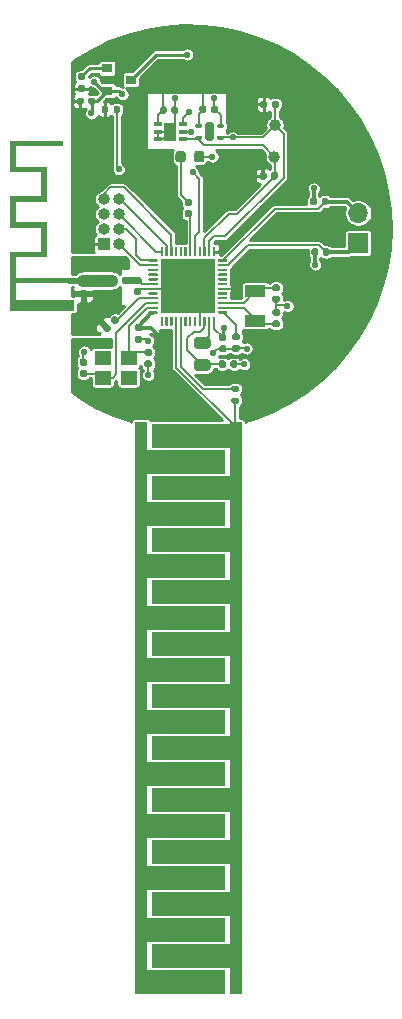
<source format=gbr>
G04 #@! TF.GenerationSoftware,KiCad,Pcbnew,5.1.10*
G04 #@! TF.CreationDate,2021-08-14T17:42:51+03:00*
G04 #@! TF.ProjectId,PlantBuddy,506c616e-7442-4756-9464-792e6b696361,rev?*
G04 #@! TF.SameCoordinates,Original*
G04 #@! TF.FileFunction,Copper,L1,Top*
G04 #@! TF.FilePolarity,Positive*
%FSLAX46Y46*%
G04 Gerber Fmt 4.6, Leading zero omitted, Abs format (unit mm)*
G04 Created by KiCad (PCBNEW 5.1.10) date 2021-08-14 17:42:51*
%MOMM*%
%LPD*%
G01*
G04 APERTURE LIST*
G04 #@! TA.AperFunction,EtchedComponent*
%ADD10C,0.100000*%
G04 #@! TD*
G04 #@! TA.AperFunction,ComponentPad*
%ADD11O,1.000000X1.000000*%
G04 #@! TD*
G04 #@! TA.AperFunction,ComponentPad*
%ADD12R,1.000000X1.000000*%
G04 #@! TD*
G04 #@! TA.AperFunction,SMDPad,CuDef*
%ADD13R,4.600000X4.600000*%
G04 #@! TD*
G04 #@! TA.AperFunction,ComponentPad*
%ADD14C,0.500000*%
G04 #@! TD*
G04 #@! TA.AperFunction,ComponentPad*
%ADD15R,1.700000X1.700000*%
G04 #@! TD*
G04 #@! TA.AperFunction,ComponentPad*
%ADD16O,1.700000X1.700000*%
G04 #@! TD*
G04 #@! TA.AperFunction,SMDPad,CuDef*
%ADD17C,1.000000*%
G04 #@! TD*
G04 #@! TA.AperFunction,ComponentPad*
%ADD18R,0.500000X0.900000*%
G04 #@! TD*
G04 #@! TA.AperFunction,ConnectorPad*
%ADD19R,0.500000X0.500000*%
G04 #@! TD*
G04 #@! TA.AperFunction,SMDPad,CuDef*
%ADD20R,1.400000X1.200000*%
G04 #@! TD*
G04 #@! TA.AperFunction,SMDPad,CuDef*
%ADD21R,1.800000X1.000000*%
G04 #@! TD*
G04 #@! TA.AperFunction,ComponentPad*
%ADD22C,0.100000*%
G04 #@! TD*
G04 #@! TA.AperFunction,SMDPad,CuDef*
%ADD23R,0.900000X0.800000*%
G04 #@! TD*
G04 #@! TA.AperFunction,SMDPad,CuDef*
%ADD24R,0.650000X0.350000*%
G04 #@! TD*
G04 #@! TA.AperFunction,SMDPad,CuDef*
%ADD25R,1.000000X1.600000*%
G04 #@! TD*
G04 #@! TA.AperFunction,ViaPad*
%ADD26C,0.550000*%
G04 #@! TD*
G04 #@! TA.AperFunction,Conductor*
%ADD27C,0.300000*%
G04 #@! TD*
G04 #@! TA.AperFunction,Conductor*
%ADD28C,1.050000*%
G04 #@! TD*
G04 #@! TA.AperFunction,Conductor*
%ADD29C,0.500000*%
G04 #@! TD*
G04 #@! TA.AperFunction,Conductor*
%ADD30C,0.152400*%
G04 #@! TD*
G04 #@! TA.AperFunction,Conductor*
%ADD31C,0.250000*%
G04 #@! TD*
G04 #@! TA.AperFunction,Conductor*
%ADD32C,0.620000*%
G04 #@! TD*
G04 #@! TA.AperFunction,Conductor*
%ADD33C,0.254000*%
G04 #@! TD*
G04 #@! TA.AperFunction,Conductor*
%ADD34C,0.100000*%
G04 #@! TD*
G04 APERTURE END LIST*
D10*
G36*
X53265500Y-66475000D02*
G01*
X53265500Y-64475000D01*
X50625500Y-64475000D01*
X50625500Y-61775000D01*
X53265500Y-61775000D01*
X53265500Y-59775000D01*
X50625500Y-59775000D01*
X50625500Y-57075000D01*
X55065500Y-57075000D01*
X55065500Y-57575000D01*
X51125500Y-57575000D01*
X51125500Y-59275000D01*
X53765500Y-59275000D01*
X53765500Y-62275000D01*
X51125500Y-62275000D01*
X51125500Y-63975000D01*
X53765500Y-63975000D01*
X53765500Y-66975000D01*
X51125500Y-66975000D01*
X51125500Y-68675000D01*
X56025500Y-68675000D01*
X56025500Y-69175000D01*
X51125500Y-69175000D01*
X51125500Y-70575000D01*
X56025500Y-70575000D01*
X56025500Y-71475000D01*
X55782285Y-71475000D01*
X55782285Y-71172583D01*
X55829895Y-71162742D01*
X55872297Y-71138674D01*
X55905081Y-71100731D01*
X55909435Y-71092819D01*
X55921543Y-71050156D01*
X55920800Y-71001637D01*
X55907900Y-70956122D01*
X55897287Y-70937511D01*
X55862053Y-70903868D01*
X55816868Y-70883309D01*
X55767342Y-70876778D01*
X55719083Y-70885218D01*
X55686857Y-70902112D01*
X55654187Y-70937372D01*
X55634092Y-70982682D01*
X55627518Y-71032267D01*
X55635408Y-71080353D01*
X55652314Y-71113245D01*
X55689084Y-71148185D01*
X55733878Y-71167847D01*
X55782285Y-71172583D01*
X55782285Y-71475000D01*
X50625500Y-71475000D01*
X50625500Y-66475000D01*
X53265500Y-66475000D01*
G37*
D11*
X59826800Y-62041600D03*
X58556800Y-62041600D03*
X59826800Y-63311600D03*
X58556800Y-63311600D03*
X59826800Y-64581600D03*
X58556800Y-64581600D03*
X59826800Y-65851600D03*
D12*
X58556800Y-65851600D03*
G04 #@! TA.AperFunction,SMDPad,CuDef*
G36*
G01*
X69025500Y-71577000D02*
X69025500Y-71677000D01*
G75*
G02*
X68975500Y-71727000I-50000J0D01*
G01*
X68275500Y-71727000D01*
G75*
G02*
X68225500Y-71677000I0J50000D01*
G01*
X68225500Y-71577000D01*
G75*
G02*
X68275500Y-71527000I50000J0D01*
G01*
X68975500Y-71527000D01*
G75*
G02*
X69025500Y-71577000I0J-50000D01*
G01*
G37*
G04 #@! TD.AperFunction*
G04 #@! TA.AperFunction,SMDPad,CuDef*
G36*
G01*
X69025500Y-71177000D02*
X69025500Y-71277000D01*
G75*
G02*
X68975500Y-71327000I-50000J0D01*
G01*
X68275500Y-71327000D01*
G75*
G02*
X68225500Y-71277000I0J50000D01*
G01*
X68225500Y-71177000D01*
G75*
G02*
X68275500Y-71127000I50000J0D01*
G01*
X68975500Y-71127000D01*
G75*
G02*
X69025500Y-71177000I0J-50000D01*
G01*
G37*
G04 #@! TD.AperFunction*
G04 #@! TA.AperFunction,SMDPad,CuDef*
G36*
G01*
X69025500Y-70777000D02*
X69025500Y-70877000D01*
G75*
G02*
X68975500Y-70927000I-50000J0D01*
G01*
X68275500Y-70927000D01*
G75*
G02*
X68225500Y-70877000I0J50000D01*
G01*
X68225500Y-70777000D01*
G75*
G02*
X68275500Y-70727000I50000J0D01*
G01*
X68975500Y-70727000D01*
G75*
G02*
X69025500Y-70777000I0J-50000D01*
G01*
G37*
G04 #@! TD.AperFunction*
G04 #@! TA.AperFunction,SMDPad,CuDef*
G36*
G01*
X69025500Y-70377000D02*
X69025500Y-70477000D01*
G75*
G02*
X68975500Y-70527000I-50000J0D01*
G01*
X68275500Y-70527000D01*
G75*
G02*
X68225500Y-70477000I0J50000D01*
G01*
X68225500Y-70377000D01*
G75*
G02*
X68275500Y-70327000I50000J0D01*
G01*
X68975500Y-70327000D01*
G75*
G02*
X69025500Y-70377000I0J-50000D01*
G01*
G37*
G04 #@! TD.AperFunction*
G04 #@! TA.AperFunction,SMDPad,CuDef*
G36*
G01*
X69025500Y-69977000D02*
X69025500Y-70077000D01*
G75*
G02*
X68975500Y-70127000I-50000J0D01*
G01*
X68275500Y-70127000D01*
G75*
G02*
X68225500Y-70077000I0J50000D01*
G01*
X68225500Y-69977000D01*
G75*
G02*
X68275500Y-69927000I50000J0D01*
G01*
X68975500Y-69927000D01*
G75*
G02*
X69025500Y-69977000I0J-50000D01*
G01*
G37*
G04 #@! TD.AperFunction*
G04 #@! TA.AperFunction,SMDPad,CuDef*
G36*
G01*
X69025500Y-69577000D02*
X69025500Y-69677000D01*
G75*
G02*
X68975500Y-69727000I-50000J0D01*
G01*
X68275500Y-69727000D01*
G75*
G02*
X68225500Y-69677000I0J50000D01*
G01*
X68225500Y-69577000D01*
G75*
G02*
X68275500Y-69527000I50000J0D01*
G01*
X68975500Y-69527000D01*
G75*
G02*
X69025500Y-69577000I0J-50000D01*
G01*
G37*
G04 #@! TD.AperFunction*
G04 #@! TA.AperFunction,SMDPad,CuDef*
G36*
G01*
X69025500Y-69177000D02*
X69025500Y-69277000D01*
G75*
G02*
X68975500Y-69327000I-50000J0D01*
G01*
X68275500Y-69327000D01*
G75*
G02*
X68225500Y-69277000I0J50000D01*
G01*
X68225500Y-69177000D01*
G75*
G02*
X68275500Y-69127000I50000J0D01*
G01*
X68975500Y-69127000D01*
G75*
G02*
X69025500Y-69177000I0J-50000D01*
G01*
G37*
G04 #@! TD.AperFunction*
G04 #@! TA.AperFunction,SMDPad,CuDef*
G36*
G01*
X69025500Y-68777000D02*
X69025500Y-68877000D01*
G75*
G02*
X68975500Y-68927000I-50000J0D01*
G01*
X68275500Y-68927000D01*
G75*
G02*
X68225500Y-68877000I0J50000D01*
G01*
X68225500Y-68777000D01*
G75*
G02*
X68275500Y-68727000I50000J0D01*
G01*
X68975500Y-68727000D01*
G75*
G02*
X69025500Y-68777000I0J-50000D01*
G01*
G37*
G04 #@! TD.AperFunction*
G04 #@! TA.AperFunction,SMDPad,CuDef*
G36*
G01*
X69025500Y-68377000D02*
X69025500Y-68477000D01*
G75*
G02*
X68975500Y-68527000I-50000J0D01*
G01*
X68275500Y-68527000D01*
G75*
G02*
X68225500Y-68477000I0J50000D01*
G01*
X68225500Y-68377000D01*
G75*
G02*
X68275500Y-68327000I50000J0D01*
G01*
X68975500Y-68327000D01*
G75*
G02*
X69025500Y-68377000I0J-50000D01*
G01*
G37*
G04 #@! TD.AperFunction*
G04 #@! TA.AperFunction,SMDPad,CuDef*
G36*
G01*
X69025500Y-67977000D02*
X69025500Y-68077000D01*
G75*
G02*
X68975500Y-68127000I-50000J0D01*
G01*
X68275500Y-68127000D01*
G75*
G02*
X68225500Y-68077000I0J50000D01*
G01*
X68225500Y-67977000D01*
G75*
G02*
X68275500Y-67927000I50000J0D01*
G01*
X68975500Y-67927000D01*
G75*
G02*
X69025500Y-67977000I0J-50000D01*
G01*
G37*
G04 #@! TD.AperFunction*
G04 #@! TA.AperFunction,SMDPad,CuDef*
G36*
G01*
X69025500Y-67577000D02*
X69025500Y-67677000D01*
G75*
G02*
X68975500Y-67727000I-50000J0D01*
G01*
X68275500Y-67727000D01*
G75*
G02*
X68225500Y-67677000I0J50000D01*
G01*
X68225500Y-67577000D01*
G75*
G02*
X68275500Y-67527000I50000J0D01*
G01*
X68975500Y-67527000D01*
G75*
G02*
X69025500Y-67577000I0J-50000D01*
G01*
G37*
G04 #@! TD.AperFunction*
G04 #@! TA.AperFunction,SMDPad,CuDef*
G36*
G01*
X69025500Y-67177000D02*
X69025500Y-67277000D01*
G75*
G02*
X68975500Y-67327000I-50000J0D01*
G01*
X68275500Y-67327000D01*
G75*
G02*
X68225500Y-67277000I0J50000D01*
G01*
X68225500Y-67177000D01*
G75*
G02*
X68275500Y-67127000I50000J0D01*
G01*
X68975500Y-67127000D01*
G75*
G02*
X69025500Y-67177000I0J-50000D01*
G01*
G37*
G04 #@! TD.AperFunction*
G04 #@! TA.AperFunction,SMDPad,CuDef*
G36*
G01*
X67975500Y-66127000D02*
X67975500Y-66827000D01*
G75*
G02*
X67925500Y-66877000I-50000J0D01*
G01*
X67825500Y-66877000D01*
G75*
G02*
X67775500Y-66827000I0J50000D01*
G01*
X67775500Y-66127000D01*
G75*
G02*
X67825500Y-66077000I50000J0D01*
G01*
X67925500Y-66077000D01*
G75*
G02*
X67975500Y-66127000I0J-50000D01*
G01*
G37*
G04 #@! TD.AperFunction*
G04 #@! TA.AperFunction,SMDPad,CuDef*
G36*
G01*
X67575500Y-66127000D02*
X67575500Y-66827000D01*
G75*
G02*
X67525500Y-66877000I-50000J0D01*
G01*
X67425500Y-66877000D01*
G75*
G02*
X67375500Y-66827000I0J50000D01*
G01*
X67375500Y-66127000D01*
G75*
G02*
X67425500Y-66077000I50000J0D01*
G01*
X67525500Y-66077000D01*
G75*
G02*
X67575500Y-66127000I0J-50000D01*
G01*
G37*
G04 #@! TD.AperFunction*
G04 #@! TA.AperFunction,SMDPad,CuDef*
G36*
G01*
X67175500Y-66127000D02*
X67175500Y-66827000D01*
G75*
G02*
X67125500Y-66877000I-50000J0D01*
G01*
X67025500Y-66877000D01*
G75*
G02*
X66975500Y-66827000I0J50000D01*
G01*
X66975500Y-66127000D01*
G75*
G02*
X67025500Y-66077000I50000J0D01*
G01*
X67125500Y-66077000D01*
G75*
G02*
X67175500Y-66127000I0J-50000D01*
G01*
G37*
G04 #@! TD.AperFunction*
G04 #@! TA.AperFunction,SMDPad,CuDef*
G36*
G01*
X66775500Y-66127000D02*
X66775500Y-66827000D01*
G75*
G02*
X66725500Y-66877000I-50000J0D01*
G01*
X66625500Y-66877000D01*
G75*
G02*
X66575500Y-66827000I0J50000D01*
G01*
X66575500Y-66127000D01*
G75*
G02*
X66625500Y-66077000I50000J0D01*
G01*
X66725500Y-66077000D01*
G75*
G02*
X66775500Y-66127000I0J-50000D01*
G01*
G37*
G04 #@! TD.AperFunction*
G04 #@! TA.AperFunction,SMDPad,CuDef*
G36*
G01*
X66375500Y-66127000D02*
X66375500Y-66827000D01*
G75*
G02*
X66325500Y-66877000I-50000J0D01*
G01*
X66225500Y-66877000D01*
G75*
G02*
X66175500Y-66827000I0J50000D01*
G01*
X66175500Y-66127000D01*
G75*
G02*
X66225500Y-66077000I50000J0D01*
G01*
X66325500Y-66077000D01*
G75*
G02*
X66375500Y-66127000I0J-50000D01*
G01*
G37*
G04 #@! TD.AperFunction*
G04 #@! TA.AperFunction,SMDPad,CuDef*
G36*
G01*
X65975500Y-66127000D02*
X65975500Y-66827000D01*
G75*
G02*
X65925500Y-66877000I-50000J0D01*
G01*
X65825500Y-66877000D01*
G75*
G02*
X65775500Y-66827000I0J50000D01*
G01*
X65775500Y-66127000D01*
G75*
G02*
X65825500Y-66077000I50000J0D01*
G01*
X65925500Y-66077000D01*
G75*
G02*
X65975500Y-66127000I0J-50000D01*
G01*
G37*
G04 #@! TD.AperFunction*
G04 #@! TA.AperFunction,SMDPad,CuDef*
G36*
G01*
X65575500Y-66127000D02*
X65575500Y-66827000D01*
G75*
G02*
X65525500Y-66877000I-50000J0D01*
G01*
X65425500Y-66877000D01*
G75*
G02*
X65375500Y-66827000I0J50000D01*
G01*
X65375500Y-66127000D01*
G75*
G02*
X65425500Y-66077000I50000J0D01*
G01*
X65525500Y-66077000D01*
G75*
G02*
X65575500Y-66127000I0J-50000D01*
G01*
G37*
G04 #@! TD.AperFunction*
G04 #@! TA.AperFunction,SMDPad,CuDef*
G36*
G01*
X65175500Y-66127000D02*
X65175500Y-66827000D01*
G75*
G02*
X65125500Y-66877000I-50000J0D01*
G01*
X65025500Y-66877000D01*
G75*
G02*
X64975500Y-66827000I0J50000D01*
G01*
X64975500Y-66127000D01*
G75*
G02*
X65025500Y-66077000I50000J0D01*
G01*
X65125500Y-66077000D01*
G75*
G02*
X65175500Y-66127000I0J-50000D01*
G01*
G37*
G04 #@! TD.AperFunction*
G04 #@! TA.AperFunction,SMDPad,CuDef*
G36*
G01*
X64775500Y-66127000D02*
X64775500Y-66827000D01*
G75*
G02*
X64725500Y-66877000I-50000J0D01*
G01*
X64625500Y-66877000D01*
G75*
G02*
X64575500Y-66827000I0J50000D01*
G01*
X64575500Y-66127000D01*
G75*
G02*
X64625500Y-66077000I50000J0D01*
G01*
X64725500Y-66077000D01*
G75*
G02*
X64775500Y-66127000I0J-50000D01*
G01*
G37*
G04 #@! TD.AperFunction*
G04 #@! TA.AperFunction,SMDPad,CuDef*
G36*
G01*
X64375500Y-66127000D02*
X64375500Y-66827000D01*
G75*
G02*
X64325500Y-66877000I-50000J0D01*
G01*
X64225500Y-66877000D01*
G75*
G02*
X64175500Y-66827000I0J50000D01*
G01*
X64175500Y-66127000D01*
G75*
G02*
X64225500Y-66077000I50000J0D01*
G01*
X64325500Y-66077000D01*
G75*
G02*
X64375500Y-66127000I0J-50000D01*
G01*
G37*
G04 #@! TD.AperFunction*
G04 #@! TA.AperFunction,SMDPad,CuDef*
G36*
G01*
X63975500Y-66127000D02*
X63975500Y-66827000D01*
G75*
G02*
X63925500Y-66877000I-50000J0D01*
G01*
X63825500Y-66877000D01*
G75*
G02*
X63775500Y-66827000I0J50000D01*
G01*
X63775500Y-66127000D01*
G75*
G02*
X63825500Y-66077000I50000J0D01*
G01*
X63925500Y-66077000D01*
G75*
G02*
X63975500Y-66127000I0J-50000D01*
G01*
G37*
G04 #@! TD.AperFunction*
G04 #@! TA.AperFunction,SMDPad,CuDef*
G36*
G01*
X63575500Y-66127000D02*
X63575500Y-66827000D01*
G75*
G02*
X63525500Y-66877000I-50000J0D01*
G01*
X63425500Y-66877000D01*
G75*
G02*
X63375500Y-66827000I0J50000D01*
G01*
X63375500Y-66127000D01*
G75*
G02*
X63425500Y-66077000I50000J0D01*
G01*
X63525500Y-66077000D01*
G75*
G02*
X63575500Y-66127000I0J-50000D01*
G01*
G37*
G04 #@! TD.AperFunction*
G04 #@! TA.AperFunction,SMDPad,CuDef*
G36*
G01*
X63125500Y-67177000D02*
X63125500Y-67277000D01*
G75*
G02*
X63075500Y-67327000I-50000J0D01*
G01*
X62375500Y-67327000D01*
G75*
G02*
X62325500Y-67277000I0J50000D01*
G01*
X62325500Y-67177000D01*
G75*
G02*
X62375500Y-67127000I50000J0D01*
G01*
X63075500Y-67127000D01*
G75*
G02*
X63125500Y-67177000I0J-50000D01*
G01*
G37*
G04 #@! TD.AperFunction*
G04 #@! TA.AperFunction,SMDPad,CuDef*
G36*
G01*
X63125500Y-67577000D02*
X63125500Y-67677000D01*
G75*
G02*
X63075500Y-67727000I-50000J0D01*
G01*
X62375500Y-67727000D01*
G75*
G02*
X62325500Y-67677000I0J50000D01*
G01*
X62325500Y-67577000D01*
G75*
G02*
X62375500Y-67527000I50000J0D01*
G01*
X63075500Y-67527000D01*
G75*
G02*
X63125500Y-67577000I0J-50000D01*
G01*
G37*
G04 #@! TD.AperFunction*
G04 #@! TA.AperFunction,SMDPad,CuDef*
G36*
G01*
X63125500Y-67977000D02*
X63125500Y-68077000D01*
G75*
G02*
X63075500Y-68127000I-50000J0D01*
G01*
X62375500Y-68127000D01*
G75*
G02*
X62325500Y-68077000I0J50000D01*
G01*
X62325500Y-67977000D01*
G75*
G02*
X62375500Y-67927000I50000J0D01*
G01*
X63075500Y-67927000D01*
G75*
G02*
X63125500Y-67977000I0J-50000D01*
G01*
G37*
G04 #@! TD.AperFunction*
G04 #@! TA.AperFunction,SMDPad,CuDef*
G36*
G01*
X63125500Y-68377000D02*
X63125500Y-68477000D01*
G75*
G02*
X63075500Y-68527000I-50000J0D01*
G01*
X62375500Y-68527000D01*
G75*
G02*
X62325500Y-68477000I0J50000D01*
G01*
X62325500Y-68377000D01*
G75*
G02*
X62375500Y-68327000I50000J0D01*
G01*
X63075500Y-68327000D01*
G75*
G02*
X63125500Y-68377000I0J-50000D01*
G01*
G37*
G04 #@! TD.AperFunction*
G04 #@! TA.AperFunction,SMDPad,CuDef*
G36*
G01*
X63125500Y-68777000D02*
X63125500Y-68877000D01*
G75*
G02*
X63075500Y-68927000I-50000J0D01*
G01*
X62375500Y-68927000D01*
G75*
G02*
X62325500Y-68877000I0J50000D01*
G01*
X62325500Y-68777000D01*
G75*
G02*
X62375500Y-68727000I50000J0D01*
G01*
X63075500Y-68727000D01*
G75*
G02*
X63125500Y-68777000I0J-50000D01*
G01*
G37*
G04 #@! TD.AperFunction*
G04 #@! TA.AperFunction,SMDPad,CuDef*
G36*
G01*
X63125500Y-69177000D02*
X63125500Y-69277000D01*
G75*
G02*
X63075500Y-69327000I-50000J0D01*
G01*
X62375500Y-69327000D01*
G75*
G02*
X62325500Y-69277000I0J50000D01*
G01*
X62325500Y-69177000D01*
G75*
G02*
X62375500Y-69127000I50000J0D01*
G01*
X63075500Y-69127000D01*
G75*
G02*
X63125500Y-69177000I0J-50000D01*
G01*
G37*
G04 #@! TD.AperFunction*
G04 #@! TA.AperFunction,SMDPad,CuDef*
G36*
G01*
X63125500Y-69577000D02*
X63125500Y-69677000D01*
G75*
G02*
X63075500Y-69727000I-50000J0D01*
G01*
X62375500Y-69727000D01*
G75*
G02*
X62325500Y-69677000I0J50000D01*
G01*
X62325500Y-69577000D01*
G75*
G02*
X62375500Y-69527000I50000J0D01*
G01*
X63075500Y-69527000D01*
G75*
G02*
X63125500Y-69577000I0J-50000D01*
G01*
G37*
G04 #@! TD.AperFunction*
G04 #@! TA.AperFunction,SMDPad,CuDef*
G36*
G01*
X63125500Y-69977000D02*
X63125500Y-70077000D01*
G75*
G02*
X63075500Y-70127000I-50000J0D01*
G01*
X62375500Y-70127000D01*
G75*
G02*
X62325500Y-70077000I0J50000D01*
G01*
X62325500Y-69977000D01*
G75*
G02*
X62375500Y-69927000I50000J0D01*
G01*
X63075500Y-69927000D01*
G75*
G02*
X63125500Y-69977000I0J-50000D01*
G01*
G37*
G04 #@! TD.AperFunction*
G04 #@! TA.AperFunction,SMDPad,CuDef*
G36*
G01*
X63125500Y-70377000D02*
X63125500Y-70477000D01*
G75*
G02*
X63075500Y-70527000I-50000J0D01*
G01*
X62375500Y-70527000D01*
G75*
G02*
X62325500Y-70477000I0J50000D01*
G01*
X62325500Y-70377000D01*
G75*
G02*
X62375500Y-70327000I50000J0D01*
G01*
X63075500Y-70327000D01*
G75*
G02*
X63125500Y-70377000I0J-50000D01*
G01*
G37*
G04 #@! TD.AperFunction*
G04 #@! TA.AperFunction,SMDPad,CuDef*
G36*
G01*
X63125500Y-70777000D02*
X63125500Y-70877000D01*
G75*
G02*
X63075500Y-70927000I-50000J0D01*
G01*
X62375500Y-70927000D01*
G75*
G02*
X62325500Y-70877000I0J50000D01*
G01*
X62325500Y-70777000D01*
G75*
G02*
X62375500Y-70727000I50000J0D01*
G01*
X63075500Y-70727000D01*
G75*
G02*
X63125500Y-70777000I0J-50000D01*
G01*
G37*
G04 #@! TD.AperFunction*
G04 #@! TA.AperFunction,SMDPad,CuDef*
G36*
G01*
X63125500Y-71177000D02*
X63125500Y-71277000D01*
G75*
G02*
X63075500Y-71327000I-50000J0D01*
G01*
X62375500Y-71327000D01*
G75*
G02*
X62325500Y-71277000I0J50000D01*
G01*
X62325500Y-71177000D01*
G75*
G02*
X62375500Y-71127000I50000J0D01*
G01*
X63075500Y-71127000D01*
G75*
G02*
X63125500Y-71177000I0J-50000D01*
G01*
G37*
G04 #@! TD.AperFunction*
G04 #@! TA.AperFunction,SMDPad,CuDef*
G36*
G01*
X63125500Y-71577000D02*
X63125500Y-71677000D01*
G75*
G02*
X63075500Y-71727000I-50000J0D01*
G01*
X62375500Y-71727000D01*
G75*
G02*
X62325500Y-71677000I0J50000D01*
G01*
X62325500Y-71577000D01*
G75*
G02*
X62375500Y-71527000I50000J0D01*
G01*
X63075500Y-71527000D01*
G75*
G02*
X63125500Y-71577000I0J-50000D01*
G01*
G37*
G04 #@! TD.AperFunction*
G04 #@! TA.AperFunction,SMDPad,CuDef*
G36*
G01*
X63575500Y-72027000D02*
X63575500Y-72727000D01*
G75*
G02*
X63525500Y-72777000I-50000J0D01*
G01*
X63425500Y-72777000D01*
G75*
G02*
X63375500Y-72727000I0J50000D01*
G01*
X63375500Y-72027000D01*
G75*
G02*
X63425500Y-71977000I50000J0D01*
G01*
X63525500Y-71977000D01*
G75*
G02*
X63575500Y-72027000I0J-50000D01*
G01*
G37*
G04 #@! TD.AperFunction*
G04 #@! TA.AperFunction,SMDPad,CuDef*
G36*
G01*
X63975500Y-72027000D02*
X63975500Y-72727000D01*
G75*
G02*
X63925500Y-72777000I-50000J0D01*
G01*
X63825500Y-72777000D01*
G75*
G02*
X63775500Y-72727000I0J50000D01*
G01*
X63775500Y-72027000D01*
G75*
G02*
X63825500Y-71977000I50000J0D01*
G01*
X63925500Y-71977000D01*
G75*
G02*
X63975500Y-72027000I0J-50000D01*
G01*
G37*
G04 #@! TD.AperFunction*
G04 #@! TA.AperFunction,SMDPad,CuDef*
G36*
G01*
X64375500Y-72027000D02*
X64375500Y-72727000D01*
G75*
G02*
X64325500Y-72777000I-50000J0D01*
G01*
X64225500Y-72777000D01*
G75*
G02*
X64175500Y-72727000I0J50000D01*
G01*
X64175500Y-72027000D01*
G75*
G02*
X64225500Y-71977000I50000J0D01*
G01*
X64325500Y-71977000D01*
G75*
G02*
X64375500Y-72027000I0J-50000D01*
G01*
G37*
G04 #@! TD.AperFunction*
G04 #@! TA.AperFunction,SMDPad,CuDef*
G36*
G01*
X64775500Y-72027000D02*
X64775500Y-72727000D01*
G75*
G02*
X64725500Y-72777000I-50000J0D01*
G01*
X64625500Y-72777000D01*
G75*
G02*
X64575500Y-72727000I0J50000D01*
G01*
X64575500Y-72027000D01*
G75*
G02*
X64625500Y-71977000I50000J0D01*
G01*
X64725500Y-71977000D01*
G75*
G02*
X64775500Y-72027000I0J-50000D01*
G01*
G37*
G04 #@! TD.AperFunction*
G04 #@! TA.AperFunction,SMDPad,CuDef*
G36*
G01*
X65175500Y-72027000D02*
X65175500Y-72727000D01*
G75*
G02*
X65125500Y-72777000I-50000J0D01*
G01*
X65025500Y-72777000D01*
G75*
G02*
X64975500Y-72727000I0J50000D01*
G01*
X64975500Y-72027000D01*
G75*
G02*
X65025500Y-71977000I50000J0D01*
G01*
X65125500Y-71977000D01*
G75*
G02*
X65175500Y-72027000I0J-50000D01*
G01*
G37*
G04 #@! TD.AperFunction*
G04 #@! TA.AperFunction,SMDPad,CuDef*
G36*
G01*
X65575500Y-72027000D02*
X65575500Y-72727000D01*
G75*
G02*
X65525500Y-72777000I-50000J0D01*
G01*
X65425500Y-72777000D01*
G75*
G02*
X65375500Y-72727000I0J50000D01*
G01*
X65375500Y-72027000D01*
G75*
G02*
X65425500Y-71977000I50000J0D01*
G01*
X65525500Y-71977000D01*
G75*
G02*
X65575500Y-72027000I0J-50000D01*
G01*
G37*
G04 #@! TD.AperFunction*
G04 #@! TA.AperFunction,SMDPad,CuDef*
G36*
G01*
X65975500Y-72027000D02*
X65975500Y-72727000D01*
G75*
G02*
X65925500Y-72777000I-50000J0D01*
G01*
X65825500Y-72777000D01*
G75*
G02*
X65775500Y-72727000I0J50000D01*
G01*
X65775500Y-72027000D01*
G75*
G02*
X65825500Y-71977000I50000J0D01*
G01*
X65925500Y-71977000D01*
G75*
G02*
X65975500Y-72027000I0J-50000D01*
G01*
G37*
G04 #@! TD.AperFunction*
G04 #@! TA.AperFunction,SMDPad,CuDef*
G36*
G01*
X66375500Y-72027000D02*
X66375500Y-72727000D01*
G75*
G02*
X66325500Y-72777000I-50000J0D01*
G01*
X66225500Y-72777000D01*
G75*
G02*
X66175500Y-72727000I0J50000D01*
G01*
X66175500Y-72027000D01*
G75*
G02*
X66225500Y-71977000I50000J0D01*
G01*
X66325500Y-71977000D01*
G75*
G02*
X66375500Y-72027000I0J-50000D01*
G01*
G37*
G04 #@! TD.AperFunction*
G04 #@! TA.AperFunction,SMDPad,CuDef*
G36*
G01*
X66775500Y-72027000D02*
X66775500Y-72727000D01*
G75*
G02*
X66725500Y-72777000I-50000J0D01*
G01*
X66625500Y-72777000D01*
G75*
G02*
X66575500Y-72727000I0J50000D01*
G01*
X66575500Y-72027000D01*
G75*
G02*
X66625500Y-71977000I50000J0D01*
G01*
X66725500Y-71977000D01*
G75*
G02*
X66775500Y-72027000I0J-50000D01*
G01*
G37*
G04 #@! TD.AperFunction*
G04 #@! TA.AperFunction,SMDPad,CuDef*
G36*
G01*
X67175500Y-72027000D02*
X67175500Y-72727000D01*
G75*
G02*
X67125500Y-72777000I-50000J0D01*
G01*
X67025500Y-72777000D01*
G75*
G02*
X66975500Y-72727000I0J50000D01*
G01*
X66975500Y-72027000D01*
G75*
G02*
X67025500Y-71977000I50000J0D01*
G01*
X67125500Y-71977000D01*
G75*
G02*
X67175500Y-72027000I0J-50000D01*
G01*
G37*
G04 #@! TD.AperFunction*
G04 #@! TA.AperFunction,SMDPad,CuDef*
G36*
G01*
X67575500Y-72027000D02*
X67575500Y-72727000D01*
G75*
G02*
X67525500Y-72777000I-50000J0D01*
G01*
X67425500Y-72777000D01*
G75*
G02*
X67375500Y-72727000I0J50000D01*
G01*
X67375500Y-72027000D01*
G75*
G02*
X67425500Y-71977000I50000J0D01*
G01*
X67525500Y-71977000D01*
G75*
G02*
X67575500Y-72027000I0J-50000D01*
G01*
G37*
G04 #@! TD.AperFunction*
G04 #@! TA.AperFunction,SMDPad,CuDef*
G36*
G01*
X67975500Y-72027000D02*
X67975500Y-72727000D01*
G75*
G02*
X67925500Y-72777000I-50000J0D01*
G01*
X67825500Y-72777000D01*
G75*
G02*
X67775500Y-72727000I0J50000D01*
G01*
X67775500Y-72027000D01*
G75*
G02*
X67825500Y-71977000I50000J0D01*
G01*
X67925500Y-71977000D01*
G75*
G02*
X67975500Y-72027000I0J-50000D01*
G01*
G37*
G04 #@! TD.AperFunction*
D13*
X65675500Y-69427000D03*
D14*
X67475500Y-71227000D03*
X66275500Y-71227000D03*
X65075500Y-71227000D03*
X63875500Y-71227000D03*
X67475500Y-70027000D03*
X66275500Y-70027000D03*
X65075500Y-70027000D03*
X63875500Y-70027000D03*
X67475500Y-68827000D03*
X66275500Y-68827000D03*
X65075500Y-68827000D03*
X63875500Y-68827000D03*
X67475500Y-67627000D03*
X66275500Y-67627000D03*
X65075500Y-67627000D03*
X63875500Y-67627000D03*
G04 #@! TA.AperFunction,SMDPad,CuDef*
G36*
G01*
X69495000Y-77822400D02*
X69865000Y-77822400D01*
G75*
G02*
X70000000Y-77957400I0J-135000D01*
G01*
X70000000Y-78227400D01*
G75*
G02*
X69865000Y-78362400I-135000J0D01*
G01*
X69495000Y-78362400D01*
G75*
G02*
X69360000Y-78227400I0J135000D01*
G01*
X69360000Y-77957400D01*
G75*
G02*
X69495000Y-77822400I135000J0D01*
G01*
G37*
G04 #@! TD.AperFunction*
G04 #@! TA.AperFunction,SMDPad,CuDef*
G36*
G01*
X69495000Y-78842400D02*
X69865000Y-78842400D01*
G75*
G02*
X70000000Y-78977400I0J-135000D01*
G01*
X70000000Y-79247400D01*
G75*
G02*
X69865000Y-79382400I-135000J0D01*
G01*
X69495000Y-79382400D01*
G75*
G02*
X69360000Y-79247400I0J135000D01*
G01*
X69360000Y-78977400D01*
G75*
G02*
X69495000Y-78842400I135000J0D01*
G01*
G37*
G04 #@! TD.AperFunction*
D15*
X80096000Y-65750000D03*
D16*
X80096000Y-63210000D03*
G04 #@! TA.AperFunction,SMDPad,CuDef*
G36*
G01*
X77554000Y-62074800D02*
X77554000Y-62414800D01*
G75*
G02*
X77414000Y-62554800I-140000J0D01*
G01*
X77134000Y-62554800D01*
G75*
G02*
X76994000Y-62414800I0J140000D01*
G01*
X76994000Y-62074800D01*
G75*
G02*
X77134000Y-61934800I140000J0D01*
G01*
X77414000Y-61934800D01*
G75*
G02*
X77554000Y-62074800I0J-140000D01*
G01*
G37*
G04 #@! TD.AperFunction*
G04 #@! TA.AperFunction,SMDPad,CuDef*
G36*
G01*
X76594000Y-62074800D02*
X76594000Y-62414800D01*
G75*
G02*
X76454000Y-62554800I-140000J0D01*
G01*
X76174000Y-62554800D01*
G75*
G02*
X76034000Y-62414800I0J140000D01*
G01*
X76034000Y-62074800D01*
G75*
G02*
X76174000Y-61934800I140000J0D01*
G01*
X76454000Y-61934800D01*
G75*
G02*
X76594000Y-62074800I0J-140000D01*
G01*
G37*
G04 #@! TD.AperFunction*
G04 #@! TA.AperFunction,SMDPad,CuDef*
G36*
G01*
X76135600Y-66682000D02*
X76135600Y-66342000D01*
G75*
G02*
X76275600Y-66202000I140000J0D01*
G01*
X76555600Y-66202000D01*
G75*
G02*
X76695600Y-66342000I0J-140000D01*
G01*
X76695600Y-66682000D01*
G75*
G02*
X76555600Y-66822000I-140000J0D01*
G01*
X76275600Y-66822000D01*
G75*
G02*
X76135600Y-66682000I0J140000D01*
G01*
G37*
G04 #@! TD.AperFunction*
G04 #@! TA.AperFunction,SMDPad,CuDef*
G36*
G01*
X77095600Y-66682000D02*
X77095600Y-66342000D01*
G75*
G02*
X77235600Y-66202000I140000J0D01*
G01*
X77515600Y-66202000D01*
G75*
G02*
X77655600Y-66342000I0J-140000D01*
G01*
X77655600Y-66682000D01*
G75*
G02*
X77515600Y-66822000I-140000J0D01*
G01*
X77235600Y-66822000D01*
G75*
G02*
X77095600Y-66682000I0J140000D01*
G01*
G37*
G04 #@! TD.AperFunction*
G04 #@! TA.AperFunction,SMDPad,CuDef*
G36*
G01*
X59123000Y-69097500D02*
X59123000Y-68752500D01*
G75*
G02*
X59270500Y-68605000I147500J0D01*
G01*
X59565500Y-68605000D01*
G75*
G02*
X59713000Y-68752500I0J-147500D01*
G01*
X59713000Y-69097500D01*
G75*
G02*
X59565500Y-69245000I-147500J0D01*
G01*
X59270500Y-69245000D01*
G75*
G02*
X59123000Y-69097500I0J147500D01*
G01*
G37*
G04 #@! TD.AperFunction*
G04 #@! TA.AperFunction,SMDPad,CuDef*
G36*
G01*
X60093000Y-69097500D02*
X60093000Y-68752500D01*
G75*
G02*
X60240500Y-68605000I147500J0D01*
G01*
X60535500Y-68605000D01*
G75*
G02*
X60683000Y-68752500I0J-147500D01*
G01*
X60683000Y-69097500D01*
G75*
G02*
X60535500Y-69245000I-147500J0D01*
G01*
X60240500Y-69245000D01*
G75*
G02*
X60093000Y-69097500I0J147500D01*
G01*
G37*
G04 #@! TD.AperFunction*
G04 #@! TA.AperFunction,SMDPad,CuDef*
G36*
G01*
X58749207Y-73265609D02*
X58508791Y-73025193D01*
G75*
G02*
X58508791Y-72827203I98995J98995D01*
G01*
X58706781Y-72629213D01*
G75*
G02*
X58904771Y-72629213I98995J-98995D01*
G01*
X59145187Y-72869629D01*
G75*
G02*
X59145187Y-73067619I-98995J-98995D01*
G01*
X58947197Y-73265609D01*
G75*
G02*
X58749207Y-73265609I-98995J98995D01*
G01*
G37*
G04 #@! TD.AperFunction*
G04 #@! TA.AperFunction,SMDPad,CuDef*
G36*
G01*
X59428029Y-72586787D02*
X59187613Y-72346371D01*
G75*
G02*
X59187613Y-72148381I98995J98995D01*
G01*
X59385603Y-71950391D01*
G75*
G02*
X59583593Y-71950391I98995J-98995D01*
G01*
X59824009Y-72190807D01*
G75*
G02*
X59824009Y-72388797I-98995J-98995D01*
G01*
X59626019Y-72586787D01*
G75*
G02*
X59428029Y-72586787I-98995J98995D01*
G01*
G37*
G04 #@! TD.AperFunction*
G04 #@! TA.AperFunction,SMDPad,CuDef*
G36*
G01*
X58361000Y-54632000D02*
X58361000Y-54262000D01*
G75*
G02*
X58496000Y-54127000I135000J0D01*
G01*
X58766000Y-54127000D01*
G75*
G02*
X58901000Y-54262000I0J-135000D01*
G01*
X58901000Y-54632000D01*
G75*
G02*
X58766000Y-54767000I-135000J0D01*
G01*
X58496000Y-54767000D01*
G75*
G02*
X58361000Y-54632000I0J135000D01*
G01*
G37*
G04 #@! TD.AperFunction*
G04 #@! TA.AperFunction,SMDPad,CuDef*
G36*
G01*
X59381000Y-54632000D02*
X59381000Y-54262000D01*
G75*
G02*
X59516000Y-54127000I135000J0D01*
G01*
X59786000Y-54127000D01*
G75*
G02*
X59921000Y-54262000I0J-135000D01*
G01*
X59921000Y-54632000D01*
G75*
G02*
X59786000Y-54767000I-135000J0D01*
G01*
X59516000Y-54767000D01*
G75*
G02*
X59381000Y-54632000I0J135000D01*
G01*
G37*
G04 #@! TD.AperFunction*
G04 #@! TA.AperFunction,SMDPad,CuDef*
G36*
G01*
X56849500Y-52941000D02*
X56479500Y-52941000D01*
G75*
G02*
X56344500Y-52806000I0J135000D01*
G01*
X56344500Y-52536000D01*
G75*
G02*
X56479500Y-52401000I135000J0D01*
G01*
X56849500Y-52401000D01*
G75*
G02*
X56984500Y-52536000I0J-135000D01*
G01*
X56984500Y-52806000D01*
G75*
G02*
X56849500Y-52941000I-135000J0D01*
G01*
G37*
G04 #@! TD.AperFunction*
G04 #@! TA.AperFunction,SMDPad,CuDef*
G36*
G01*
X56849500Y-51921000D02*
X56479500Y-51921000D01*
G75*
G02*
X56344500Y-51786000I0J135000D01*
G01*
X56344500Y-51516000D01*
G75*
G02*
X56479500Y-51381000I135000J0D01*
G01*
X56849500Y-51381000D01*
G75*
G02*
X56984500Y-51516000I0J-135000D01*
G01*
X56984500Y-51786000D01*
G75*
G02*
X56849500Y-51921000I-135000J0D01*
G01*
G37*
G04 #@! TD.AperFunction*
G04 #@! TA.AperFunction,SMDPad,CuDef*
G36*
G01*
X63308600Y-54667800D02*
X63308600Y-54327800D01*
G75*
G02*
X63448600Y-54187800I140000J0D01*
G01*
X63728600Y-54187800D01*
G75*
G02*
X63868600Y-54327800I0J-140000D01*
G01*
X63868600Y-54667800D01*
G75*
G02*
X63728600Y-54807800I-140000J0D01*
G01*
X63448600Y-54807800D01*
G75*
G02*
X63308600Y-54667800I0J140000D01*
G01*
G37*
G04 #@! TD.AperFunction*
G04 #@! TA.AperFunction,SMDPad,CuDef*
G36*
G01*
X64268600Y-54667800D02*
X64268600Y-54327800D01*
G75*
G02*
X64408600Y-54187800I140000J0D01*
G01*
X64688600Y-54187800D01*
G75*
G02*
X64828600Y-54327800I0J-140000D01*
G01*
X64828600Y-54667800D01*
G75*
G02*
X64688600Y-54807800I-140000J0D01*
G01*
X64408600Y-54807800D01*
G75*
G02*
X64268600Y-54667800I0J140000D01*
G01*
G37*
G04 #@! TD.AperFunction*
D17*
X73002000Y-58447000D03*
X73042000Y-55767000D03*
G04 #@! TA.AperFunction,SMDPad,CuDef*
G36*
G01*
X56285500Y-53918500D02*
X56285500Y-53578500D01*
G75*
G02*
X56425500Y-53438500I140000J0D01*
G01*
X56705500Y-53438500D01*
G75*
G02*
X56845500Y-53578500I0J-140000D01*
G01*
X56845500Y-53918500D01*
G75*
G02*
X56705500Y-54058500I-140000J0D01*
G01*
X56425500Y-54058500D01*
G75*
G02*
X56285500Y-53918500I0J140000D01*
G01*
G37*
G04 #@! TD.AperFunction*
G04 #@! TA.AperFunction,SMDPad,CuDef*
G36*
G01*
X57245500Y-53918500D02*
X57245500Y-53578500D01*
G75*
G02*
X57385500Y-53438500I140000J0D01*
G01*
X57665500Y-53438500D01*
G75*
G02*
X57805500Y-53578500I0J-140000D01*
G01*
X57805500Y-53918500D01*
G75*
G02*
X57665500Y-54058500I-140000J0D01*
G01*
X57385500Y-54058500D01*
G75*
G02*
X57245500Y-53918500I0J140000D01*
G01*
G37*
G04 #@! TD.AperFunction*
G04 #@! TA.AperFunction,SMDPad,CuDef*
G36*
G01*
X61257000Y-68609500D02*
X61597000Y-68609500D01*
G75*
G02*
X61737000Y-68749500I0J-140000D01*
G01*
X61737000Y-69029500D01*
G75*
G02*
X61597000Y-69169500I-140000J0D01*
G01*
X61257000Y-69169500D01*
G75*
G02*
X61117000Y-69029500I0J140000D01*
G01*
X61117000Y-68749500D01*
G75*
G02*
X61257000Y-68609500I140000J0D01*
G01*
G37*
G04 #@! TD.AperFunction*
G04 #@! TA.AperFunction,SMDPad,CuDef*
G36*
G01*
X61257000Y-69569500D02*
X61597000Y-69569500D01*
G75*
G02*
X61737000Y-69709500I0J-140000D01*
G01*
X61737000Y-69989500D01*
G75*
G02*
X61597000Y-70129500I-140000J0D01*
G01*
X61257000Y-70129500D01*
G75*
G02*
X61117000Y-69989500I0J140000D01*
G01*
X61117000Y-69709500D01*
G75*
G02*
X61257000Y-69569500I140000J0D01*
G01*
G37*
G04 #@! TD.AperFunction*
G04 #@! TA.AperFunction,SMDPad,CuDef*
G36*
G01*
X56659600Y-68749200D02*
X56999600Y-68749200D01*
G75*
G02*
X57139600Y-68889200I0J-140000D01*
G01*
X57139600Y-69169200D01*
G75*
G02*
X56999600Y-69309200I-140000J0D01*
G01*
X56659600Y-69309200D01*
G75*
G02*
X56519600Y-69169200I0J140000D01*
G01*
X56519600Y-68889200D01*
G75*
G02*
X56659600Y-68749200I140000J0D01*
G01*
G37*
G04 #@! TD.AperFunction*
G04 #@! TA.AperFunction,SMDPad,CuDef*
G36*
G01*
X56659600Y-69709200D02*
X56999600Y-69709200D01*
G75*
G02*
X57139600Y-69849200I0J-140000D01*
G01*
X57139600Y-70129200D01*
G75*
G02*
X56999600Y-70269200I-140000J0D01*
G01*
X56659600Y-70269200D01*
G75*
G02*
X56519600Y-70129200I0J140000D01*
G01*
X56519600Y-69849200D01*
G75*
G02*
X56659600Y-69709200I140000J0D01*
G01*
G37*
G04 #@! TD.AperFunction*
D18*
X55775500Y-71025000D03*
D19*
X55775500Y-68925000D03*
G04 #@! TA.AperFunction,SMDPad,CuDef*
G36*
G01*
X62488500Y-76283600D02*
X62143500Y-76283600D01*
G75*
G02*
X61996000Y-76136100I0J147500D01*
G01*
X61996000Y-75841100D01*
G75*
G02*
X62143500Y-75693600I147500J0D01*
G01*
X62488500Y-75693600D01*
G75*
G02*
X62636000Y-75841100I0J-147500D01*
G01*
X62636000Y-76136100D01*
G75*
G02*
X62488500Y-76283600I-147500J0D01*
G01*
G37*
G04 #@! TD.AperFunction*
G04 #@! TA.AperFunction,SMDPad,CuDef*
G36*
G01*
X62488500Y-75313600D02*
X62143500Y-75313600D01*
G75*
G02*
X61996000Y-75166100I0J147500D01*
G01*
X61996000Y-74871100D01*
G75*
G02*
X62143500Y-74723600I147500J0D01*
G01*
X62488500Y-74723600D01*
G75*
G02*
X62636000Y-74871100I0J-147500D01*
G01*
X62636000Y-75166100D01*
G75*
G02*
X62488500Y-75313600I-147500J0D01*
G01*
G37*
G04 #@! TD.AperFunction*
G04 #@! TA.AperFunction,SMDPad,CuDef*
G36*
G01*
X56657100Y-75536400D02*
X57002100Y-75536400D01*
G75*
G02*
X57149600Y-75683900I0J-147500D01*
G01*
X57149600Y-75978900D01*
G75*
G02*
X57002100Y-76126400I-147500J0D01*
G01*
X56657100Y-76126400D01*
G75*
G02*
X56509600Y-75978900I0J147500D01*
G01*
X56509600Y-75683900D01*
G75*
G02*
X56657100Y-75536400I147500J0D01*
G01*
G37*
G04 #@! TD.AperFunction*
G04 #@! TA.AperFunction,SMDPad,CuDef*
G36*
G01*
X56657100Y-76506400D02*
X57002100Y-76506400D01*
G75*
G02*
X57149600Y-76653900I0J-147500D01*
G01*
X57149600Y-76948900D01*
G75*
G02*
X57002100Y-77096400I-147500J0D01*
G01*
X56657100Y-77096400D01*
G75*
G02*
X56509600Y-76948900I0J147500D01*
G01*
X56509600Y-76653900D01*
G75*
G02*
X56657100Y-76506400I147500J0D01*
G01*
G37*
G04 #@! TD.AperFunction*
G04 #@! TA.AperFunction,SMDPad,CuDef*
G36*
G01*
X73305300Y-70797800D02*
X72960300Y-70797800D01*
G75*
G02*
X72812800Y-70650300I0J147500D01*
G01*
X72812800Y-70355300D01*
G75*
G02*
X72960300Y-70207800I147500J0D01*
G01*
X73305300Y-70207800D01*
G75*
G02*
X73452800Y-70355300I0J-147500D01*
G01*
X73452800Y-70650300D01*
G75*
G02*
X73305300Y-70797800I-147500J0D01*
G01*
G37*
G04 #@! TD.AperFunction*
G04 #@! TA.AperFunction,SMDPad,CuDef*
G36*
G01*
X73305300Y-69827800D02*
X72960300Y-69827800D01*
G75*
G02*
X72812800Y-69680300I0J147500D01*
G01*
X72812800Y-69385300D01*
G75*
G02*
X72960300Y-69237800I147500J0D01*
G01*
X73305300Y-69237800D01*
G75*
G02*
X73452800Y-69385300I0J-147500D01*
G01*
X73452800Y-69680300D01*
G75*
G02*
X73305300Y-69827800I-147500J0D01*
G01*
G37*
G04 #@! TD.AperFunction*
G04 #@! TA.AperFunction,SMDPad,CuDef*
G36*
G01*
X72970300Y-71337800D02*
X73315300Y-71337800D01*
G75*
G02*
X73462800Y-71485300I0J-147500D01*
G01*
X73462800Y-71780300D01*
G75*
G02*
X73315300Y-71927800I-147500J0D01*
G01*
X72970300Y-71927800D01*
G75*
G02*
X72822800Y-71780300I0J147500D01*
G01*
X72822800Y-71485300D01*
G75*
G02*
X72970300Y-71337800I147500J0D01*
G01*
G37*
G04 #@! TD.AperFunction*
G04 #@! TA.AperFunction,SMDPad,CuDef*
G36*
G01*
X72970300Y-72307800D02*
X73315300Y-72307800D01*
G75*
G02*
X73462800Y-72455300I0J-147500D01*
G01*
X73462800Y-72750300D01*
G75*
G02*
X73315300Y-72897800I-147500J0D01*
G01*
X72970300Y-72897800D01*
G75*
G02*
X72822800Y-72750300I0J147500D01*
G01*
X72822800Y-72455300D01*
G75*
G02*
X72970300Y-72307800I147500J0D01*
G01*
G37*
G04 #@! TD.AperFunction*
D20*
X60656000Y-75444600D03*
X58456000Y-75444600D03*
X58456000Y-77144600D03*
X60656000Y-77144600D03*
D21*
X71392800Y-69817800D03*
X71392800Y-72317800D03*
G04 #@! TA.AperFunction,ComponentPad*
D22*
G36*
X62218241Y-80863496D02*
G01*
X62219179Y-80863781D01*
X62220044Y-80864243D01*
X62220802Y-80864864D01*
X62221423Y-80865622D01*
X62221885Y-80866487D01*
X62222170Y-80867425D01*
X62222266Y-80868400D01*
X62222266Y-83267933D01*
X68812799Y-83267933D01*
X68813774Y-83268029D01*
X68814712Y-83268314D01*
X68815577Y-83268776D01*
X68816335Y-83269397D01*
X68816956Y-83270155D01*
X68817418Y-83271020D01*
X68817703Y-83271958D01*
X68817799Y-83272933D01*
X68817799Y-85279533D01*
X68817703Y-85280508D01*
X68817418Y-85281446D01*
X68816956Y-85282311D01*
X68816335Y-85283069D01*
X68815577Y-85283690D01*
X68814712Y-85284152D01*
X68813774Y-85284437D01*
X68812799Y-85284533D01*
X62222217Y-85284533D01*
X62224354Y-86479674D01*
X62226490Y-87674836D01*
X65517153Y-87676960D01*
X68812803Y-87679088D01*
X68813779Y-87679185D01*
X68814716Y-87679470D01*
X68815581Y-87679932D01*
X68816338Y-87680555D01*
X68816959Y-87681313D01*
X68817421Y-87682178D01*
X68817705Y-87683116D01*
X68817800Y-87684088D01*
X68817799Y-88683144D01*
X68817799Y-89682200D01*
X68817703Y-89683175D01*
X68817418Y-89684113D01*
X68816956Y-89684978D01*
X68816335Y-89685736D01*
X68815577Y-89686357D01*
X68814712Y-89686819D01*
X68813774Y-89687104D01*
X68812799Y-89687200D01*
X62222266Y-89687200D01*
X62222266Y-92081733D01*
X68812869Y-92081733D01*
X68813844Y-92081829D01*
X68814782Y-92082114D01*
X68815647Y-92082576D01*
X68816405Y-92083197D01*
X68817026Y-92083955D01*
X68817488Y-92084820D01*
X68817773Y-92085758D01*
X68817869Y-92086744D01*
X68815718Y-93087927D01*
X68813566Y-94089110D01*
X68813468Y-94090085D01*
X68813181Y-94091022D01*
X68812717Y-94091886D01*
X68812094Y-94092642D01*
X68811335Y-94093262D01*
X68810469Y-94093722D01*
X68809531Y-94094005D01*
X68808569Y-94094099D01*
X65512919Y-94096227D01*
X62222266Y-94098351D01*
X62222266Y-96484399D01*
X68812799Y-96484399D01*
X68813774Y-96484495D01*
X68814712Y-96484780D01*
X68815577Y-96485242D01*
X68816335Y-96485863D01*
X68816956Y-96486621D01*
X68817418Y-96487486D01*
X68817703Y-96488424D01*
X68817799Y-96489399D01*
X68817799Y-98496000D01*
X68817703Y-98496975D01*
X68817418Y-98497913D01*
X68816956Y-98498778D01*
X68816335Y-98499536D01*
X68815577Y-98500157D01*
X68814712Y-98500619D01*
X68813774Y-98500904D01*
X68812799Y-98501000D01*
X62222266Y-98501000D01*
X62222266Y-100895533D01*
X68812799Y-100895533D01*
X68813774Y-100895629D01*
X68814712Y-100895914D01*
X68815577Y-100896376D01*
X68816335Y-100896997D01*
X68816956Y-100897755D01*
X68817418Y-100898620D01*
X68817703Y-100899558D01*
X68817799Y-100900533D01*
X68817799Y-101899589D01*
X68817800Y-102898645D01*
X68817704Y-102899620D01*
X68817419Y-102900558D01*
X68816957Y-102901423D01*
X68816336Y-102902181D01*
X68815578Y-102902802D01*
X68814713Y-102903264D01*
X68813775Y-102903549D01*
X68812803Y-102903645D01*
X65517153Y-102905772D01*
X62226490Y-102907897D01*
X62224354Y-104103059D01*
X62222217Y-105298200D01*
X68812799Y-105298200D01*
X68813774Y-105298296D01*
X68814712Y-105298581D01*
X68815577Y-105299043D01*
X68816335Y-105299664D01*
X68816956Y-105300422D01*
X68817418Y-105301287D01*
X68817703Y-105302225D01*
X68817799Y-105303200D01*
X68817799Y-107309799D01*
X68817703Y-107310774D01*
X68817418Y-107311712D01*
X68816956Y-107312577D01*
X68816335Y-107313335D01*
X68815577Y-107313956D01*
X68814712Y-107314418D01*
X68813774Y-107314703D01*
X68812799Y-107314799D01*
X62222266Y-107314799D01*
X62222266Y-109709333D01*
X68812799Y-109709333D01*
X68813774Y-109709429D01*
X68814712Y-109709714D01*
X68815577Y-109710176D01*
X68816335Y-109710797D01*
X68816956Y-109711555D01*
X68817418Y-109712420D01*
X68817703Y-109713358D01*
X68817799Y-109714333D01*
X68817799Y-111712466D01*
X68817703Y-111713441D01*
X68817418Y-111714379D01*
X68816956Y-111715244D01*
X68816335Y-111716002D01*
X68815577Y-111716623D01*
X68814712Y-111717085D01*
X68813774Y-111717370D01*
X68812799Y-111717466D01*
X62222266Y-111717466D01*
X62222266Y-114111999D01*
X68812799Y-114111999D01*
X68813774Y-114112095D01*
X68814712Y-114112380D01*
X68815577Y-114112842D01*
X68816335Y-114113463D01*
X68816956Y-114114221D01*
X68817418Y-114115086D01*
X68817703Y-114116024D01*
X68817799Y-114116999D01*
X68817799Y-116123600D01*
X68817703Y-116124575D01*
X68817418Y-116125513D01*
X68816956Y-116126378D01*
X68816335Y-116127136D01*
X68815577Y-116127757D01*
X68814712Y-116128219D01*
X68813774Y-116128504D01*
X68812799Y-116128600D01*
X62222266Y-116128600D01*
X62222266Y-118523133D01*
X68812799Y-118523133D01*
X68813774Y-118523229D01*
X68814712Y-118523514D01*
X68815577Y-118523976D01*
X68816335Y-118524597D01*
X68816956Y-118525355D01*
X68817418Y-118526220D01*
X68817703Y-118527158D01*
X68817799Y-118528133D01*
X68817799Y-120526266D01*
X68817703Y-120527241D01*
X68817418Y-120528179D01*
X68816956Y-120529044D01*
X68816335Y-120529802D01*
X68815577Y-120530423D01*
X68814712Y-120530885D01*
X68813774Y-120531170D01*
X68812799Y-120531266D01*
X62222266Y-120531266D01*
X62222266Y-122925800D01*
X68812799Y-122925800D01*
X68813774Y-122925896D01*
X68814712Y-122926181D01*
X68815577Y-122926643D01*
X68816335Y-122927264D01*
X68816956Y-122928022D01*
X68817418Y-122928887D01*
X68817703Y-122929825D01*
X68817799Y-122930800D01*
X68817799Y-124937400D01*
X68817703Y-124938375D01*
X68817418Y-124939313D01*
X68816956Y-124940178D01*
X68816335Y-124940936D01*
X68815577Y-124941557D01*
X68814712Y-124942019D01*
X68813774Y-124942304D01*
X68812799Y-124942400D01*
X62222266Y-124942400D01*
X62222266Y-127336933D01*
X68812799Y-127336933D01*
X68813774Y-127337029D01*
X68814712Y-127337314D01*
X68815577Y-127337776D01*
X68816335Y-127338397D01*
X68816956Y-127339155D01*
X68817418Y-127340020D01*
X68817703Y-127340958D01*
X68817799Y-127341933D01*
X68817799Y-129340066D01*
X68817703Y-129341041D01*
X68817418Y-129341979D01*
X68816956Y-129342844D01*
X68816335Y-129343602D01*
X68815577Y-129344223D01*
X68814712Y-129344685D01*
X68813774Y-129344970D01*
X68812799Y-129345066D01*
X61218200Y-129345066D01*
X61217225Y-129344970D01*
X61216287Y-129344685D01*
X61215422Y-129344223D01*
X61214664Y-129343602D01*
X61214043Y-129342844D01*
X61213581Y-129341979D01*
X61213296Y-129341041D01*
X61213200Y-129340066D01*
X61213200Y-80868400D01*
X61213296Y-80867425D01*
X61213581Y-80866487D01*
X61214043Y-80865622D01*
X61214664Y-80864864D01*
X61215422Y-80864243D01*
X61216287Y-80863781D01*
X61217225Y-80863496D01*
X61218200Y-80863400D01*
X62217266Y-80863400D01*
X62218241Y-80863496D01*
G37*
G04 #@! TD.AperFunction*
G04 #@! TA.AperFunction,ComponentPad*
G36*
X70219241Y-80863496D02*
G01*
X70220179Y-80863781D01*
X70221044Y-80864243D01*
X70221802Y-80864864D01*
X70222423Y-80865622D01*
X70222885Y-80866487D01*
X70223170Y-80867425D01*
X70223266Y-80868400D01*
X70223266Y-129340066D01*
X70223170Y-129341041D01*
X70222885Y-129341979D01*
X70222423Y-129342844D01*
X70221802Y-129343602D01*
X70221044Y-129344223D01*
X70220179Y-129344685D01*
X70219241Y-129344970D01*
X70218266Y-129345066D01*
X69219199Y-129345066D01*
X69218224Y-129344970D01*
X69217286Y-129344685D01*
X69216421Y-129344223D01*
X69215663Y-129343602D01*
X69215042Y-129342844D01*
X69214580Y-129341979D01*
X69214295Y-129341041D01*
X69214199Y-129340066D01*
X69214199Y-127143733D01*
X62623666Y-127143733D01*
X62622691Y-127143637D01*
X62621753Y-127143352D01*
X62620888Y-127142890D01*
X62620130Y-127142269D01*
X62619509Y-127141511D01*
X62619047Y-127140646D01*
X62618762Y-127139708D01*
X62618666Y-127138733D01*
X62618666Y-125132133D01*
X62618762Y-125131158D01*
X62619047Y-125130220D01*
X62619509Y-125129355D01*
X62620130Y-125128597D01*
X62620888Y-125127976D01*
X62621753Y-125127514D01*
X62622691Y-125127229D01*
X62623666Y-125127133D01*
X69214249Y-125127133D01*
X69209975Y-122736830D01*
X65919313Y-122734705D01*
X62623663Y-122732578D01*
X62622687Y-122732481D01*
X62621750Y-122732196D01*
X62620885Y-122731734D01*
X62620128Y-122731111D01*
X62619507Y-122730353D01*
X62619045Y-122729488D01*
X62618761Y-122728550D01*
X62618666Y-122727578D01*
X62618666Y-120729466D01*
X62618762Y-120728491D01*
X62619047Y-120727553D01*
X62619509Y-120726688D01*
X62620130Y-120725930D01*
X62620888Y-120725309D01*
X62621753Y-120724847D01*
X62622691Y-120724562D01*
X62623666Y-120724466D01*
X69214199Y-120724466D01*
X69214199Y-118329933D01*
X62623597Y-118329933D01*
X62622622Y-118329837D01*
X62621684Y-118329552D01*
X62620819Y-118329090D01*
X62620061Y-118328469D01*
X62619440Y-118327711D01*
X62618978Y-118326846D01*
X62618693Y-118325908D01*
X62618597Y-118324922D01*
X62620748Y-117323739D01*
X62622900Y-116322555D01*
X62622998Y-116321580D01*
X62623285Y-116320643D01*
X62623749Y-116319779D01*
X62624372Y-116319023D01*
X62625131Y-116318403D01*
X62625997Y-116317943D01*
X62626935Y-116317660D01*
X62627897Y-116317566D01*
X65923547Y-116315439D01*
X69214199Y-116313314D01*
X69214199Y-113927266D01*
X62623666Y-113927266D01*
X62622691Y-113927170D01*
X62621753Y-113926885D01*
X62620888Y-113926423D01*
X62620130Y-113925802D01*
X62619509Y-113925044D01*
X62619047Y-113924179D01*
X62618762Y-113923241D01*
X62618666Y-113922266D01*
X62618666Y-111915666D01*
X62618762Y-111914691D01*
X62619047Y-111913753D01*
X62619509Y-111912888D01*
X62620130Y-111912130D01*
X62620888Y-111911509D01*
X62621753Y-111911047D01*
X62622691Y-111910762D01*
X62623666Y-111910666D01*
X69214199Y-111910666D01*
X69214199Y-109516133D01*
X62623666Y-109516133D01*
X62622691Y-109516037D01*
X62621753Y-109515752D01*
X62620888Y-109515290D01*
X62620130Y-109514669D01*
X62619509Y-109513911D01*
X62619047Y-109513046D01*
X62618762Y-109512108D01*
X62618666Y-109511133D01*
X62618666Y-107513021D01*
X62618762Y-107512046D01*
X62619047Y-107511108D01*
X62619509Y-107510243D01*
X62620130Y-107509485D01*
X62620888Y-107508864D01*
X62621753Y-107508402D01*
X62622691Y-107508117D01*
X62623663Y-107508021D01*
X65919313Y-107505894D01*
X69209975Y-107503769D01*
X69214249Y-105113466D01*
X62623666Y-105113466D01*
X62622691Y-105113370D01*
X62621753Y-105113085D01*
X62620888Y-105112623D01*
X62620130Y-105112002D01*
X62619509Y-105111244D01*
X62619047Y-105110379D01*
X62618762Y-105109441D01*
X62618666Y-105108466D01*
X62618666Y-103101866D01*
X62618762Y-103100891D01*
X62619047Y-103099953D01*
X62619509Y-103099088D01*
X62620130Y-103098330D01*
X62620888Y-103097709D01*
X62621753Y-103097247D01*
X62622691Y-103096962D01*
X62623666Y-103096866D01*
X69214199Y-103096866D01*
X69214199Y-100702333D01*
X62623666Y-100702333D01*
X62622691Y-100702237D01*
X62621753Y-100701952D01*
X62620888Y-100701490D01*
X62620130Y-100700869D01*
X62619509Y-100700111D01*
X62619047Y-100699246D01*
X62618762Y-100698308D01*
X62618666Y-100697333D01*
X62618666Y-98699200D01*
X62618762Y-98698225D01*
X62619047Y-98697287D01*
X62619509Y-98696422D01*
X62620130Y-98695664D01*
X62620888Y-98695043D01*
X62621753Y-98694581D01*
X62622691Y-98694296D01*
X62623666Y-98694200D01*
X69214199Y-98694200D01*
X69214199Y-96299666D01*
X62623666Y-96299666D01*
X62622691Y-96299570D01*
X62621753Y-96299285D01*
X62620888Y-96298823D01*
X62620130Y-96298202D01*
X62619509Y-96297444D01*
X62619047Y-96296579D01*
X62618762Y-96295641D01*
X62618666Y-96294666D01*
X62618666Y-94288066D01*
X62618762Y-94287091D01*
X62619047Y-94286153D01*
X62619509Y-94285288D01*
X62620130Y-94284530D01*
X62620888Y-94283909D01*
X62621753Y-94283447D01*
X62622691Y-94283162D01*
X62623666Y-94283066D01*
X69214199Y-94283066D01*
X69214199Y-91888533D01*
X62623666Y-91888533D01*
X62622691Y-91888437D01*
X62621753Y-91888152D01*
X62620888Y-91887690D01*
X62620130Y-91887069D01*
X62619509Y-91886311D01*
X62619047Y-91885446D01*
X62618762Y-91884508D01*
X62618666Y-91883533D01*
X62618666Y-89885400D01*
X62618762Y-89884425D01*
X62619047Y-89883487D01*
X62619509Y-89882622D01*
X62620130Y-89881864D01*
X62620888Y-89881243D01*
X62621753Y-89880781D01*
X62622691Y-89880496D01*
X62623666Y-89880400D01*
X69214199Y-89880400D01*
X69214199Y-87485866D01*
X62623666Y-87485866D01*
X62622691Y-87485770D01*
X62621753Y-87485485D01*
X62620888Y-87485023D01*
X62620130Y-87484402D01*
X62619509Y-87483644D01*
X62619047Y-87482779D01*
X62618762Y-87481841D01*
X62618666Y-87480866D01*
X62618666Y-85474266D01*
X62618762Y-85473291D01*
X62619047Y-85472353D01*
X62619509Y-85471488D01*
X62620130Y-85470730D01*
X62620888Y-85470109D01*
X62621753Y-85469647D01*
X62622691Y-85469362D01*
X62623666Y-85469266D01*
X69214199Y-85469266D01*
X69214199Y-83074733D01*
X62623666Y-83074733D01*
X62622691Y-83074637D01*
X62621753Y-83074352D01*
X62620888Y-83073890D01*
X62620130Y-83073269D01*
X62619509Y-83072511D01*
X62619047Y-83071646D01*
X62618762Y-83070708D01*
X62618666Y-83069733D01*
X62618666Y-81071600D01*
X62618762Y-81070625D01*
X62619047Y-81069687D01*
X62619509Y-81068822D01*
X62620130Y-81068064D01*
X62620888Y-81067443D01*
X62621753Y-81066981D01*
X62622691Y-81066696D01*
X62623666Y-81066600D01*
X69214199Y-81066600D01*
X69214199Y-80868400D01*
X69214295Y-80867425D01*
X69214580Y-80866487D01*
X69215042Y-80865622D01*
X69215663Y-80864864D01*
X69216421Y-80864243D01*
X69217286Y-80863781D01*
X69218224Y-80863496D01*
X69219199Y-80863400D01*
X70218266Y-80863400D01*
X70219241Y-80863496D01*
G37*
G04 #@! TD.AperFunction*
G04 #@! TA.AperFunction,SMDPad,CuDef*
G36*
G01*
X69905300Y-74962800D02*
X69560300Y-74962800D01*
G75*
G02*
X69412800Y-74815300I0J147500D01*
G01*
X69412800Y-74520300D01*
G75*
G02*
X69560300Y-74372800I147500J0D01*
G01*
X69905300Y-74372800D01*
G75*
G02*
X70052800Y-74520300I0J-147500D01*
G01*
X70052800Y-74815300D01*
G75*
G02*
X69905300Y-74962800I-147500J0D01*
G01*
G37*
G04 #@! TD.AperFunction*
G04 #@! TA.AperFunction,SMDPad,CuDef*
G36*
G01*
X69905300Y-73992800D02*
X69560300Y-73992800D01*
G75*
G02*
X69412800Y-73845300I0J147500D01*
G01*
X69412800Y-73550300D01*
G75*
G02*
X69560300Y-73402800I147500J0D01*
G01*
X69905300Y-73402800D01*
G75*
G02*
X70052800Y-73550300I0J-147500D01*
G01*
X70052800Y-73845300D01*
G75*
G02*
X69905300Y-73992800I-147500J0D01*
G01*
G37*
G04 #@! TD.AperFunction*
G04 #@! TA.AperFunction,SMDPad,CuDef*
G36*
G01*
X69852400Y-75839100D02*
X69852400Y-76184100D01*
G75*
G02*
X69704900Y-76331600I-147500J0D01*
G01*
X69409900Y-76331600D01*
G75*
G02*
X69262400Y-76184100I0J147500D01*
G01*
X69262400Y-75839100D01*
G75*
G02*
X69409900Y-75691600I147500J0D01*
G01*
X69704900Y-75691600D01*
G75*
G02*
X69852400Y-75839100I0J-147500D01*
G01*
G37*
G04 #@! TD.AperFunction*
G04 #@! TA.AperFunction,SMDPad,CuDef*
G36*
G01*
X68882400Y-75839100D02*
X68882400Y-76184100D01*
G75*
G02*
X68734900Y-76331600I-147500J0D01*
G01*
X68439900Y-76331600D01*
G75*
G02*
X68292400Y-76184100I0J147500D01*
G01*
X68292400Y-75839100D01*
G75*
G02*
X68439900Y-75691600I147500J0D01*
G01*
X68734900Y-75691600D01*
G75*
G02*
X68882400Y-75839100I0J-147500D01*
G01*
G37*
G04 #@! TD.AperFunction*
G04 #@! TA.AperFunction,SMDPad,CuDef*
G36*
G01*
X67344250Y-76573000D02*
X66431750Y-76573000D01*
G75*
G02*
X66188000Y-76329250I0J243750D01*
G01*
X66188000Y-75841750D01*
G75*
G02*
X66431750Y-75598000I243750J0D01*
G01*
X67344250Y-75598000D01*
G75*
G02*
X67588000Y-75841750I0J-243750D01*
G01*
X67588000Y-76329250D01*
G75*
G02*
X67344250Y-76573000I-243750J0D01*
G01*
G37*
G04 #@! TD.AperFunction*
G04 #@! TA.AperFunction,SMDPad,CuDef*
G36*
G01*
X67344250Y-74698000D02*
X66431750Y-74698000D01*
G75*
G02*
X66188000Y-74454250I0J243750D01*
G01*
X66188000Y-73966750D01*
G75*
G02*
X66431750Y-73723000I243750J0D01*
G01*
X67344250Y-73723000D01*
G75*
G02*
X67588000Y-73966750I0J-243750D01*
G01*
X67588000Y-74454250D01*
G75*
G02*
X67344250Y-74698000I-243750J0D01*
G01*
G37*
G04 #@! TD.AperFunction*
D23*
X58839500Y-50957000D03*
X58839500Y-52857000D03*
X60839500Y-51907000D03*
G04 #@! TA.AperFunction,SMDPad,CuDef*
G36*
G01*
X71746800Y-60232900D02*
X71746800Y-59887900D01*
G75*
G02*
X71894300Y-59740400I147500J0D01*
G01*
X72189300Y-59740400D01*
G75*
G02*
X72336800Y-59887900I0J-147500D01*
G01*
X72336800Y-60232900D01*
G75*
G02*
X72189300Y-60380400I-147500J0D01*
G01*
X71894300Y-60380400D01*
G75*
G02*
X71746800Y-60232900I0J147500D01*
G01*
G37*
G04 #@! TD.AperFunction*
G04 #@! TA.AperFunction,SMDPad,CuDef*
G36*
G01*
X72716800Y-60232900D02*
X72716800Y-59887900D01*
G75*
G02*
X72864300Y-59740400I147500J0D01*
G01*
X73159300Y-59740400D01*
G75*
G02*
X73306800Y-59887900I0J-147500D01*
G01*
X73306800Y-60232900D01*
G75*
G02*
X73159300Y-60380400I-147500J0D01*
G01*
X72864300Y-60380400D01*
G75*
G02*
X72716800Y-60232900I0J147500D01*
G01*
G37*
G04 #@! TD.AperFunction*
G04 #@! TA.AperFunction,SMDPad,CuDef*
G36*
G01*
X71797600Y-54187700D02*
X71797600Y-53842700D01*
G75*
G02*
X71945100Y-53695200I147500J0D01*
G01*
X72240100Y-53695200D01*
G75*
G02*
X72387600Y-53842700I0J-147500D01*
G01*
X72387600Y-54187700D01*
G75*
G02*
X72240100Y-54335200I-147500J0D01*
G01*
X71945100Y-54335200D01*
G75*
G02*
X71797600Y-54187700I0J147500D01*
G01*
G37*
G04 #@! TD.AperFunction*
G04 #@! TA.AperFunction,SMDPad,CuDef*
G36*
G01*
X72767600Y-54187700D02*
X72767600Y-53842700D01*
G75*
G02*
X72915100Y-53695200I147500J0D01*
G01*
X73210100Y-53695200D01*
G75*
G02*
X73357600Y-53842700I0J-147500D01*
G01*
X73357600Y-54187700D01*
G75*
G02*
X73210100Y-54335200I-147500J0D01*
G01*
X72915100Y-54335200D01*
G75*
G02*
X72767600Y-54187700I0J147500D01*
G01*
G37*
G04 #@! TD.AperFunction*
G04 #@! TA.AperFunction,SMDPad,CuDef*
G36*
G01*
X66311600Y-55917300D02*
X66311600Y-55742300D01*
G75*
G02*
X66399100Y-55654800I87500J0D01*
G01*
X66774100Y-55654800D01*
G75*
G02*
X66861600Y-55742300I0J-87500D01*
G01*
X66861600Y-55917300D01*
G75*
G02*
X66774100Y-56004800I-87500J0D01*
G01*
X66399100Y-56004800D01*
G75*
G02*
X66311600Y-55917300I0J87500D01*
G01*
G37*
G04 #@! TD.AperFunction*
G04 #@! TA.AperFunction,SMDPad,CuDef*
G36*
G01*
X66311600Y-56917300D02*
X66311600Y-56742300D01*
G75*
G02*
X66399100Y-56654800I87500J0D01*
G01*
X66774100Y-56654800D01*
G75*
G02*
X66861600Y-56742300I0J-87500D01*
G01*
X66861600Y-56917300D01*
G75*
G02*
X66774100Y-57004800I-87500J0D01*
G01*
X66399100Y-57004800D01*
G75*
G02*
X66311600Y-56917300I0J87500D01*
G01*
G37*
G04 #@! TD.AperFunction*
G04 #@! TA.AperFunction,SMDPad,CuDef*
G36*
G01*
X68161600Y-56917300D02*
X68161600Y-56742300D01*
G75*
G02*
X68249100Y-56654800I87500J0D01*
G01*
X68624100Y-56654800D01*
G75*
G02*
X68711600Y-56742300I0J-87500D01*
G01*
X68711600Y-56917300D01*
G75*
G02*
X68624100Y-57004800I-87500J0D01*
G01*
X68249100Y-57004800D01*
G75*
G02*
X68161600Y-56917300I0J87500D01*
G01*
G37*
G04 #@! TD.AperFunction*
G04 #@! TA.AperFunction,SMDPad,CuDef*
G36*
G01*
X68161600Y-55917300D02*
X68161600Y-55742300D01*
G75*
G02*
X68249100Y-55654800I87500J0D01*
G01*
X68624100Y-55654800D01*
G75*
G02*
X68711600Y-55742300I0J-87500D01*
G01*
X68711600Y-55917300D01*
G75*
G02*
X68624100Y-56004800I-87500J0D01*
G01*
X68249100Y-56004800D01*
G75*
G02*
X68161600Y-55917300I0J87500D01*
G01*
G37*
G04 #@! TD.AperFunction*
G04 #@! TA.AperFunction,SMDPad,CuDef*
G36*
G01*
X67161600Y-56954800D02*
X67161600Y-55704800D01*
G75*
G02*
X67336600Y-55529800I175000J0D01*
G01*
X67686600Y-55529800D01*
G75*
G02*
X67861600Y-55704800I0J-175000D01*
G01*
X67861600Y-56954800D01*
G75*
G02*
X67686600Y-57129800I-175000J0D01*
G01*
X67336600Y-57129800D01*
G75*
G02*
X67161600Y-56954800I0J175000D01*
G01*
G37*
G04 #@! TD.AperFunction*
G04 #@! TA.AperFunction,SMDPad,CuDef*
G36*
G01*
X67071600Y-58178550D02*
X67071600Y-58691050D01*
G75*
G02*
X66852850Y-58909800I-218750J0D01*
G01*
X66415350Y-58909800D01*
G75*
G02*
X66196600Y-58691050I0J218750D01*
G01*
X66196600Y-58178550D01*
G75*
G02*
X66415350Y-57959800I218750J0D01*
G01*
X66852850Y-57959800D01*
G75*
G02*
X67071600Y-58178550I0J-218750D01*
G01*
G37*
G04 #@! TD.AperFunction*
G04 #@! TA.AperFunction,SMDPad,CuDef*
G36*
G01*
X65496600Y-58178550D02*
X65496600Y-58691050D01*
G75*
G02*
X65277850Y-58909800I-218750J0D01*
G01*
X64840350Y-58909800D01*
G75*
G02*
X64621600Y-58691050I0J218750D01*
G01*
X64621600Y-58178550D01*
G75*
G02*
X64840350Y-57959800I218750J0D01*
G01*
X65277850Y-57959800D01*
G75*
G02*
X65496600Y-58178550I0J-218750D01*
G01*
G37*
G04 #@! TD.AperFunction*
G04 #@! TA.AperFunction,SMDPad,CuDef*
G36*
G01*
X65547100Y-62023600D02*
X65892100Y-62023600D01*
G75*
G02*
X66039600Y-62171100I0J-147500D01*
G01*
X66039600Y-62466100D01*
G75*
G02*
X65892100Y-62613600I-147500J0D01*
G01*
X65547100Y-62613600D01*
G75*
G02*
X65399600Y-62466100I0J147500D01*
G01*
X65399600Y-62171100D01*
G75*
G02*
X65547100Y-62023600I147500J0D01*
G01*
G37*
G04 #@! TD.AperFunction*
G04 #@! TA.AperFunction,SMDPad,CuDef*
G36*
G01*
X65547100Y-62993600D02*
X65892100Y-62993600D01*
G75*
G02*
X66039600Y-63141100I0J-147500D01*
G01*
X66039600Y-63436100D01*
G75*
G02*
X65892100Y-63583600I-147500J0D01*
G01*
X65547100Y-63583600D01*
G75*
G02*
X65399600Y-63436100I0J147500D01*
G01*
X65399600Y-63141100D01*
G75*
G02*
X65547100Y-62993600I147500J0D01*
G01*
G37*
G04 #@! TD.AperFunction*
G04 #@! TA.AperFunction,SMDPad,CuDef*
G36*
G01*
X66654100Y-54606800D02*
X66654100Y-54261800D01*
G75*
G02*
X66801600Y-54114300I147500J0D01*
G01*
X67096600Y-54114300D01*
G75*
G02*
X67244100Y-54261800I0J-147500D01*
G01*
X67244100Y-54606800D01*
G75*
G02*
X67096600Y-54754300I-147500J0D01*
G01*
X66801600Y-54754300D01*
G75*
G02*
X66654100Y-54606800I0J147500D01*
G01*
G37*
G04 #@! TD.AperFunction*
G04 #@! TA.AperFunction,SMDPad,CuDef*
G36*
G01*
X67624100Y-54606800D02*
X67624100Y-54261800D01*
G75*
G02*
X67771600Y-54114300I147500J0D01*
G01*
X68066600Y-54114300D01*
G75*
G02*
X68214100Y-54261800I0J-147500D01*
G01*
X68214100Y-54606800D01*
G75*
G02*
X68066600Y-54754300I-147500J0D01*
G01*
X67771600Y-54754300D01*
G75*
G02*
X67624100Y-54606800I0J147500D01*
G01*
G37*
G04 #@! TD.AperFunction*
G04 #@! TA.AperFunction,SMDPad,CuDef*
G36*
G01*
X61330700Y-72640800D02*
X61675700Y-72640800D01*
G75*
G02*
X61823200Y-72788300I0J-147500D01*
G01*
X61823200Y-73083300D01*
G75*
G02*
X61675700Y-73230800I-147500J0D01*
G01*
X61330700Y-73230800D01*
G75*
G02*
X61183200Y-73083300I0J147500D01*
G01*
X61183200Y-72788300D01*
G75*
G02*
X61330700Y-72640800I147500J0D01*
G01*
G37*
G04 #@! TD.AperFunction*
G04 #@! TA.AperFunction,SMDPad,CuDef*
G36*
G01*
X61330700Y-73610800D02*
X61675700Y-73610800D01*
G75*
G02*
X61823200Y-73758300I0J-147500D01*
G01*
X61823200Y-74053300D01*
G75*
G02*
X61675700Y-74200800I-147500J0D01*
G01*
X61330700Y-74200800D01*
G75*
G02*
X61183200Y-74053300I0J147500D01*
G01*
X61183200Y-73758300D01*
G75*
G02*
X61330700Y-73610800I147500J0D01*
G01*
G37*
G04 #@! TD.AperFunction*
G04 #@! TA.AperFunction,SMDPad,CuDef*
G36*
G01*
X68442700Y-74423600D02*
X68787700Y-74423600D01*
G75*
G02*
X68935200Y-74571100I0J-147500D01*
G01*
X68935200Y-74866100D01*
G75*
G02*
X68787700Y-75013600I-147500J0D01*
G01*
X68442700Y-75013600D01*
G75*
G02*
X68295200Y-74866100I0J147500D01*
G01*
X68295200Y-74571100D01*
G75*
G02*
X68442700Y-74423600I147500J0D01*
G01*
G37*
G04 #@! TD.AperFunction*
G04 #@! TA.AperFunction,SMDPad,CuDef*
G36*
G01*
X68442700Y-73453600D02*
X68787700Y-73453600D01*
G75*
G02*
X68935200Y-73601100I0J-147500D01*
G01*
X68935200Y-73896100D01*
G75*
G02*
X68787700Y-74043600I-147500J0D01*
G01*
X68442700Y-74043600D01*
G75*
G02*
X68295200Y-73896100I0J147500D01*
G01*
X68295200Y-73601100D01*
G75*
G02*
X68442700Y-73453600I147500J0D01*
G01*
G37*
G04 #@! TD.AperFunction*
D24*
X63141600Y-55679800D03*
X63141600Y-56329800D03*
X63141600Y-56979800D03*
X65241600Y-56979800D03*
X65241600Y-56329800D03*
X65241600Y-55679800D03*
D25*
X64191600Y-56329800D03*
D26*
X64144800Y-79415200D03*
X64144800Y-78348400D03*
X63738400Y-76570400D03*
X68716800Y-72912800D03*
X70748800Y-73573200D03*
X68361200Y-77027600D03*
X71663200Y-58942800D03*
X74609600Y-58892000D03*
X65618000Y-49798800D03*
X65770400Y-54675600D03*
X69478800Y-56809200D03*
X60131600Y-53151600D03*
X57744000Y-52084800D03*
X57490000Y-54777200D03*
X56931200Y-67883600D03*
X59572800Y-67934400D03*
X56067600Y-67121600D03*
X60182400Y-67121600D03*
X59725200Y-70017200D03*
X57947200Y-70017200D03*
X56067600Y-72252400D03*
X56067600Y-73166800D03*
X56880400Y-74944800D03*
X62316000Y-76926000D03*
X76336800Y-61127200D03*
X76438400Y-67578800D03*
X64551200Y-53507200D03*
X67904000Y-53507200D03*
X67751600Y-58434800D03*
X70647200Y-74690800D03*
X67802400Y-75046400D03*
X70444000Y-76011600D03*
X74101600Y-71084000D03*
X62316000Y-74030400D03*
X65973600Y-56352000D03*
X66075200Y-59755600D03*
X59826800Y-59501602D03*
D27*
X56933800Y-68925000D02*
X56829600Y-69029200D01*
D28*
X59268000Y-68925000D02*
X56783800Y-68925000D01*
D29*
X56725400Y-68925000D02*
X55988210Y-68925000D01*
D30*
X56829600Y-69029200D02*
X56725400Y-68925000D01*
D27*
X63738400Y-74070598D02*
X63738400Y-76570400D01*
D30*
X63141600Y-54944800D02*
X63588600Y-54497800D01*
X63141600Y-55679800D02*
X63141600Y-54944800D01*
X63588600Y-54497800D02*
X63588600Y-52849400D01*
X66586600Y-54796800D02*
X66949100Y-54434300D01*
X66586600Y-55829800D02*
X66586600Y-54796800D01*
X66949100Y-54434300D02*
X66949100Y-52755500D01*
X67875500Y-73008900D02*
X68615200Y-73748600D01*
X67875500Y-72377000D02*
X67875500Y-73008900D01*
D31*
X68615200Y-73014400D02*
X68716800Y-72912800D01*
X68615200Y-73748600D02*
X68615200Y-73014400D01*
D30*
X68987000Y-69627000D02*
X69003200Y-69610800D01*
X68625500Y-69627000D02*
X68987000Y-69627000D01*
X68625500Y-69627000D02*
X69444200Y-69627000D01*
D27*
X72041800Y-59321400D02*
X71663200Y-58942800D01*
X72041800Y-60060400D02*
X72041800Y-59321400D01*
X63738400Y-76570400D02*
X63738400Y-74132000D01*
X62542200Y-72935800D02*
X61503200Y-72935800D01*
X63738400Y-74132000D02*
X62542200Y-72935800D01*
X62586590Y-71677010D02*
X62725500Y-71677010D01*
X61503200Y-72760400D02*
X62586590Y-71677010D01*
X61503200Y-72935800D02*
X61503200Y-72760400D01*
D31*
X62947700Y-49798800D02*
X60839500Y-51907000D01*
X65618000Y-49798800D02*
X62947700Y-49798800D01*
D30*
X61602200Y-67627000D02*
X59826800Y-65851600D01*
X62725500Y-67627000D02*
X61602200Y-67627000D01*
X60436400Y-64581600D02*
X59826800Y-64581600D01*
X61249200Y-65394400D02*
X60436400Y-64581600D01*
X61249200Y-66775618D02*
X61249200Y-65394400D01*
X62714800Y-67223200D02*
X61696782Y-67223200D01*
X62718600Y-67227000D02*
X62714800Y-67223200D01*
X61696782Y-67223200D02*
X61249200Y-66775618D01*
X62725500Y-67227000D02*
X62718600Y-67227000D01*
X65241600Y-55204400D02*
X65770400Y-54675600D01*
X65241600Y-55679800D02*
X65241600Y-55204400D01*
X68457200Y-56809200D02*
X68436600Y-56829800D01*
X69478800Y-56809200D02*
X68457200Y-56809200D01*
X71999800Y-56809200D02*
X73042000Y-55767000D01*
X69478800Y-56809200D02*
X71999800Y-56809200D01*
X73042000Y-54035800D02*
X73062600Y-54015200D01*
X73042000Y-55767000D02*
X73042000Y-54035800D01*
X73778201Y-56503201D02*
X73042000Y-55767000D01*
X73778201Y-60213217D02*
X73778201Y-56503201D01*
X68800218Y-65191200D02*
X73778201Y-60213217D01*
X67853200Y-65191200D02*
X68800218Y-65191200D01*
X67499290Y-65545110D02*
X67853200Y-65191200D01*
X67499290Y-66459510D02*
X67499290Y-65545110D01*
X67481800Y-66477000D02*
X67499290Y-66459510D01*
X67475500Y-66477000D02*
X67481800Y-66477000D01*
X66436600Y-56979800D02*
X66586600Y-56829800D01*
X65241600Y-56979800D02*
X66436600Y-56979800D01*
X72024600Y-57469600D02*
X73002000Y-58447000D01*
X67051400Y-57469600D02*
X72024600Y-57469600D01*
X66586600Y-57004800D02*
X67051400Y-57469600D01*
X66586600Y-56829800D02*
X66586600Y-57004800D01*
X73011800Y-58456800D02*
X73002000Y-58447000D01*
X73011800Y-60060400D02*
X73011800Y-58456800D01*
X67075500Y-66477000D02*
X67075500Y-65308500D01*
X67075500Y-65308500D02*
X69123200Y-63260800D01*
X69811400Y-63260800D02*
X73011800Y-60060400D01*
X69123200Y-63260800D02*
X69811400Y-63260800D01*
D31*
X57948000Y-53748500D02*
X58839500Y-52857000D01*
X57525500Y-53748500D02*
X57948000Y-53748500D01*
X59837000Y-52857000D02*
X60131600Y-53151600D01*
X58839500Y-52857000D02*
X59837000Y-52857000D01*
X58516200Y-52857000D02*
X57744000Y-52084800D01*
X58839500Y-52857000D02*
X58516200Y-52857000D01*
X57525500Y-54741700D02*
X57490000Y-54777200D01*
X57525500Y-53748500D02*
X57525500Y-54741700D01*
D30*
X65475500Y-69627000D02*
X65675500Y-69427000D01*
X62725500Y-69627000D02*
X65475500Y-69627000D01*
X66675500Y-70427000D02*
X65675500Y-69427000D01*
X66675500Y-72377000D02*
X66675500Y-70427000D01*
X61649500Y-69627000D02*
X62725500Y-69627000D01*
X61427000Y-69849500D02*
X61649500Y-69627000D01*
X56829600Y-74995600D02*
X56880400Y-74944800D01*
X56829600Y-75831400D02*
X56829600Y-74995600D01*
X62316000Y-75988600D02*
X62316000Y-76926000D01*
D27*
X76314000Y-61150000D02*
X76336800Y-61127200D01*
X76314000Y-62244800D02*
X76314000Y-61150000D01*
X76415600Y-67556000D02*
X76438400Y-67578800D01*
X76415600Y-66512000D02*
X76415600Y-67556000D01*
D30*
X64548600Y-55972800D02*
X64191600Y-56329800D01*
X64548600Y-54497800D02*
X64548600Y-55972800D01*
X64548600Y-53509800D02*
X64551200Y-53507200D01*
X64548600Y-54497800D02*
X64548600Y-53509800D01*
X63141600Y-56329800D02*
X63141600Y-56979800D01*
X63141600Y-56329800D02*
X64191600Y-56329800D01*
X63541600Y-56979800D02*
X64191600Y-56329800D01*
X63141600Y-56979800D02*
X63541600Y-56979800D01*
X68436600Y-54951800D02*
X68436600Y-55829800D01*
X67919100Y-54434300D02*
X68436600Y-54951800D01*
X67919100Y-53522300D02*
X67904000Y-53507200D01*
X67919100Y-54434300D02*
X67919100Y-53522300D01*
X66634100Y-58434800D02*
X67751600Y-58434800D01*
X69682000Y-74718600D02*
X69732800Y-74667800D01*
X68615200Y-74718600D02*
X69682000Y-74718600D01*
X70624200Y-74667800D02*
X70647200Y-74690800D01*
X69732800Y-74667800D02*
X70624200Y-74667800D01*
X68130200Y-74718600D02*
X67802400Y-75046400D01*
X68615200Y-74718600D02*
X68130200Y-74718600D01*
X69557400Y-76011600D02*
X70444000Y-76011600D01*
X73142800Y-70512800D02*
X73132800Y-70502800D01*
X74057200Y-71039600D02*
X74101600Y-71084000D01*
X73142800Y-71039600D02*
X74057200Y-71039600D01*
X73142800Y-71632800D02*
X73142800Y-71039600D01*
X73142800Y-71039600D02*
X73142800Y-70512800D01*
X62191400Y-73905800D02*
X62316000Y-74030400D01*
X61503200Y-73905800D02*
X62191400Y-73905800D01*
X65951400Y-56329800D02*
X65973600Y-56352000D01*
X65241600Y-56329800D02*
X65951400Y-56329800D01*
X66275500Y-66477000D02*
X66275500Y-65143300D01*
X66275500Y-65143300D02*
X66634000Y-64784800D01*
X66634000Y-60314400D02*
X66075200Y-59755600D01*
X66634000Y-64784800D02*
X66634000Y-60314400D01*
X65059100Y-61658100D02*
X65719600Y-62318600D01*
X65059100Y-58434800D02*
X65059100Y-61658100D01*
X65875500Y-63444500D02*
X65719600Y-63288600D01*
X65875500Y-66477000D02*
X65875500Y-63444500D01*
X69732800Y-72734300D02*
X68625500Y-71627000D01*
X69732800Y-73697800D02*
X69732800Y-72734300D01*
X62223800Y-71227000D02*
X62725500Y-71227000D01*
X60656000Y-72794800D02*
X62223800Y-71227000D01*
X60656000Y-75444600D02*
X60656000Y-72794800D01*
X61082000Y-75018600D02*
X60656000Y-75444600D01*
X62316000Y-75018600D02*
X61082000Y-75018600D01*
X61764500Y-69227000D02*
X61427000Y-68889500D01*
X62725500Y-69227000D02*
X61764500Y-69227000D01*
D27*
X60423500Y-68889500D02*
X60388000Y-68925000D01*
D32*
X61427000Y-68889500D02*
X60423500Y-68889500D01*
D30*
X61550600Y-70427000D02*
X62725500Y-70427000D01*
X59709011Y-72268589D02*
X61550600Y-70427000D01*
X59505811Y-72268589D02*
X59709011Y-72268589D01*
X62125418Y-70827000D02*
X62725500Y-70827000D01*
X59572800Y-73379618D02*
X62125418Y-70827000D01*
X59572800Y-76880200D02*
X59572800Y-73379618D01*
X59308400Y-77144600D02*
X59572800Y-76880200D01*
X58456000Y-77144600D02*
X59308400Y-77144600D01*
X58112800Y-76801400D02*
X58456000Y-77144600D01*
X56829600Y-76801400D02*
X58112800Y-76801400D01*
X70383600Y-70827000D02*
X71392800Y-69817800D01*
X68625500Y-70827000D02*
X70383600Y-70827000D01*
X71677800Y-69532800D02*
X71392800Y-69817800D01*
X73132800Y-69532800D02*
X71677800Y-69532800D01*
X71392800Y-72185200D02*
X71392800Y-72317800D01*
X70444000Y-71236400D02*
X71392800Y-72185200D01*
X69096232Y-71236400D02*
X70444000Y-71236400D01*
X69086832Y-71227000D02*
X69096232Y-71236400D01*
X68625500Y-71227000D02*
X69086832Y-71227000D01*
X71677800Y-72602800D02*
X71392800Y-72317800D01*
X73142800Y-72602800D02*
X71677800Y-72602800D01*
X65618000Y-74815500D02*
X66888000Y-76085500D01*
X65618000Y-73827200D02*
X65618000Y-74815500D01*
X66176800Y-73268400D02*
X65618000Y-73827200D01*
X66735600Y-73268400D02*
X66176800Y-73268400D01*
X67075500Y-72928500D02*
X66735600Y-73268400D01*
X67075500Y-72377000D02*
X67075500Y-72928500D01*
X66961900Y-76011600D02*
X66888000Y-76085500D01*
X68587400Y-76011600D02*
X66961900Y-76011600D01*
X67475500Y-73623000D02*
X67475500Y-72377000D01*
X66888000Y-74210500D02*
X67475500Y-73623000D01*
X58556800Y-61584400D02*
X58556800Y-62041600D01*
X59115600Y-61025600D02*
X58556800Y-61584400D01*
X64275500Y-65067900D02*
X60233200Y-61025600D01*
X60233200Y-61025600D02*
X59115600Y-61025600D01*
X64275500Y-66477000D02*
X64275500Y-65067900D01*
X59901432Y-62041600D02*
X59826800Y-62041600D01*
X63875500Y-66015668D02*
X59901432Y-62041600D01*
X63875500Y-66477000D02*
X63875500Y-66015668D01*
D31*
X57358500Y-50957000D02*
X56664500Y-51651000D01*
X58839500Y-50957000D02*
X57358500Y-50957000D01*
D30*
X62992200Y-66477000D02*
X59826800Y-63311600D01*
X63475500Y-66477000D02*
X62992200Y-66477000D01*
X59651000Y-54447000D02*
X59651000Y-59325802D01*
X59651000Y-59325802D02*
X59826800Y-59501602D01*
X64675500Y-76322160D02*
X64675500Y-72377000D01*
X69722120Y-81368780D02*
X64675500Y-76322160D01*
X69680000Y-81326660D02*
X69722120Y-81368780D01*
X69680000Y-79112400D02*
X69680000Y-81326660D01*
D27*
X79334000Y-66512000D02*
X80096000Y-65750000D01*
X77375600Y-66512000D02*
X79334000Y-66512000D01*
D30*
X76789390Y-65925790D02*
X77375600Y-66512000D01*
X70788042Y-65925790D02*
X76789390Y-65925790D01*
X69086832Y-67627000D02*
X70788042Y-65925790D01*
X68625500Y-67627000D02*
X69086832Y-67627000D01*
D27*
X79130800Y-62244800D02*
X80096000Y-63210000D01*
X77274000Y-62244800D02*
X79130800Y-62244800D01*
D30*
X76687790Y-62831010D02*
X77274000Y-62244800D01*
X68625500Y-67227000D02*
X73021490Y-62831010D01*
X73021490Y-62831010D02*
X76687790Y-62831010D01*
X65075500Y-72377000D02*
X65075500Y-76223778D01*
X66944122Y-78092400D02*
X69680000Y-78092400D01*
X65075500Y-76223778D02*
X66944122Y-78092400D01*
D33*
X66913022Y-47350268D02*
X68515195Y-47538436D01*
X70092523Y-47876542D01*
X71631037Y-48361588D01*
X73117089Y-48989274D01*
X74537466Y-49754019D01*
X75879573Y-50649041D01*
X77131492Y-51666392D01*
X78282115Y-52797044D01*
X79321226Y-54030962D01*
X80239605Y-55357193D01*
X81029097Y-56763961D01*
X81682701Y-58238796D01*
X82194608Y-59768583D01*
X82560279Y-61339770D01*
X82776463Y-62938375D01*
X82841246Y-64550246D01*
X82754051Y-66161052D01*
X82515655Y-67756501D01*
X82128164Y-69322458D01*
X81595034Y-70844971D01*
X80920981Y-72310571D01*
X80111999Y-73706226D01*
X79175265Y-75019553D01*
X78119092Y-76238899D01*
X76952849Y-77353446D01*
X75686902Y-78353286D01*
X74332486Y-79229548D01*
X72901602Y-79974469D01*
X71403005Y-80583033D01*
X70606060Y-80842001D01*
X70574109Y-80851693D01*
X70551618Y-80863715D01*
X70550267Y-80836203D01*
X70550171Y-80835228D01*
X70537560Y-80771901D01*
X70537275Y-80770963D01*
X70512717Y-80711686D01*
X70512255Y-80710821D01*
X70476597Y-80657387D01*
X70475976Y-80656629D01*
X70430037Y-80610690D01*
X70429279Y-80610069D01*
X70375845Y-80574411D01*
X70374980Y-80573949D01*
X70315703Y-80549391D01*
X70314765Y-80549106D01*
X70251438Y-80536495D01*
X70250463Y-80536399D01*
X70218266Y-80534818D01*
X70083200Y-80534818D01*
X70083200Y-79653888D01*
X70122552Y-79632854D01*
X70192802Y-79575202D01*
X70250454Y-79504952D01*
X70293294Y-79424805D01*
X70319674Y-79337840D01*
X70328582Y-79247400D01*
X70328582Y-78977400D01*
X70319674Y-78886960D01*
X70293294Y-78799995D01*
X70250454Y-78719848D01*
X70192802Y-78649598D01*
X70135290Y-78602400D01*
X70192802Y-78555202D01*
X70250454Y-78484952D01*
X70293294Y-78404805D01*
X70319674Y-78317840D01*
X70328582Y-78227400D01*
X70328582Y-77957400D01*
X70319674Y-77866960D01*
X70293294Y-77779995D01*
X70250454Y-77699848D01*
X70192802Y-77629598D01*
X70122552Y-77571946D01*
X70042405Y-77529106D01*
X69955440Y-77502726D01*
X69865000Y-77493818D01*
X69495000Y-77493818D01*
X69404560Y-77502726D01*
X69317595Y-77529106D01*
X69237448Y-77571946D01*
X69167198Y-77629598D01*
X69118284Y-77689200D01*
X67111133Y-77689200D01*
X66309218Y-76887286D01*
X66320094Y-76890585D01*
X66431750Y-76901582D01*
X67344250Y-76901582D01*
X67455906Y-76890585D01*
X67563272Y-76858016D01*
X67662221Y-76805127D01*
X67748950Y-76733950D01*
X67820127Y-76647221D01*
X67873016Y-76548272D01*
X67905585Y-76440906D01*
X67908156Y-76414800D01*
X68025987Y-76414800D01*
X68044052Y-76448597D01*
X68103259Y-76520741D01*
X68175403Y-76579948D01*
X68257711Y-76623942D01*
X68347021Y-76651034D01*
X68439900Y-76660182D01*
X68734900Y-76660182D01*
X68827779Y-76651034D01*
X68917089Y-76623942D01*
X68999397Y-76579948D01*
X69071541Y-76520741D01*
X69072400Y-76519694D01*
X69073259Y-76520741D01*
X69145403Y-76579948D01*
X69227711Y-76623942D01*
X69317021Y-76651034D01*
X69409900Y-76660182D01*
X69704900Y-76660182D01*
X69797779Y-76651034D01*
X69887089Y-76623942D01*
X69969397Y-76579948D01*
X70041541Y-76520741D01*
X70070182Y-76485842D01*
X70158846Y-76545086D01*
X70268403Y-76590466D01*
X70384708Y-76613600D01*
X70503292Y-76613600D01*
X70619597Y-76590466D01*
X70729154Y-76545086D01*
X70827753Y-76479204D01*
X70911604Y-76395353D01*
X70977486Y-76296754D01*
X71022866Y-76187197D01*
X71046000Y-76070892D01*
X71046000Y-75952308D01*
X71022866Y-75836003D01*
X70977486Y-75726446D01*
X70911604Y-75627847D01*
X70827753Y-75543996D01*
X70729154Y-75478114D01*
X70619597Y-75432734D01*
X70503292Y-75409600D01*
X70384708Y-75409600D01*
X70268403Y-75432734D01*
X70158846Y-75478114D01*
X70070182Y-75537358D01*
X70041541Y-75502459D01*
X69969397Y-75443252D01*
X69887089Y-75399258D01*
X69797779Y-75372166D01*
X69704900Y-75363018D01*
X69409900Y-75363018D01*
X69317021Y-75372166D01*
X69227711Y-75399258D01*
X69145403Y-75443252D01*
X69073259Y-75502459D01*
X69072400Y-75503506D01*
X69071541Y-75502459D01*
X68999397Y-75443252D01*
X68917089Y-75399258D01*
X68827779Y-75372166D01*
X68734900Y-75363018D01*
X68439900Y-75363018D01*
X68347021Y-75372166D01*
X68299021Y-75386727D01*
X68335886Y-75331554D01*
X68336897Y-75329113D01*
X68349821Y-75333034D01*
X68442700Y-75342182D01*
X68787700Y-75342182D01*
X68880579Y-75333034D01*
X68969889Y-75305942D01*
X69052197Y-75261948D01*
X69124341Y-75202741D01*
X69183548Y-75130597D01*
X69188250Y-75121800D01*
X69198923Y-75121800D01*
X69223659Y-75151941D01*
X69295803Y-75211148D01*
X69378111Y-75255142D01*
X69467421Y-75282234D01*
X69560300Y-75291382D01*
X69905300Y-75291382D01*
X69998179Y-75282234D01*
X70087489Y-75255142D01*
X70169797Y-75211148D01*
X70241941Y-75151941D01*
X70248722Y-75143679D01*
X70263447Y-75158404D01*
X70362046Y-75224286D01*
X70471603Y-75269666D01*
X70587908Y-75292800D01*
X70706492Y-75292800D01*
X70822797Y-75269666D01*
X70932354Y-75224286D01*
X71030953Y-75158404D01*
X71114804Y-75074553D01*
X71180686Y-74975954D01*
X71226066Y-74866397D01*
X71249200Y-74750092D01*
X71249200Y-74631508D01*
X71226066Y-74515203D01*
X71180686Y-74405646D01*
X71114804Y-74307047D01*
X71030953Y-74223196D01*
X70932354Y-74157314D01*
X70822797Y-74111934D01*
X70706492Y-74088800D01*
X70587908Y-74088800D01*
X70471603Y-74111934D01*
X70367800Y-74154931D01*
X70367800Y-73952796D01*
X70372234Y-73938179D01*
X70381382Y-73845300D01*
X70381382Y-73550300D01*
X70372234Y-73457421D01*
X70367800Y-73442804D01*
X70367800Y-73121595D01*
X70428697Y-73140068D01*
X70492800Y-73146382D01*
X72292800Y-73146382D01*
X72356903Y-73140068D01*
X72418543Y-73121370D01*
X72475350Y-73091006D01*
X72525143Y-73050143D01*
X72561369Y-73006000D01*
X72569750Y-73006000D01*
X72574452Y-73014797D01*
X72633659Y-73086941D01*
X72705803Y-73146148D01*
X72788111Y-73190142D01*
X72877421Y-73217234D01*
X72970300Y-73226382D01*
X73315300Y-73226382D01*
X73408179Y-73217234D01*
X73497489Y-73190142D01*
X73579797Y-73146148D01*
X73651941Y-73086941D01*
X73711148Y-73014797D01*
X73755142Y-72932489D01*
X73782234Y-72843179D01*
X73791382Y-72750300D01*
X73791382Y-72455300D01*
X73782234Y-72362421D01*
X73755142Y-72273111D01*
X73711148Y-72190803D01*
X73651941Y-72118659D01*
X73650894Y-72117800D01*
X73651941Y-72116941D01*
X73711148Y-72044797D01*
X73755142Y-71962489D01*
X73782234Y-71873179D01*
X73791382Y-71780300D01*
X73791382Y-71600739D01*
X73816446Y-71617486D01*
X73926003Y-71662866D01*
X74042308Y-71686000D01*
X74160892Y-71686000D01*
X74277197Y-71662866D01*
X74386754Y-71617486D01*
X74485353Y-71551604D01*
X74569204Y-71467753D01*
X74635086Y-71369154D01*
X74680466Y-71259597D01*
X74703600Y-71143292D01*
X74703600Y-71024708D01*
X74680466Y-70908403D01*
X74635086Y-70798846D01*
X74569204Y-70700247D01*
X74485353Y-70616396D01*
X74386754Y-70550514D01*
X74277197Y-70505134D01*
X74160892Y-70482000D01*
X74042308Y-70482000D01*
X73926003Y-70505134D01*
X73816446Y-70550514D01*
X73781382Y-70573943D01*
X73781382Y-70355300D01*
X73772234Y-70262421D01*
X73745142Y-70173111D01*
X73701148Y-70090803D01*
X73641941Y-70018659D01*
X73640894Y-70017800D01*
X73641941Y-70016941D01*
X73701148Y-69944797D01*
X73745142Y-69862489D01*
X73772234Y-69773179D01*
X73781382Y-69680300D01*
X73781382Y-69385300D01*
X73772234Y-69292421D01*
X73745142Y-69203111D01*
X73701148Y-69120803D01*
X73641941Y-69048659D01*
X73569797Y-68989452D01*
X73487489Y-68945458D01*
X73398179Y-68918366D01*
X73305300Y-68909218D01*
X72960300Y-68909218D01*
X72867421Y-68918366D01*
X72778111Y-68945458D01*
X72695803Y-68989452D01*
X72623659Y-69048659D01*
X72564452Y-69120803D01*
X72560389Y-69128405D01*
X72525143Y-69085457D01*
X72475350Y-69044594D01*
X72418543Y-69014230D01*
X72356903Y-68995532D01*
X72292800Y-68989218D01*
X70492800Y-68989218D01*
X70428697Y-68995532D01*
X70367057Y-69014230D01*
X70310250Y-69044594D01*
X70260457Y-69085457D01*
X70219594Y-69135250D01*
X70189230Y-69192057D01*
X70170532Y-69253697D01*
X70164218Y-69317800D01*
X70164218Y-70317800D01*
X70170532Y-70381903D01*
X70183241Y-70423800D01*
X69354082Y-70423800D01*
X69354082Y-70377000D01*
X69346808Y-70303142D01*
X69325264Y-70232123D01*
X69322526Y-70227000D01*
X69325264Y-70221877D01*
X69346808Y-70150858D01*
X69354082Y-70077000D01*
X69354082Y-69977000D01*
X69349560Y-69931084D01*
X69380129Y-69873892D01*
X69401972Y-69801885D01*
X69409348Y-69727000D01*
X69407500Y-69722500D01*
X69312000Y-69627000D01*
X69407500Y-69531500D01*
X69409348Y-69527000D01*
X69401972Y-69452115D01*
X69380129Y-69380108D01*
X69349560Y-69322916D01*
X69354082Y-69277000D01*
X69354082Y-69177000D01*
X69346808Y-69103142D01*
X69325264Y-69032123D01*
X69322526Y-69027000D01*
X69325264Y-69021877D01*
X69346808Y-68950858D01*
X69354082Y-68877000D01*
X69354082Y-68777000D01*
X69346808Y-68703142D01*
X69325264Y-68632123D01*
X69322526Y-68627000D01*
X69325264Y-68621877D01*
X69346808Y-68550858D01*
X69354082Y-68477000D01*
X69354082Y-68377000D01*
X69346808Y-68303142D01*
X69325264Y-68232123D01*
X69322526Y-68227000D01*
X69325264Y-68221877D01*
X69346808Y-68150858D01*
X69354082Y-68077000D01*
X69354082Y-67977000D01*
X69349733Y-67932838D01*
X69373316Y-67913484D01*
X69385939Y-67898103D01*
X70955053Y-66328990D01*
X75808299Y-66328990D01*
X75807018Y-66342000D01*
X75807018Y-66682000D01*
X75816022Y-66773416D01*
X75842687Y-66861319D01*
X75885988Y-66942330D01*
X75938600Y-67006439D01*
X75938601Y-67243230D01*
X75904914Y-67293646D01*
X75859534Y-67403203D01*
X75836400Y-67519508D01*
X75836400Y-67638092D01*
X75859534Y-67754397D01*
X75904914Y-67863954D01*
X75970796Y-67962553D01*
X76054647Y-68046404D01*
X76153246Y-68112286D01*
X76262803Y-68157666D01*
X76379108Y-68180800D01*
X76497692Y-68180800D01*
X76613997Y-68157666D01*
X76723554Y-68112286D01*
X76822153Y-68046404D01*
X76906004Y-67962553D01*
X76971886Y-67863954D01*
X77017266Y-67754397D01*
X77040400Y-67638092D01*
X77040400Y-67519508D01*
X77017266Y-67403203D01*
X76971886Y-67293646D01*
X76906004Y-67195047D01*
X76892600Y-67181643D01*
X76892600Y-67006439D01*
X76895600Y-67002783D01*
X76904262Y-67013338D01*
X76975270Y-67071612D01*
X77056281Y-67114913D01*
X77144184Y-67141578D01*
X77235600Y-67150582D01*
X77515600Y-67150582D01*
X77607016Y-67141578D01*
X77694919Y-67114913D01*
X77775930Y-67071612D01*
X77846938Y-67013338D01*
X77866911Y-66989000D01*
X79310585Y-66989000D01*
X79334000Y-66991306D01*
X79357415Y-66989000D01*
X79357423Y-66989000D01*
X79427508Y-66982097D01*
X79517423Y-66954822D01*
X79566514Y-66928582D01*
X80946000Y-66928582D01*
X81010103Y-66922268D01*
X81071743Y-66903570D01*
X81128550Y-66873206D01*
X81178343Y-66832343D01*
X81219206Y-66782550D01*
X81249570Y-66725743D01*
X81268268Y-66664103D01*
X81274582Y-66600000D01*
X81274582Y-64900000D01*
X81268268Y-64835897D01*
X81249570Y-64774257D01*
X81219206Y-64717450D01*
X81178343Y-64667657D01*
X81128550Y-64626794D01*
X81071743Y-64596430D01*
X81010103Y-64577732D01*
X80946000Y-64571418D01*
X79246000Y-64571418D01*
X79181897Y-64577732D01*
X79120257Y-64596430D01*
X79063450Y-64626794D01*
X79013657Y-64667657D01*
X78972794Y-64717450D01*
X78942430Y-64774257D01*
X78923732Y-64835897D01*
X78917418Y-64900000D01*
X78917418Y-66035000D01*
X77866911Y-66035000D01*
X77846938Y-66010662D01*
X77775930Y-65952388D01*
X77694919Y-65909087D01*
X77607016Y-65882422D01*
X77515600Y-65873418D01*
X77307228Y-65873418D01*
X77088497Y-65654687D01*
X77075874Y-65639306D01*
X77014479Y-65588920D01*
X76944434Y-65551480D01*
X76868431Y-65528425D01*
X76809188Y-65522590D01*
X76809181Y-65522590D01*
X76789390Y-65520641D01*
X76769599Y-65522590D01*
X70900120Y-65522590D01*
X73188500Y-63234210D01*
X76667999Y-63234210D01*
X76687790Y-63236159D01*
X76707581Y-63234210D01*
X76707588Y-63234210D01*
X76766831Y-63228375D01*
X76842834Y-63205320D01*
X76912879Y-63167880D01*
X76974274Y-63117494D01*
X76986897Y-63102113D01*
X77205628Y-62883382D01*
X77414000Y-62883382D01*
X77505416Y-62874378D01*
X77593319Y-62847713D01*
X77674330Y-62804412D01*
X77745338Y-62746138D01*
X77765311Y-62721800D01*
X78933221Y-62721800D01*
X78997583Y-62786163D01*
X78964231Y-62866682D01*
X78919000Y-63094076D01*
X78919000Y-63325924D01*
X78964231Y-63553318D01*
X79052956Y-63767519D01*
X79181764Y-63960294D01*
X79345706Y-64124236D01*
X79538481Y-64253044D01*
X79752682Y-64341769D01*
X79980076Y-64387000D01*
X80211924Y-64387000D01*
X80439318Y-64341769D01*
X80653519Y-64253044D01*
X80846294Y-64124236D01*
X81010236Y-63960294D01*
X81139044Y-63767519D01*
X81227769Y-63553318D01*
X81273000Y-63325924D01*
X81273000Y-63094076D01*
X81227769Y-62866682D01*
X81139044Y-62652481D01*
X81010236Y-62459706D01*
X80846294Y-62295764D01*
X80653519Y-62166956D01*
X80439318Y-62078231D01*
X80211924Y-62033000D01*
X79980076Y-62033000D01*
X79752682Y-62078231D01*
X79672163Y-62111583D01*
X79484655Y-61924076D01*
X79469721Y-61905879D01*
X79397089Y-61846271D01*
X79314223Y-61801978D01*
X79224308Y-61774703D01*
X79154223Y-61767800D01*
X79154215Y-61767800D01*
X79130800Y-61765494D01*
X79107385Y-61767800D01*
X77765311Y-61767800D01*
X77745338Y-61743462D01*
X77674330Y-61685188D01*
X77593319Y-61641887D01*
X77505416Y-61615222D01*
X77414000Y-61606218D01*
X77134000Y-61606218D01*
X77042584Y-61615222D01*
X76954681Y-61641887D01*
X76873670Y-61685188D01*
X76802662Y-61743462D01*
X76794000Y-61754017D01*
X76791000Y-61750361D01*
X76791000Y-61524357D01*
X76804404Y-61510953D01*
X76870286Y-61412354D01*
X76915666Y-61302797D01*
X76938800Y-61186492D01*
X76938800Y-61067908D01*
X76915666Y-60951603D01*
X76870286Y-60842046D01*
X76804404Y-60743447D01*
X76720553Y-60659596D01*
X76621954Y-60593714D01*
X76512397Y-60548334D01*
X76396092Y-60525200D01*
X76277508Y-60525200D01*
X76161203Y-60548334D01*
X76051646Y-60593714D01*
X75953047Y-60659596D01*
X75869196Y-60743447D01*
X75803314Y-60842046D01*
X75757934Y-60951603D01*
X75734800Y-61067908D01*
X75734800Y-61186492D01*
X75757934Y-61302797D01*
X75803314Y-61412354D01*
X75837001Y-61462770D01*
X75837000Y-61750361D01*
X75784388Y-61814470D01*
X75741087Y-61895481D01*
X75714422Y-61983384D01*
X75705418Y-62074800D01*
X75705418Y-62414800D01*
X75706699Y-62427810D01*
X73041281Y-62427810D01*
X73021490Y-62425861D01*
X73001699Y-62427810D01*
X73001692Y-62427810D01*
X72945637Y-62433331D01*
X72942449Y-62433645D01*
X72866445Y-62456700D01*
X72841769Y-62469890D01*
X72796401Y-62494140D01*
X72735006Y-62544526D01*
X72722383Y-62559907D01*
X68483872Y-66798418D01*
X68358870Y-66798418D01*
X68357500Y-66573000D01*
X68262000Y-66477500D01*
X67904082Y-66477500D01*
X67904082Y-66476500D01*
X68262000Y-66476500D01*
X68357500Y-66381000D01*
X68359348Y-66077000D01*
X68351972Y-66002115D01*
X68330129Y-65930108D01*
X68294658Y-65863745D01*
X68246922Y-65805578D01*
X68188755Y-65757842D01*
X68122392Y-65722371D01*
X68050385Y-65700528D01*
X67975500Y-65693152D01*
X67971000Y-65695000D01*
X67902490Y-65763510D01*
X67902490Y-65712120D01*
X68020211Y-65594400D01*
X68780427Y-65594400D01*
X68800218Y-65596349D01*
X68820009Y-65594400D01*
X68820016Y-65594400D01*
X68879259Y-65588565D01*
X68955262Y-65565510D01*
X69025307Y-65528070D01*
X69086702Y-65477684D01*
X69099325Y-65462303D01*
X74049311Y-60512318D01*
X74064685Y-60499701D01*
X74089517Y-60469444D01*
X74115070Y-60438307D01*
X74115071Y-60438306D01*
X74152511Y-60368261D01*
X74175566Y-60292258D01*
X74181401Y-60233015D01*
X74181401Y-60233006D01*
X74183350Y-60213218D01*
X74181401Y-60193430D01*
X74181401Y-56522988D01*
X74183350Y-56503200D01*
X74181401Y-56483412D01*
X74181401Y-56483403D01*
X74175566Y-56424160D01*
X74152511Y-56348157D01*
X74115071Y-56278112D01*
X74090091Y-56247674D01*
X74077305Y-56232094D01*
X74077303Y-56232092D01*
X74064685Y-56216717D01*
X74049310Y-56204099D01*
X73839909Y-55994698D01*
X73869000Y-55848452D01*
X73869000Y-55685548D01*
X73837218Y-55525773D01*
X73774877Y-55375269D01*
X73684372Y-55239819D01*
X73569181Y-55124628D01*
X73445200Y-55041786D01*
X73445200Y-54599261D01*
X73474597Y-54583548D01*
X73546741Y-54524341D01*
X73605948Y-54452197D01*
X73649942Y-54369889D01*
X73677034Y-54280579D01*
X73686182Y-54187700D01*
X73686182Y-53842700D01*
X73677034Y-53749821D01*
X73649942Y-53660511D01*
X73605948Y-53578203D01*
X73546741Y-53506059D01*
X73474597Y-53446852D01*
X73392289Y-53402858D01*
X73302979Y-53375766D01*
X73210100Y-53366618D01*
X72915100Y-53366618D01*
X72822221Y-53375766D01*
X72732911Y-53402858D01*
X72669617Y-53436689D01*
X72659022Y-53423778D01*
X72600855Y-53376042D01*
X72534492Y-53340571D01*
X72462485Y-53318728D01*
X72387600Y-53311352D01*
X72188600Y-53313200D01*
X72093100Y-53408700D01*
X72093100Y-54014700D01*
X72113100Y-54014700D01*
X72113100Y-54015700D01*
X72093100Y-54015700D01*
X72093100Y-54621700D01*
X72188600Y-54717200D01*
X72387600Y-54719048D01*
X72462485Y-54711672D01*
X72534492Y-54689829D01*
X72600855Y-54654358D01*
X72638801Y-54623217D01*
X72638800Y-55041786D01*
X72514819Y-55124628D01*
X72399628Y-55239819D01*
X72309123Y-55375269D01*
X72246782Y-55525773D01*
X72215000Y-55685548D01*
X72215000Y-55848452D01*
X72244091Y-55994699D01*
X71832790Y-56406000D01*
X69926957Y-56406000D01*
X69862553Y-56341596D01*
X69763954Y-56275714D01*
X69654397Y-56230334D01*
X69538092Y-56207200D01*
X69419508Y-56207200D01*
X69303203Y-56230334D01*
X69193646Y-56275714D01*
X69095047Y-56341596D01*
X69030643Y-56406000D01*
X68945400Y-56406000D01*
X68945400Y-56178510D01*
X68970060Y-56148463D01*
X69008510Y-56076528D01*
X69032187Y-55998474D01*
X69040182Y-55917300D01*
X69040182Y-55742300D01*
X69032187Y-55661126D01*
X69008510Y-55583072D01*
X68970060Y-55511137D01*
X68945400Y-55481090D01*
X68945400Y-54335200D01*
X71413752Y-54335200D01*
X71421128Y-54410085D01*
X71442971Y-54482092D01*
X71478442Y-54548455D01*
X71526178Y-54606622D01*
X71584345Y-54654358D01*
X71650708Y-54689829D01*
X71722715Y-54711672D01*
X71797600Y-54719048D01*
X71996600Y-54717200D01*
X72092100Y-54621700D01*
X72092100Y-54015700D01*
X71511100Y-54015700D01*
X71415600Y-54111200D01*
X71413752Y-54335200D01*
X68945400Y-54335200D01*
X68945400Y-53695200D01*
X71413752Y-53695200D01*
X71415600Y-53919200D01*
X71511100Y-54014700D01*
X72092100Y-54014700D01*
X72092100Y-53408700D01*
X71996600Y-53313200D01*
X71797600Y-53311352D01*
X71722715Y-53318728D01*
X71650708Y-53340571D01*
X71584345Y-53376042D01*
X71526178Y-53423778D01*
X71478442Y-53481945D01*
X71442971Y-53548308D01*
X71421128Y-53620315D01*
X71413752Y-53695200D01*
X68945400Y-53695200D01*
X68945400Y-53050000D01*
X68942960Y-53025224D01*
X68935733Y-53001399D01*
X68923997Y-52979443D01*
X68908203Y-52960197D01*
X68888957Y-52944403D01*
X68867001Y-52932667D01*
X68843176Y-52925440D01*
X68818400Y-52923000D01*
X68052781Y-52923000D01*
X67963292Y-52905200D01*
X67844708Y-52905200D01*
X67755219Y-52923000D01*
X64699981Y-52923000D01*
X64610492Y-52905200D01*
X64491908Y-52905200D01*
X64402419Y-52923000D01*
X62214400Y-52923000D01*
X62189624Y-52925440D01*
X62165799Y-52932667D01*
X62143843Y-52944403D01*
X62124597Y-52960197D01*
X62108803Y-52979443D01*
X62097067Y-53001399D01*
X62089840Y-53025224D01*
X62087400Y-53050000D01*
X62087400Y-57774400D01*
X62089840Y-57799176D01*
X62097067Y-57823001D01*
X62108803Y-57844957D01*
X62124597Y-57864203D01*
X62143843Y-57879997D01*
X62165799Y-57891733D01*
X62189624Y-57898960D01*
X62214400Y-57901400D01*
X64370865Y-57901400D01*
X64334681Y-57969095D01*
X64303535Y-58071771D01*
X64293018Y-58178550D01*
X64293018Y-58691050D01*
X64303535Y-58797829D01*
X64334681Y-58900505D01*
X64385260Y-58995131D01*
X64453328Y-59078072D01*
X64536269Y-59146140D01*
X64630895Y-59196719D01*
X64655900Y-59204304D01*
X64655901Y-61638299D01*
X64653951Y-61658100D01*
X64661735Y-61737141D01*
X64684791Y-61813144D01*
X64722231Y-61883189D01*
X64753483Y-61921269D01*
X64772617Y-61944584D01*
X64787992Y-61957202D01*
X65071018Y-62240228D01*
X65071018Y-62466100D01*
X65080166Y-62558979D01*
X65107258Y-62648289D01*
X65151252Y-62730597D01*
X65210459Y-62802741D01*
X65211506Y-62803600D01*
X65210459Y-62804459D01*
X65151252Y-62876603D01*
X65107258Y-62958911D01*
X65080166Y-63048221D01*
X65071018Y-63141100D01*
X65071018Y-63436100D01*
X65080166Y-63528979D01*
X65107258Y-63618289D01*
X65151252Y-63700597D01*
X65210459Y-63772741D01*
X65282603Y-63831948D01*
X65364911Y-63875942D01*
X65454221Y-63903034D01*
X65472301Y-63904815D01*
X65472300Y-65748418D01*
X65425500Y-65748418D01*
X65351642Y-65755692D01*
X65280623Y-65777236D01*
X65275500Y-65779974D01*
X65270377Y-65777236D01*
X65199358Y-65755692D01*
X65125500Y-65748418D01*
X65025500Y-65748418D01*
X64951642Y-65755692D01*
X64880623Y-65777236D01*
X64875500Y-65779974D01*
X64870377Y-65777236D01*
X64799358Y-65755692D01*
X64725500Y-65748418D01*
X64678700Y-65748418D01*
X64678700Y-65087687D01*
X64680649Y-65067899D01*
X64678700Y-65048111D01*
X64678700Y-65048102D01*
X64672865Y-64988859D01*
X64649810Y-64912856D01*
X64612370Y-64842811D01*
X64591097Y-64816890D01*
X64574604Y-64796793D01*
X64574602Y-64796791D01*
X64561984Y-64781416D01*
X64546609Y-64768798D01*
X60532307Y-60754497D01*
X60519684Y-60739116D01*
X60458289Y-60688730D01*
X60388244Y-60651290D01*
X60312241Y-60628235D01*
X60252998Y-60622400D01*
X60252991Y-60622400D01*
X60233200Y-60620451D01*
X60213409Y-60622400D01*
X59135391Y-60622400D01*
X59115600Y-60620451D01*
X59095809Y-60622400D01*
X59095802Y-60622400D01*
X59036559Y-60628235D01*
X58960555Y-60651290D01*
X58890511Y-60688730D01*
X58844494Y-60726495D01*
X58844493Y-60726496D01*
X58829116Y-60739116D01*
X58816498Y-60754492D01*
X58326851Y-61244139D01*
X58315573Y-61246382D01*
X58165069Y-61308723D01*
X58029619Y-61399228D01*
X57914428Y-61514419D01*
X57823923Y-61649869D01*
X57761582Y-61800373D01*
X57729800Y-61960148D01*
X57729800Y-62123052D01*
X57761582Y-62282827D01*
X57823923Y-62433331D01*
X57914428Y-62568781D01*
X58022247Y-62676600D01*
X57914428Y-62784419D01*
X57823923Y-62919869D01*
X57761582Y-63070373D01*
X57729800Y-63230148D01*
X57729800Y-63393052D01*
X57761582Y-63552827D01*
X57823923Y-63703331D01*
X57914428Y-63838781D01*
X58022247Y-63946600D01*
X57914428Y-64054419D01*
X57823923Y-64189869D01*
X57761582Y-64340373D01*
X57729800Y-64500148D01*
X57729800Y-64663052D01*
X57761582Y-64822827D01*
X57823923Y-64973331D01*
X57858190Y-65024614D01*
X57843545Y-65032442D01*
X57785378Y-65080178D01*
X57737642Y-65138345D01*
X57702171Y-65204708D01*
X57680328Y-65276715D01*
X57672952Y-65351600D01*
X57674800Y-65755600D01*
X57770300Y-65851100D01*
X58556300Y-65851100D01*
X58556300Y-65831100D01*
X58557300Y-65831100D01*
X58557300Y-65851100D01*
X58577300Y-65851100D01*
X58577300Y-65852100D01*
X58557300Y-65852100D01*
X58557300Y-65872100D01*
X58556300Y-65872100D01*
X58556300Y-65852100D01*
X57770300Y-65852100D01*
X57674800Y-65947600D01*
X57672952Y-66351600D01*
X57680328Y-66426485D01*
X57699534Y-66489800D01*
X55839000Y-66489800D01*
X55839000Y-54058500D01*
X55901652Y-54058500D01*
X55909028Y-54133385D01*
X55930871Y-54205392D01*
X55966342Y-54271755D01*
X56014078Y-54329922D01*
X56072245Y-54377658D01*
X56138608Y-54413129D01*
X56210615Y-54434972D01*
X56285500Y-54442348D01*
X56469500Y-54440500D01*
X56565000Y-54345000D01*
X56565000Y-53749000D01*
X55999000Y-53749000D01*
X55903500Y-53844500D01*
X55901652Y-54058500D01*
X55839000Y-54058500D01*
X55839000Y-53438500D01*
X55901652Y-53438500D01*
X55903500Y-53652500D01*
X55999000Y-53748000D01*
X56565000Y-53748000D01*
X56565000Y-53728000D01*
X56566000Y-53728000D01*
X56566000Y-53748000D01*
X56586000Y-53748000D01*
X56586000Y-53749000D01*
X56566000Y-53749000D01*
X56566000Y-54345000D01*
X56661500Y-54440500D01*
X56845500Y-54442348D01*
X56920385Y-54434972D01*
X56992392Y-54413129D01*
X57018608Y-54399117D01*
X56956514Y-54492046D01*
X56911134Y-54601603D01*
X56888000Y-54717908D01*
X56888000Y-54836492D01*
X56911134Y-54952797D01*
X56956514Y-55062354D01*
X57022396Y-55160953D01*
X57106247Y-55244804D01*
X57204846Y-55310686D01*
X57314403Y-55356066D01*
X57430708Y-55379200D01*
X57549292Y-55379200D01*
X57665597Y-55356066D01*
X57775154Y-55310686D01*
X57873753Y-55244804D01*
X57957604Y-55160953D01*
X58023486Y-55062354D01*
X58052243Y-54992929D01*
X58089578Y-55038422D01*
X58147745Y-55086158D01*
X58214108Y-55121629D01*
X58286115Y-55143472D01*
X58361000Y-55150848D01*
X58535000Y-55149000D01*
X58630500Y-55053500D01*
X58630500Y-54447500D01*
X58610500Y-54447500D01*
X58610500Y-54446500D01*
X58630500Y-54446500D01*
X58630500Y-53840500D01*
X58631500Y-53840500D01*
X58631500Y-54446500D01*
X58651500Y-54446500D01*
X58651500Y-54447500D01*
X58631500Y-54447500D01*
X58631500Y-55053500D01*
X58727000Y-55149000D01*
X58901000Y-55150848D01*
X58975885Y-55143472D01*
X59047892Y-55121629D01*
X59114255Y-55086158D01*
X59172422Y-55038422D01*
X59217326Y-54983706D01*
X59247800Y-55008716D01*
X59247801Y-59306001D01*
X59245851Y-59325802D01*
X59246554Y-59332942D01*
X59224800Y-59442310D01*
X59224800Y-59560894D01*
X59247934Y-59677199D01*
X59293314Y-59786756D01*
X59359196Y-59885355D01*
X59443047Y-59969206D01*
X59541646Y-60035088D01*
X59651203Y-60080468D01*
X59767508Y-60103602D01*
X59886092Y-60103602D01*
X60002397Y-60080468D01*
X60111954Y-60035088D01*
X60210553Y-59969206D01*
X60294404Y-59885355D01*
X60360286Y-59786756D01*
X60405666Y-59677199D01*
X60428800Y-59560894D01*
X60428800Y-59442310D01*
X60405666Y-59326005D01*
X60360286Y-59216448D01*
X60294404Y-59117849D01*
X60210553Y-59033998D01*
X60111954Y-58968116D01*
X60054200Y-58944194D01*
X60054200Y-55008716D01*
X60113802Y-54959802D01*
X60171454Y-54889552D01*
X60214294Y-54809405D01*
X60240674Y-54722440D01*
X60249582Y-54632000D01*
X60249582Y-54262000D01*
X60240674Y-54171560D01*
X60214294Y-54084595D01*
X60171454Y-54004448D01*
X60113802Y-53934198D01*
X60043552Y-53876546D01*
X59963405Y-53833706D01*
X59876440Y-53807326D01*
X59786000Y-53798418D01*
X59516000Y-53798418D01*
X59425560Y-53807326D01*
X59338595Y-53833706D01*
X59258448Y-53876546D01*
X59217326Y-53910294D01*
X59172422Y-53855578D01*
X59114255Y-53807842D01*
X59047892Y-53772371D01*
X58975885Y-53750528D01*
X58901000Y-53743152D01*
X58727000Y-53745000D01*
X58631500Y-53840500D01*
X58630500Y-53840500D01*
X58562862Y-53772862D01*
X58750142Y-53585582D01*
X59289500Y-53585582D01*
X59353603Y-53579268D01*
X59415243Y-53560570D01*
X59472050Y-53530206D01*
X59521843Y-53489343D01*
X59562706Y-53439550D01*
X59583307Y-53401008D01*
X59598114Y-53436754D01*
X59663996Y-53535353D01*
X59747847Y-53619204D01*
X59846446Y-53685086D01*
X59956003Y-53730466D01*
X60072308Y-53753600D01*
X60190892Y-53753600D01*
X60307197Y-53730466D01*
X60416754Y-53685086D01*
X60515353Y-53619204D01*
X60599204Y-53535353D01*
X60665086Y-53436754D01*
X60710466Y-53327197D01*
X60733600Y-53210892D01*
X60733600Y-53092308D01*
X60710466Y-52976003D01*
X60665086Y-52866446D01*
X60599204Y-52767847D01*
X60515353Y-52683996D01*
X60442897Y-52635582D01*
X61289500Y-52635582D01*
X61353603Y-52629268D01*
X61415243Y-52610570D01*
X61472050Y-52580206D01*
X61521843Y-52539343D01*
X61562706Y-52489550D01*
X61593070Y-52432743D01*
X61611768Y-52371103D01*
X61618082Y-52307000D01*
X61618082Y-51767641D01*
X63134924Y-50250800D01*
X65218643Y-50250800D01*
X65234247Y-50266404D01*
X65332846Y-50332286D01*
X65442403Y-50377666D01*
X65558708Y-50400800D01*
X65677292Y-50400800D01*
X65793597Y-50377666D01*
X65903154Y-50332286D01*
X66001753Y-50266404D01*
X66085604Y-50182553D01*
X66151486Y-50083954D01*
X66196866Y-49974397D01*
X66220000Y-49858092D01*
X66220000Y-49739508D01*
X66196866Y-49623203D01*
X66151486Y-49513646D01*
X66085604Y-49415047D01*
X66001753Y-49331196D01*
X65903154Y-49265314D01*
X65793597Y-49219934D01*
X65677292Y-49196800D01*
X65558708Y-49196800D01*
X65442403Y-49219934D01*
X65332846Y-49265314D01*
X65234247Y-49331196D01*
X65218643Y-49346800D01*
X62969904Y-49346800D01*
X62947699Y-49344613D01*
X62859092Y-49353340D01*
X62824894Y-49363714D01*
X62773890Y-49379186D01*
X62695367Y-49421157D01*
X62626541Y-49477641D01*
X62612381Y-49494895D01*
X60928859Y-51178418D01*
X60389500Y-51178418D01*
X60325397Y-51184732D01*
X60263757Y-51203430D01*
X60206950Y-51233794D01*
X60157157Y-51274657D01*
X60116294Y-51324450D01*
X60085930Y-51381257D01*
X60067232Y-51442897D01*
X60060918Y-51507000D01*
X60060918Y-52307000D01*
X60067232Y-52371103D01*
X60085930Y-52432743D01*
X60116294Y-52489550D01*
X60146288Y-52526099D01*
X60089333Y-52479357D01*
X60010810Y-52437386D01*
X59925607Y-52411540D01*
X59859205Y-52405000D01*
X59837000Y-52402813D01*
X59814795Y-52405000D01*
X59612960Y-52405000D01*
X59611768Y-52392897D01*
X59593070Y-52331257D01*
X59562706Y-52274450D01*
X59521843Y-52224657D01*
X59472050Y-52183794D01*
X59415243Y-52153430D01*
X59353603Y-52134732D01*
X59289500Y-52128418D01*
X58426841Y-52128418D01*
X58346000Y-52047577D01*
X58346000Y-52025508D01*
X58322866Y-51909203D01*
X58277486Y-51799646D01*
X58211604Y-51701047D01*
X58127753Y-51617196D01*
X58029154Y-51551314D01*
X57919597Y-51505934D01*
X57803292Y-51482800D01*
X57684708Y-51482800D01*
X57568403Y-51505934D01*
X57458846Y-51551314D01*
X57360247Y-51617196D01*
X57313082Y-51664361D01*
X57313082Y-51641642D01*
X57545725Y-51409000D01*
X58066040Y-51409000D01*
X58067232Y-51421103D01*
X58085930Y-51482743D01*
X58116294Y-51539550D01*
X58157157Y-51589343D01*
X58206950Y-51630206D01*
X58263757Y-51660570D01*
X58325397Y-51679268D01*
X58389500Y-51685582D01*
X59289500Y-51685582D01*
X59353603Y-51679268D01*
X59415243Y-51660570D01*
X59472050Y-51630206D01*
X59521843Y-51589343D01*
X59562706Y-51539550D01*
X59593070Y-51482743D01*
X59611768Y-51421103D01*
X59618082Y-51357000D01*
X59618082Y-50557000D01*
X59611768Y-50492897D01*
X59593070Y-50431257D01*
X59562706Y-50374450D01*
X59521843Y-50324657D01*
X59472050Y-50283794D01*
X59415243Y-50253430D01*
X59353603Y-50234732D01*
X59289500Y-50228418D01*
X58389500Y-50228418D01*
X58325397Y-50234732D01*
X58263757Y-50253430D01*
X58206950Y-50283794D01*
X58157157Y-50324657D01*
X58116294Y-50374450D01*
X58085930Y-50431257D01*
X58067232Y-50492897D01*
X58066040Y-50505000D01*
X57380704Y-50505000D01*
X57358499Y-50502813D01*
X57269892Y-50511540D01*
X57263573Y-50513457D01*
X57184690Y-50537386D01*
X57106167Y-50579357D01*
X57037341Y-50635841D01*
X57023185Y-50653090D01*
X56623858Y-51052418D01*
X56479500Y-51052418D01*
X56389060Y-51061326D01*
X56302095Y-51087706D01*
X56221948Y-51130546D01*
X56151698Y-51188198D01*
X56094046Y-51258448D01*
X56051206Y-51338595D01*
X56024826Y-51425560D01*
X56015918Y-51516000D01*
X56015918Y-51786000D01*
X56024826Y-51876440D01*
X56051206Y-51963405D01*
X56094046Y-52043552D01*
X56127794Y-52084674D01*
X56073078Y-52129578D01*
X56025342Y-52187745D01*
X55989871Y-52254108D01*
X55968028Y-52326115D01*
X55960652Y-52401000D01*
X55962500Y-52575000D01*
X56058000Y-52670500D01*
X56664000Y-52670500D01*
X56664000Y-52650500D01*
X56665000Y-52650500D01*
X56665000Y-52670500D01*
X57271000Y-52670500D01*
X57366500Y-52575000D01*
X57366694Y-52556712D01*
X57458846Y-52618286D01*
X57568403Y-52663666D01*
X57684708Y-52686800D01*
X57706777Y-52686800D01*
X58038626Y-53018650D01*
X57888397Y-53168880D01*
X57844819Y-53145587D01*
X57756916Y-53118922D01*
X57665500Y-53109918D01*
X57385500Y-53109918D01*
X57324125Y-53115963D01*
X57339129Y-53087892D01*
X57360972Y-53015885D01*
X57368348Y-52941000D01*
X57366500Y-52767000D01*
X57271000Y-52671500D01*
X56665000Y-52671500D01*
X56665000Y-52691500D01*
X56664000Y-52691500D01*
X56664000Y-52671500D01*
X56058000Y-52671500D01*
X55962500Y-52767000D01*
X55960652Y-52941000D01*
X55968028Y-53015885D01*
X55989871Y-53087892D01*
X56025342Y-53154255D01*
X56027097Y-53156394D01*
X56014078Y-53167078D01*
X55966342Y-53225245D01*
X55930871Y-53291608D01*
X55909028Y-53363615D01*
X55901652Y-53438500D01*
X55839000Y-53438500D01*
X55839000Y-50465146D01*
X56193485Y-50202827D01*
X57574761Y-49369538D01*
X59028327Y-48669935D01*
X60541285Y-48110228D01*
X62100200Y-47695387D01*
X63691244Y-47429094D01*
X65300273Y-47313714D01*
X66913022Y-47350268D01*
G04 #@! TA.AperFunction,Conductor*
D34*
G36*
X66913022Y-47350268D02*
G01*
X68515195Y-47538436D01*
X70092523Y-47876542D01*
X71631037Y-48361588D01*
X73117089Y-48989274D01*
X74537466Y-49754019D01*
X75879573Y-50649041D01*
X77131492Y-51666392D01*
X78282115Y-52797044D01*
X79321226Y-54030962D01*
X80239605Y-55357193D01*
X81029097Y-56763961D01*
X81682701Y-58238796D01*
X82194608Y-59768583D01*
X82560279Y-61339770D01*
X82776463Y-62938375D01*
X82841246Y-64550246D01*
X82754051Y-66161052D01*
X82515655Y-67756501D01*
X82128164Y-69322458D01*
X81595034Y-70844971D01*
X80920981Y-72310571D01*
X80111999Y-73706226D01*
X79175265Y-75019553D01*
X78119092Y-76238899D01*
X76952849Y-77353446D01*
X75686902Y-78353286D01*
X74332486Y-79229548D01*
X72901602Y-79974469D01*
X71403005Y-80583033D01*
X70606060Y-80842001D01*
X70574109Y-80851693D01*
X70551618Y-80863715D01*
X70550267Y-80836203D01*
X70550171Y-80835228D01*
X70537560Y-80771901D01*
X70537275Y-80770963D01*
X70512717Y-80711686D01*
X70512255Y-80710821D01*
X70476597Y-80657387D01*
X70475976Y-80656629D01*
X70430037Y-80610690D01*
X70429279Y-80610069D01*
X70375845Y-80574411D01*
X70374980Y-80573949D01*
X70315703Y-80549391D01*
X70314765Y-80549106D01*
X70251438Y-80536495D01*
X70250463Y-80536399D01*
X70218266Y-80534818D01*
X70083200Y-80534818D01*
X70083200Y-79653888D01*
X70122552Y-79632854D01*
X70192802Y-79575202D01*
X70250454Y-79504952D01*
X70293294Y-79424805D01*
X70319674Y-79337840D01*
X70328582Y-79247400D01*
X70328582Y-78977400D01*
X70319674Y-78886960D01*
X70293294Y-78799995D01*
X70250454Y-78719848D01*
X70192802Y-78649598D01*
X70135290Y-78602400D01*
X70192802Y-78555202D01*
X70250454Y-78484952D01*
X70293294Y-78404805D01*
X70319674Y-78317840D01*
X70328582Y-78227400D01*
X70328582Y-77957400D01*
X70319674Y-77866960D01*
X70293294Y-77779995D01*
X70250454Y-77699848D01*
X70192802Y-77629598D01*
X70122552Y-77571946D01*
X70042405Y-77529106D01*
X69955440Y-77502726D01*
X69865000Y-77493818D01*
X69495000Y-77493818D01*
X69404560Y-77502726D01*
X69317595Y-77529106D01*
X69237448Y-77571946D01*
X69167198Y-77629598D01*
X69118284Y-77689200D01*
X67111133Y-77689200D01*
X66309218Y-76887286D01*
X66320094Y-76890585D01*
X66431750Y-76901582D01*
X67344250Y-76901582D01*
X67455906Y-76890585D01*
X67563272Y-76858016D01*
X67662221Y-76805127D01*
X67748950Y-76733950D01*
X67820127Y-76647221D01*
X67873016Y-76548272D01*
X67905585Y-76440906D01*
X67908156Y-76414800D01*
X68025987Y-76414800D01*
X68044052Y-76448597D01*
X68103259Y-76520741D01*
X68175403Y-76579948D01*
X68257711Y-76623942D01*
X68347021Y-76651034D01*
X68439900Y-76660182D01*
X68734900Y-76660182D01*
X68827779Y-76651034D01*
X68917089Y-76623942D01*
X68999397Y-76579948D01*
X69071541Y-76520741D01*
X69072400Y-76519694D01*
X69073259Y-76520741D01*
X69145403Y-76579948D01*
X69227711Y-76623942D01*
X69317021Y-76651034D01*
X69409900Y-76660182D01*
X69704900Y-76660182D01*
X69797779Y-76651034D01*
X69887089Y-76623942D01*
X69969397Y-76579948D01*
X70041541Y-76520741D01*
X70070182Y-76485842D01*
X70158846Y-76545086D01*
X70268403Y-76590466D01*
X70384708Y-76613600D01*
X70503292Y-76613600D01*
X70619597Y-76590466D01*
X70729154Y-76545086D01*
X70827753Y-76479204D01*
X70911604Y-76395353D01*
X70977486Y-76296754D01*
X71022866Y-76187197D01*
X71046000Y-76070892D01*
X71046000Y-75952308D01*
X71022866Y-75836003D01*
X70977486Y-75726446D01*
X70911604Y-75627847D01*
X70827753Y-75543996D01*
X70729154Y-75478114D01*
X70619597Y-75432734D01*
X70503292Y-75409600D01*
X70384708Y-75409600D01*
X70268403Y-75432734D01*
X70158846Y-75478114D01*
X70070182Y-75537358D01*
X70041541Y-75502459D01*
X69969397Y-75443252D01*
X69887089Y-75399258D01*
X69797779Y-75372166D01*
X69704900Y-75363018D01*
X69409900Y-75363018D01*
X69317021Y-75372166D01*
X69227711Y-75399258D01*
X69145403Y-75443252D01*
X69073259Y-75502459D01*
X69072400Y-75503506D01*
X69071541Y-75502459D01*
X68999397Y-75443252D01*
X68917089Y-75399258D01*
X68827779Y-75372166D01*
X68734900Y-75363018D01*
X68439900Y-75363018D01*
X68347021Y-75372166D01*
X68299021Y-75386727D01*
X68335886Y-75331554D01*
X68336897Y-75329113D01*
X68349821Y-75333034D01*
X68442700Y-75342182D01*
X68787700Y-75342182D01*
X68880579Y-75333034D01*
X68969889Y-75305942D01*
X69052197Y-75261948D01*
X69124341Y-75202741D01*
X69183548Y-75130597D01*
X69188250Y-75121800D01*
X69198923Y-75121800D01*
X69223659Y-75151941D01*
X69295803Y-75211148D01*
X69378111Y-75255142D01*
X69467421Y-75282234D01*
X69560300Y-75291382D01*
X69905300Y-75291382D01*
X69998179Y-75282234D01*
X70087489Y-75255142D01*
X70169797Y-75211148D01*
X70241941Y-75151941D01*
X70248722Y-75143679D01*
X70263447Y-75158404D01*
X70362046Y-75224286D01*
X70471603Y-75269666D01*
X70587908Y-75292800D01*
X70706492Y-75292800D01*
X70822797Y-75269666D01*
X70932354Y-75224286D01*
X71030953Y-75158404D01*
X71114804Y-75074553D01*
X71180686Y-74975954D01*
X71226066Y-74866397D01*
X71249200Y-74750092D01*
X71249200Y-74631508D01*
X71226066Y-74515203D01*
X71180686Y-74405646D01*
X71114804Y-74307047D01*
X71030953Y-74223196D01*
X70932354Y-74157314D01*
X70822797Y-74111934D01*
X70706492Y-74088800D01*
X70587908Y-74088800D01*
X70471603Y-74111934D01*
X70367800Y-74154931D01*
X70367800Y-73952796D01*
X70372234Y-73938179D01*
X70381382Y-73845300D01*
X70381382Y-73550300D01*
X70372234Y-73457421D01*
X70367800Y-73442804D01*
X70367800Y-73121595D01*
X70428697Y-73140068D01*
X70492800Y-73146382D01*
X72292800Y-73146382D01*
X72356903Y-73140068D01*
X72418543Y-73121370D01*
X72475350Y-73091006D01*
X72525143Y-73050143D01*
X72561369Y-73006000D01*
X72569750Y-73006000D01*
X72574452Y-73014797D01*
X72633659Y-73086941D01*
X72705803Y-73146148D01*
X72788111Y-73190142D01*
X72877421Y-73217234D01*
X72970300Y-73226382D01*
X73315300Y-73226382D01*
X73408179Y-73217234D01*
X73497489Y-73190142D01*
X73579797Y-73146148D01*
X73651941Y-73086941D01*
X73711148Y-73014797D01*
X73755142Y-72932489D01*
X73782234Y-72843179D01*
X73791382Y-72750300D01*
X73791382Y-72455300D01*
X73782234Y-72362421D01*
X73755142Y-72273111D01*
X73711148Y-72190803D01*
X73651941Y-72118659D01*
X73650894Y-72117800D01*
X73651941Y-72116941D01*
X73711148Y-72044797D01*
X73755142Y-71962489D01*
X73782234Y-71873179D01*
X73791382Y-71780300D01*
X73791382Y-71600739D01*
X73816446Y-71617486D01*
X73926003Y-71662866D01*
X74042308Y-71686000D01*
X74160892Y-71686000D01*
X74277197Y-71662866D01*
X74386754Y-71617486D01*
X74485353Y-71551604D01*
X74569204Y-71467753D01*
X74635086Y-71369154D01*
X74680466Y-71259597D01*
X74703600Y-71143292D01*
X74703600Y-71024708D01*
X74680466Y-70908403D01*
X74635086Y-70798846D01*
X74569204Y-70700247D01*
X74485353Y-70616396D01*
X74386754Y-70550514D01*
X74277197Y-70505134D01*
X74160892Y-70482000D01*
X74042308Y-70482000D01*
X73926003Y-70505134D01*
X73816446Y-70550514D01*
X73781382Y-70573943D01*
X73781382Y-70355300D01*
X73772234Y-70262421D01*
X73745142Y-70173111D01*
X73701148Y-70090803D01*
X73641941Y-70018659D01*
X73640894Y-70017800D01*
X73641941Y-70016941D01*
X73701148Y-69944797D01*
X73745142Y-69862489D01*
X73772234Y-69773179D01*
X73781382Y-69680300D01*
X73781382Y-69385300D01*
X73772234Y-69292421D01*
X73745142Y-69203111D01*
X73701148Y-69120803D01*
X73641941Y-69048659D01*
X73569797Y-68989452D01*
X73487489Y-68945458D01*
X73398179Y-68918366D01*
X73305300Y-68909218D01*
X72960300Y-68909218D01*
X72867421Y-68918366D01*
X72778111Y-68945458D01*
X72695803Y-68989452D01*
X72623659Y-69048659D01*
X72564452Y-69120803D01*
X72560389Y-69128405D01*
X72525143Y-69085457D01*
X72475350Y-69044594D01*
X72418543Y-69014230D01*
X72356903Y-68995532D01*
X72292800Y-68989218D01*
X70492800Y-68989218D01*
X70428697Y-68995532D01*
X70367057Y-69014230D01*
X70310250Y-69044594D01*
X70260457Y-69085457D01*
X70219594Y-69135250D01*
X70189230Y-69192057D01*
X70170532Y-69253697D01*
X70164218Y-69317800D01*
X70164218Y-70317800D01*
X70170532Y-70381903D01*
X70183241Y-70423800D01*
X69354082Y-70423800D01*
X69354082Y-70377000D01*
X69346808Y-70303142D01*
X69325264Y-70232123D01*
X69322526Y-70227000D01*
X69325264Y-70221877D01*
X69346808Y-70150858D01*
X69354082Y-70077000D01*
X69354082Y-69977000D01*
X69349560Y-69931084D01*
X69380129Y-69873892D01*
X69401972Y-69801885D01*
X69409348Y-69727000D01*
X69407500Y-69722500D01*
X69312000Y-69627000D01*
X69407500Y-69531500D01*
X69409348Y-69527000D01*
X69401972Y-69452115D01*
X69380129Y-69380108D01*
X69349560Y-69322916D01*
X69354082Y-69277000D01*
X69354082Y-69177000D01*
X69346808Y-69103142D01*
X69325264Y-69032123D01*
X69322526Y-69027000D01*
X69325264Y-69021877D01*
X69346808Y-68950858D01*
X69354082Y-68877000D01*
X69354082Y-68777000D01*
X69346808Y-68703142D01*
X69325264Y-68632123D01*
X69322526Y-68627000D01*
X69325264Y-68621877D01*
X69346808Y-68550858D01*
X69354082Y-68477000D01*
X69354082Y-68377000D01*
X69346808Y-68303142D01*
X69325264Y-68232123D01*
X69322526Y-68227000D01*
X69325264Y-68221877D01*
X69346808Y-68150858D01*
X69354082Y-68077000D01*
X69354082Y-67977000D01*
X69349733Y-67932838D01*
X69373316Y-67913484D01*
X69385939Y-67898103D01*
X70955053Y-66328990D01*
X75808299Y-66328990D01*
X75807018Y-66342000D01*
X75807018Y-66682000D01*
X75816022Y-66773416D01*
X75842687Y-66861319D01*
X75885988Y-66942330D01*
X75938600Y-67006439D01*
X75938601Y-67243230D01*
X75904914Y-67293646D01*
X75859534Y-67403203D01*
X75836400Y-67519508D01*
X75836400Y-67638092D01*
X75859534Y-67754397D01*
X75904914Y-67863954D01*
X75970796Y-67962553D01*
X76054647Y-68046404D01*
X76153246Y-68112286D01*
X76262803Y-68157666D01*
X76379108Y-68180800D01*
X76497692Y-68180800D01*
X76613997Y-68157666D01*
X76723554Y-68112286D01*
X76822153Y-68046404D01*
X76906004Y-67962553D01*
X76971886Y-67863954D01*
X77017266Y-67754397D01*
X77040400Y-67638092D01*
X77040400Y-67519508D01*
X77017266Y-67403203D01*
X76971886Y-67293646D01*
X76906004Y-67195047D01*
X76892600Y-67181643D01*
X76892600Y-67006439D01*
X76895600Y-67002783D01*
X76904262Y-67013338D01*
X76975270Y-67071612D01*
X77056281Y-67114913D01*
X77144184Y-67141578D01*
X77235600Y-67150582D01*
X77515600Y-67150582D01*
X77607016Y-67141578D01*
X77694919Y-67114913D01*
X77775930Y-67071612D01*
X77846938Y-67013338D01*
X77866911Y-66989000D01*
X79310585Y-66989000D01*
X79334000Y-66991306D01*
X79357415Y-66989000D01*
X79357423Y-66989000D01*
X79427508Y-66982097D01*
X79517423Y-66954822D01*
X79566514Y-66928582D01*
X80946000Y-66928582D01*
X81010103Y-66922268D01*
X81071743Y-66903570D01*
X81128550Y-66873206D01*
X81178343Y-66832343D01*
X81219206Y-66782550D01*
X81249570Y-66725743D01*
X81268268Y-66664103D01*
X81274582Y-66600000D01*
X81274582Y-64900000D01*
X81268268Y-64835897D01*
X81249570Y-64774257D01*
X81219206Y-64717450D01*
X81178343Y-64667657D01*
X81128550Y-64626794D01*
X81071743Y-64596430D01*
X81010103Y-64577732D01*
X80946000Y-64571418D01*
X79246000Y-64571418D01*
X79181897Y-64577732D01*
X79120257Y-64596430D01*
X79063450Y-64626794D01*
X79013657Y-64667657D01*
X78972794Y-64717450D01*
X78942430Y-64774257D01*
X78923732Y-64835897D01*
X78917418Y-64900000D01*
X78917418Y-66035000D01*
X77866911Y-66035000D01*
X77846938Y-66010662D01*
X77775930Y-65952388D01*
X77694919Y-65909087D01*
X77607016Y-65882422D01*
X77515600Y-65873418D01*
X77307228Y-65873418D01*
X77088497Y-65654687D01*
X77075874Y-65639306D01*
X77014479Y-65588920D01*
X76944434Y-65551480D01*
X76868431Y-65528425D01*
X76809188Y-65522590D01*
X76809181Y-65522590D01*
X76789390Y-65520641D01*
X76769599Y-65522590D01*
X70900120Y-65522590D01*
X73188500Y-63234210D01*
X76667999Y-63234210D01*
X76687790Y-63236159D01*
X76707581Y-63234210D01*
X76707588Y-63234210D01*
X76766831Y-63228375D01*
X76842834Y-63205320D01*
X76912879Y-63167880D01*
X76974274Y-63117494D01*
X76986897Y-63102113D01*
X77205628Y-62883382D01*
X77414000Y-62883382D01*
X77505416Y-62874378D01*
X77593319Y-62847713D01*
X77674330Y-62804412D01*
X77745338Y-62746138D01*
X77765311Y-62721800D01*
X78933221Y-62721800D01*
X78997583Y-62786163D01*
X78964231Y-62866682D01*
X78919000Y-63094076D01*
X78919000Y-63325924D01*
X78964231Y-63553318D01*
X79052956Y-63767519D01*
X79181764Y-63960294D01*
X79345706Y-64124236D01*
X79538481Y-64253044D01*
X79752682Y-64341769D01*
X79980076Y-64387000D01*
X80211924Y-64387000D01*
X80439318Y-64341769D01*
X80653519Y-64253044D01*
X80846294Y-64124236D01*
X81010236Y-63960294D01*
X81139044Y-63767519D01*
X81227769Y-63553318D01*
X81273000Y-63325924D01*
X81273000Y-63094076D01*
X81227769Y-62866682D01*
X81139044Y-62652481D01*
X81010236Y-62459706D01*
X80846294Y-62295764D01*
X80653519Y-62166956D01*
X80439318Y-62078231D01*
X80211924Y-62033000D01*
X79980076Y-62033000D01*
X79752682Y-62078231D01*
X79672163Y-62111583D01*
X79484655Y-61924076D01*
X79469721Y-61905879D01*
X79397089Y-61846271D01*
X79314223Y-61801978D01*
X79224308Y-61774703D01*
X79154223Y-61767800D01*
X79154215Y-61767800D01*
X79130800Y-61765494D01*
X79107385Y-61767800D01*
X77765311Y-61767800D01*
X77745338Y-61743462D01*
X77674330Y-61685188D01*
X77593319Y-61641887D01*
X77505416Y-61615222D01*
X77414000Y-61606218D01*
X77134000Y-61606218D01*
X77042584Y-61615222D01*
X76954681Y-61641887D01*
X76873670Y-61685188D01*
X76802662Y-61743462D01*
X76794000Y-61754017D01*
X76791000Y-61750361D01*
X76791000Y-61524357D01*
X76804404Y-61510953D01*
X76870286Y-61412354D01*
X76915666Y-61302797D01*
X76938800Y-61186492D01*
X76938800Y-61067908D01*
X76915666Y-60951603D01*
X76870286Y-60842046D01*
X76804404Y-60743447D01*
X76720553Y-60659596D01*
X76621954Y-60593714D01*
X76512397Y-60548334D01*
X76396092Y-60525200D01*
X76277508Y-60525200D01*
X76161203Y-60548334D01*
X76051646Y-60593714D01*
X75953047Y-60659596D01*
X75869196Y-60743447D01*
X75803314Y-60842046D01*
X75757934Y-60951603D01*
X75734800Y-61067908D01*
X75734800Y-61186492D01*
X75757934Y-61302797D01*
X75803314Y-61412354D01*
X75837001Y-61462770D01*
X75837000Y-61750361D01*
X75784388Y-61814470D01*
X75741087Y-61895481D01*
X75714422Y-61983384D01*
X75705418Y-62074800D01*
X75705418Y-62414800D01*
X75706699Y-62427810D01*
X73041281Y-62427810D01*
X73021490Y-62425861D01*
X73001699Y-62427810D01*
X73001692Y-62427810D01*
X72945637Y-62433331D01*
X72942449Y-62433645D01*
X72866445Y-62456700D01*
X72841769Y-62469890D01*
X72796401Y-62494140D01*
X72735006Y-62544526D01*
X72722383Y-62559907D01*
X68483872Y-66798418D01*
X68358870Y-66798418D01*
X68357500Y-66573000D01*
X68262000Y-66477500D01*
X67904082Y-66477500D01*
X67904082Y-66476500D01*
X68262000Y-66476500D01*
X68357500Y-66381000D01*
X68359348Y-66077000D01*
X68351972Y-66002115D01*
X68330129Y-65930108D01*
X68294658Y-65863745D01*
X68246922Y-65805578D01*
X68188755Y-65757842D01*
X68122392Y-65722371D01*
X68050385Y-65700528D01*
X67975500Y-65693152D01*
X67971000Y-65695000D01*
X67902490Y-65763510D01*
X67902490Y-65712120D01*
X68020211Y-65594400D01*
X68780427Y-65594400D01*
X68800218Y-65596349D01*
X68820009Y-65594400D01*
X68820016Y-65594400D01*
X68879259Y-65588565D01*
X68955262Y-65565510D01*
X69025307Y-65528070D01*
X69086702Y-65477684D01*
X69099325Y-65462303D01*
X74049311Y-60512318D01*
X74064685Y-60499701D01*
X74089517Y-60469444D01*
X74115070Y-60438307D01*
X74115071Y-60438306D01*
X74152511Y-60368261D01*
X74175566Y-60292258D01*
X74181401Y-60233015D01*
X74181401Y-60233006D01*
X74183350Y-60213218D01*
X74181401Y-60193430D01*
X74181401Y-56522988D01*
X74183350Y-56503200D01*
X74181401Y-56483412D01*
X74181401Y-56483403D01*
X74175566Y-56424160D01*
X74152511Y-56348157D01*
X74115071Y-56278112D01*
X74090091Y-56247674D01*
X74077305Y-56232094D01*
X74077303Y-56232092D01*
X74064685Y-56216717D01*
X74049310Y-56204099D01*
X73839909Y-55994698D01*
X73869000Y-55848452D01*
X73869000Y-55685548D01*
X73837218Y-55525773D01*
X73774877Y-55375269D01*
X73684372Y-55239819D01*
X73569181Y-55124628D01*
X73445200Y-55041786D01*
X73445200Y-54599261D01*
X73474597Y-54583548D01*
X73546741Y-54524341D01*
X73605948Y-54452197D01*
X73649942Y-54369889D01*
X73677034Y-54280579D01*
X73686182Y-54187700D01*
X73686182Y-53842700D01*
X73677034Y-53749821D01*
X73649942Y-53660511D01*
X73605948Y-53578203D01*
X73546741Y-53506059D01*
X73474597Y-53446852D01*
X73392289Y-53402858D01*
X73302979Y-53375766D01*
X73210100Y-53366618D01*
X72915100Y-53366618D01*
X72822221Y-53375766D01*
X72732911Y-53402858D01*
X72669617Y-53436689D01*
X72659022Y-53423778D01*
X72600855Y-53376042D01*
X72534492Y-53340571D01*
X72462485Y-53318728D01*
X72387600Y-53311352D01*
X72188600Y-53313200D01*
X72093100Y-53408700D01*
X72093100Y-54014700D01*
X72113100Y-54014700D01*
X72113100Y-54015700D01*
X72093100Y-54015700D01*
X72093100Y-54621700D01*
X72188600Y-54717200D01*
X72387600Y-54719048D01*
X72462485Y-54711672D01*
X72534492Y-54689829D01*
X72600855Y-54654358D01*
X72638801Y-54623217D01*
X72638800Y-55041786D01*
X72514819Y-55124628D01*
X72399628Y-55239819D01*
X72309123Y-55375269D01*
X72246782Y-55525773D01*
X72215000Y-55685548D01*
X72215000Y-55848452D01*
X72244091Y-55994699D01*
X71832790Y-56406000D01*
X69926957Y-56406000D01*
X69862553Y-56341596D01*
X69763954Y-56275714D01*
X69654397Y-56230334D01*
X69538092Y-56207200D01*
X69419508Y-56207200D01*
X69303203Y-56230334D01*
X69193646Y-56275714D01*
X69095047Y-56341596D01*
X69030643Y-56406000D01*
X68945400Y-56406000D01*
X68945400Y-56178510D01*
X68970060Y-56148463D01*
X69008510Y-56076528D01*
X69032187Y-55998474D01*
X69040182Y-55917300D01*
X69040182Y-55742300D01*
X69032187Y-55661126D01*
X69008510Y-55583072D01*
X68970060Y-55511137D01*
X68945400Y-55481090D01*
X68945400Y-54335200D01*
X71413752Y-54335200D01*
X71421128Y-54410085D01*
X71442971Y-54482092D01*
X71478442Y-54548455D01*
X71526178Y-54606622D01*
X71584345Y-54654358D01*
X71650708Y-54689829D01*
X71722715Y-54711672D01*
X71797600Y-54719048D01*
X71996600Y-54717200D01*
X72092100Y-54621700D01*
X72092100Y-54015700D01*
X71511100Y-54015700D01*
X71415600Y-54111200D01*
X71413752Y-54335200D01*
X68945400Y-54335200D01*
X68945400Y-53695200D01*
X71413752Y-53695200D01*
X71415600Y-53919200D01*
X71511100Y-54014700D01*
X72092100Y-54014700D01*
X72092100Y-53408700D01*
X71996600Y-53313200D01*
X71797600Y-53311352D01*
X71722715Y-53318728D01*
X71650708Y-53340571D01*
X71584345Y-53376042D01*
X71526178Y-53423778D01*
X71478442Y-53481945D01*
X71442971Y-53548308D01*
X71421128Y-53620315D01*
X71413752Y-53695200D01*
X68945400Y-53695200D01*
X68945400Y-53050000D01*
X68942960Y-53025224D01*
X68935733Y-53001399D01*
X68923997Y-52979443D01*
X68908203Y-52960197D01*
X68888957Y-52944403D01*
X68867001Y-52932667D01*
X68843176Y-52925440D01*
X68818400Y-52923000D01*
X68052781Y-52923000D01*
X67963292Y-52905200D01*
X67844708Y-52905200D01*
X67755219Y-52923000D01*
X64699981Y-52923000D01*
X64610492Y-52905200D01*
X64491908Y-52905200D01*
X64402419Y-52923000D01*
X62214400Y-52923000D01*
X62189624Y-52925440D01*
X62165799Y-52932667D01*
X62143843Y-52944403D01*
X62124597Y-52960197D01*
X62108803Y-52979443D01*
X62097067Y-53001399D01*
X62089840Y-53025224D01*
X62087400Y-53050000D01*
X62087400Y-57774400D01*
X62089840Y-57799176D01*
X62097067Y-57823001D01*
X62108803Y-57844957D01*
X62124597Y-57864203D01*
X62143843Y-57879997D01*
X62165799Y-57891733D01*
X62189624Y-57898960D01*
X62214400Y-57901400D01*
X64370865Y-57901400D01*
X64334681Y-57969095D01*
X64303535Y-58071771D01*
X64293018Y-58178550D01*
X64293018Y-58691050D01*
X64303535Y-58797829D01*
X64334681Y-58900505D01*
X64385260Y-58995131D01*
X64453328Y-59078072D01*
X64536269Y-59146140D01*
X64630895Y-59196719D01*
X64655900Y-59204304D01*
X64655901Y-61638299D01*
X64653951Y-61658100D01*
X64661735Y-61737141D01*
X64684791Y-61813144D01*
X64722231Y-61883189D01*
X64753483Y-61921269D01*
X64772617Y-61944584D01*
X64787992Y-61957202D01*
X65071018Y-62240228D01*
X65071018Y-62466100D01*
X65080166Y-62558979D01*
X65107258Y-62648289D01*
X65151252Y-62730597D01*
X65210459Y-62802741D01*
X65211506Y-62803600D01*
X65210459Y-62804459D01*
X65151252Y-62876603D01*
X65107258Y-62958911D01*
X65080166Y-63048221D01*
X65071018Y-63141100D01*
X65071018Y-63436100D01*
X65080166Y-63528979D01*
X65107258Y-63618289D01*
X65151252Y-63700597D01*
X65210459Y-63772741D01*
X65282603Y-63831948D01*
X65364911Y-63875942D01*
X65454221Y-63903034D01*
X65472301Y-63904815D01*
X65472300Y-65748418D01*
X65425500Y-65748418D01*
X65351642Y-65755692D01*
X65280623Y-65777236D01*
X65275500Y-65779974D01*
X65270377Y-65777236D01*
X65199358Y-65755692D01*
X65125500Y-65748418D01*
X65025500Y-65748418D01*
X64951642Y-65755692D01*
X64880623Y-65777236D01*
X64875500Y-65779974D01*
X64870377Y-65777236D01*
X64799358Y-65755692D01*
X64725500Y-65748418D01*
X64678700Y-65748418D01*
X64678700Y-65087687D01*
X64680649Y-65067899D01*
X64678700Y-65048111D01*
X64678700Y-65048102D01*
X64672865Y-64988859D01*
X64649810Y-64912856D01*
X64612370Y-64842811D01*
X64591097Y-64816890D01*
X64574604Y-64796793D01*
X64574602Y-64796791D01*
X64561984Y-64781416D01*
X64546609Y-64768798D01*
X60532307Y-60754497D01*
X60519684Y-60739116D01*
X60458289Y-60688730D01*
X60388244Y-60651290D01*
X60312241Y-60628235D01*
X60252998Y-60622400D01*
X60252991Y-60622400D01*
X60233200Y-60620451D01*
X60213409Y-60622400D01*
X59135391Y-60622400D01*
X59115600Y-60620451D01*
X59095809Y-60622400D01*
X59095802Y-60622400D01*
X59036559Y-60628235D01*
X58960555Y-60651290D01*
X58890511Y-60688730D01*
X58844494Y-60726495D01*
X58844493Y-60726496D01*
X58829116Y-60739116D01*
X58816498Y-60754492D01*
X58326851Y-61244139D01*
X58315573Y-61246382D01*
X58165069Y-61308723D01*
X58029619Y-61399228D01*
X57914428Y-61514419D01*
X57823923Y-61649869D01*
X57761582Y-61800373D01*
X57729800Y-61960148D01*
X57729800Y-62123052D01*
X57761582Y-62282827D01*
X57823923Y-62433331D01*
X57914428Y-62568781D01*
X58022247Y-62676600D01*
X57914428Y-62784419D01*
X57823923Y-62919869D01*
X57761582Y-63070373D01*
X57729800Y-63230148D01*
X57729800Y-63393052D01*
X57761582Y-63552827D01*
X57823923Y-63703331D01*
X57914428Y-63838781D01*
X58022247Y-63946600D01*
X57914428Y-64054419D01*
X57823923Y-64189869D01*
X57761582Y-64340373D01*
X57729800Y-64500148D01*
X57729800Y-64663052D01*
X57761582Y-64822827D01*
X57823923Y-64973331D01*
X57858190Y-65024614D01*
X57843545Y-65032442D01*
X57785378Y-65080178D01*
X57737642Y-65138345D01*
X57702171Y-65204708D01*
X57680328Y-65276715D01*
X57672952Y-65351600D01*
X57674800Y-65755600D01*
X57770300Y-65851100D01*
X58556300Y-65851100D01*
X58556300Y-65831100D01*
X58557300Y-65831100D01*
X58557300Y-65851100D01*
X58577300Y-65851100D01*
X58577300Y-65852100D01*
X58557300Y-65852100D01*
X58557300Y-65872100D01*
X58556300Y-65872100D01*
X58556300Y-65852100D01*
X57770300Y-65852100D01*
X57674800Y-65947600D01*
X57672952Y-66351600D01*
X57680328Y-66426485D01*
X57699534Y-66489800D01*
X55839000Y-66489800D01*
X55839000Y-54058500D01*
X55901652Y-54058500D01*
X55909028Y-54133385D01*
X55930871Y-54205392D01*
X55966342Y-54271755D01*
X56014078Y-54329922D01*
X56072245Y-54377658D01*
X56138608Y-54413129D01*
X56210615Y-54434972D01*
X56285500Y-54442348D01*
X56469500Y-54440500D01*
X56565000Y-54345000D01*
X56565000Y-53749000D01*
X55999000Y-53749000D01*
X55903500Y-53844500D01*
X55901652Y-54058500D01*
X55839000Y-54058500D01*
X55839000Y-53438500D01*
X55901652Y-53438500D01*
X55903500Y-53652500D01*
X55999000Y-53748000D01*
X56565000Y-53748000D01*
X56565000Y-53728000D01*
X56566000Y-53728000D01*
X56566000Y-53748000D01*
X56586000Y-53748000D01*
X56586000Y-53749000D01*
X56566000Y-53749000D01*
X56566000Y-54345000D01*
X56661500Y-54440500D01*
X56845500Y-54442348D01*
X56920385Y-54434972D01*
X56992392Y-54413129D01*
X57018608Y-54399117D01*
X56956514Y-54492046D01*
X56911134Y-54601603D01*
X56888000Y-54717908D01*
X56888000Y-54836492D01*
X56911134Y-54952797D01*
X56956514Y-55062354D01*
X57022396Y-55160953D01*
X57106247Y-55244804D01*
X57204846Y-55310686D01*
X57314403Y-55356066D01*
X57430708Y-55379200D01*
X57549292Y-55379200D01*
X57665597Y-55356066D01*
X57775154Y-55310686D01*
X57873753Y-55244804D01*
X57957604Y-55160953D01*
X58023486Y-55062354D01*
X58052243Y-54992929D01*
X58089578Y-55038422D01*
X58147745Y-55086158D01*
X58214108Y-55121629D01*
X58286115Y-55143472D01*
X58361000Y-55150848D01*
X58535000Y-55149000D01*
X58630500Y-55053500D01*
X58630500Y-54447500D01*
X58610500Y-54447500D01*
X58610500Y-54446500D01*
X58630500Y-54446500D01*
X58630500Y-53840500D01*
X58631500Y-53840500D01*
X58631500Y-54446500D01*
X58651500Y-54446500D01*
X58651500Y-54447500D01*
X58631500Y-54447500D01*
X58631500Y-55053500D01*
X58727000Y-55149000D01*
X58901000Y-55150848D01*
X58975885Y-55143472D01*
X59047892Y-55121629D01*
X59114255Y-55086158D01*
X59172422Y-55038422D01*
X59217326Y-54983706D01*
X59247800Y-55008716D01*
X59247801Y-59306001D01*
X59245851Y-59325802D01*
X59246554Y-59332942D01*
X59224800Y-59442310D01*
X59224800Y-59560894D01*
X59247934Y-59677199D01*
X59293314Y-59786756D01*
X59359196Y-59885355D01*
X59443047Y-59969206D01*
X59541646Y-60035088D01*
X59651203Y-60080468D01*
X59767508Y-60103602D01*
X59886092Y-60103602D01*
X60002397Y-60080468D01*
X60111954Y-60035088D01*
X60210553Y-59969206D01*
X60294404Y-59885355D01*
X60360286Y-59786756D01*
X60405666Y-59677199D01*
X60428800Y-59560894D01*
X60428800Y-59442310D01*
X60405666Y-59326005D01*
X60360286Y-59216448D01*
X60294404Y-59117849D01*
X60210553Y-59033998D01*
X60111954Y-58968116D01*
X60054200Y-58944194D01*
X60054200Y-55008716D01*
X60113802Y-54959802D01*
X60171454Y-54889552D01*
X60214294Y-54809405D01*
X60240674Y-54722440D01*
X60249582Y-54632000D01*
X60249582Y-54262000D01*
X60240674Y-54171560D01*
X60214294Y-54084595D01*
X60171454Y-54004448D01*
X60113802Y-53934198D01*
X60043552Y-53876546D01*
X59963405Y-53833706D01*
X59876440Y-53807326D01*
X59786000Y-53798418D01*
X59516000Y-53798418D01*
X59425560Y-53807326D01*
X59338595Y-53833706D01*
X59258448Y-53876546D01*
X59217326Y-53910294D01*
X59172422Y-53855578D01*
X59114255Y-53807842D01*
X59047892Y-53772371D01*
X58975885Y-53750528D01*
X58901000Y-53743152D01*
X58727000Y-53745000D01*
X58631500Y-53840500D01*
X58630500Y-53840500D01*
X58562862Y-53772862D01*
X58750142Y-53585582D01*
X59289500Y-53585582D01*
X59353603Y-53579268D01*
X59415243Y-53560570D01*
X59472050Y-53530206D01*
X59521843Y-53489343D01*
X59562706Y-53439550D01*
X59583307Y-53401008D01*
X59598114Y-53436754D01*
X59663996Y-53535353D01*
X59747847Y-53619204D01*
X59846446Y-53685086D01*
X59956003Y-53730466D01*
X60072308Y-53753600D01*
X60190892Y-53753600D01*
X60307197Y-53730466D01*
X60416754Y-53685086D01*
X60515353Y-53619204D01*
X60599204Y-53535353D01*
X60665086Y-53436754D01*
X60710466Y-53327197D01*
X60733600Y-53210892D01*
X60733600Y-53092308D01*
X60710466Y-52976003D01*
X60665086Y-52866446D01*
X60599204Y-52767847D01*
X60515353Y-52683996D01*
X60442897Y-52635582D01*
X61289500Y-52635582D01*
X61353603Y-52629268D01*
X61415243Y-52610570D01*
X61472050Y-52580206D01*
X61521843Y-52539343D01*
X61562706Y-52489550D01*
X61593070Y-52432743D01*
X61611768Y-52371103D01*
X61618082Y-52307000D01*
X61618082Y-51767641D01*
X63134924Y-50250800D01*
X65218643Y-50250800D01*
X65234247Y-50266404D01*
X65332846Y-50332286D01*
X65442403Y-50377666D01*
X65558708Y-50400800D01*
X65677292Y-50400800D01*
X65793597Y-50377666D01*
X65903154Y-50332286D01*
X66001753Y-50266404D01*
X66085604Y-50182553D01*
X66151486Y-50083954D01*
X66196866Y-49974397D01*
X66220000Y-49858092D01*
X66220000Y-49739508D01*
X66196866Y-49623203D01*
X66151486Y-49513646D01*
X66085604Y-49415047D01*
X66001753Y-49331196D01*
X65903154Y-49265314D01*
X65793597Y-49219934D01*
X65677292Y-49196800D01*
X65558708Y-49196800D01*
X65442403Y-49219934D01*
X65332846Y-49265314D01*
X65234247Y-49331196D01*
X65218643Y-49346800D01*
X62969904Y-49346800D01*
X62947699Y-49344613D01*
X62859092Y-49353340D01*
X62824894Y-49363714D01*
X62773890Y-49379186D01*
X62695367Y-49421157D01*
X62626541Y-49477641D01*
X62612381Y-49494895D01*
X60928859Y-51178418D01*
X60389500Y-51178418D01*
X60325397Y-51184732D01*
X60263757Y-51203430D01*
X60206950Y-51233794D01*
X60157157Y-51274657D01*
X60116294Y-51324450D01*
X60085930Y-51381257D01*
X60067232Y-51442897D01*
X60060918Y-51507000D01*
X60060918Y-52307000D01*
X60067232Y-52371103D01*
X60085930Y-52432743D01*
X60116294Y-52489550D01*
X60146288Y-52526099D01*
X60089333Y-52479357D01*
X60010810Y-52437386D01*
X59925607Y-52411540D01*
X59859205Y-52405000D01*
X59837000Y-52402813D01*
X59814795Y-52405000D01*
X59612960Y-52405000D01*
X59611768Y-52392897D01*
X59593070Y-52331257D01*
X59562706Y-52274450D01*
X59521843Y-52224657D01*
X59472050Y-52183794D01*
X59415243Y-52153430D01*
X59353603Y-52134732D01*
X59289500Y-52128418D01*
X58426841Y-52128418D01*
X58346000Y-52047577D01*
X58346000Y-52025508D01*
X58322866Y-51909203D01*
X58277486Y-51799646D01*
X58211604Y-51701047D01*
X58127753Y-51617196D01*
X58029154Y-51551314D01*
X57919597Y-51505934D01*
X57803292Y-51482800D01*
X57684708Y-51482800D01*
X57568403Y-51505934D01*
X57458846Y-51551314D01*
X57360247Y-51617196D01*
X57313082Y-51664361D01*
X57313082Y-51641642D01*
X57545725Y-51409000D01*
X58066040Y-51409000D01*
X58067232Y-51421103D01*
X58085930Y-51482743D01*
X58116294Y-51539550D01*
X58157157Y-51589343D01*
X58206950Y-51630206D01*
X58263757Y-51660570D01*
X58325397Y-51679268D01*
X58389500Y-51685582D01*
X59289500Y-51685582D01*
X59353603Y-51679268D01*
X59415243Y-51660570D01*
X59472050Y-51630206D01*
X59521843Y-51589343D01*
X59562706Y-51539550D01*
X59593070Y-51482743D01*
X59611768Y-51421103D01*
X59618082Y-51357000D01*
X59618082Y-50557000D01*
X59611768Y-50492897D01*
X59593070Y-50431257D01*
X59562706Y-50374450D01*
X59521843Y-50324657D01*
X59472050Y-50283794D01*
X59415243Y-50253430D01*
X59353603Y-50234732D01*
X59289500Y-50228418D01*
X58389500Y-50228418D01*
X58325397Y-50234732D01*
X58263757Y-50253430D01*
X58206950Y-50283794D01*
X58157157Y-50324657D01*
X58116294Y-50374450D01*
X58085930Y-50431257D01*
X58067232Y-50492897D01*
X58066040Y-50505000D01*
X57380704Y-50505000D01*
X57358499Y-50502813D01*
X57269892Y-50511540D01*
X57263573Y-50513457D01*
X57184690Y-50537386D01*
X57106167Y-50579357D01*
X57037341Y-50635841D01*
X57023185Y-50653090D01*
X56623858Y-51052418D01*
X56479500Y-51052418D01*
X56389060Y-51061326D01*
X56302095Y-51087706D01*
X56221948Y-51130546D01*
X56151698Y-51188198D01*
X56094046Y-51258448D01*
X56051206Y-51338595D01*
X56024826Y-51425560D01*
X56015918Y-51516000D01*
X56015918Y-51786000D01*
X56024826Y-51876440D01*
X56051206Y-51963405D01*
X56094046Y-52043552D01*
X56127794Y-52084674D01*
X56073078Y-52129578D01*
X56025342Y-52187745D01*
X55989871Y-52254108D01*
X55968028Y-52326115D01*
X55960652Y-52401000D01*
X55962500Y-52575000D01*
X56058000Y-52670500D01*
X56664000Y-52670500D01*
X56664000Y-52650500D01*
X56665000Y-52650500D01*
X56665000Y-52670500D01*
X57271000Y-52670500D01*
X57366500Y-52575000D01*
X57366694Y-52556712D01*
X57458846Y-52618286D01*
X57568403Y-52663666D01*
X57684708Y-52686800D01*
X57706777Y-52686800D01*
X58038626Y-53018650D01*
X57888397Y-53168880D01*
X57844819Y-53145587D01*
X57756916Y-53118922D01*
X57665500Y-53109918D01*
X57385500Y-53109918D01*
X57324125Y-53115963D01*
X57339129Y-53087892D01*
X57360972Y-53015885D01*
X57368348Y-52941000D01*
X57366500Y-52767000D01*
X57271000Y-52671500D01*
X56665000Y-52671500D01*
X56665000Y-52691500D01*
X56664000Y-52691500D01*
X56664000Y-52671500D01*
X56058000Y-52671500D01*
X55962500Y-52767000D01*
X55960652Y-52941000D01*
X55968028Y-53015885D01*
X55989871Y-53087892D01*
X56025342Y-53154255D01*
X56027097Y-53156394D01*
X56014078Y-53167078D01*
X55966342Y-53225245D01*
X55930871Y-53291608D01*
X55909028Y-53363615D01*
X55901652Y-53438500D01*
X55839000Y-53438500D01*
X55839000Y-50465146D01*
X56193485Y-50202827D01*
X57574761Y-49369538D01*
X59028327Y-48669935D01*
X60541285Y-48110228D01*
X62100200Y-47695387D01*
X63691244Y-47429094D01*
X65300273Y-47313714D01*
X66913022Y-47350268D01*
G37*
G04 #@! TD.AperFunction*
D33*
X64080623Y-73076764D02*
X64151642Y-73098308D01*
X64225500Y-73105582D01*
X64272301Y-73105582D01*
X64272300Y-76302369D01*
X64270351Y-76322160D01*
X64272300Y-76341951D01*
X64272300Y-76341957D01*
X64276629Y-76385910D01*
X64277840Y-76398200D01*
X64278135Y-76401200D01*
X64301190Y-76477203D01*
X64338630Y-76547248D01*
X64389016Y-76608644D01*
X64404397Y-76621267D01*
X68521147Y-80738018D01*
X62623666Y-80738018D01*
X62591469Y-80739599D01*
X62590494Y-80739695D01*
X62528440Y-80752052D01*
X62511717Y-80711686D01*
X62511255Y-80710821D01*
X62475597Y-80657387D01*
X62474976Y-80656629D01*
X62429037Y-80610690D01*
X62428279Y-80610069D01*
X62374845Y-80574411D01*
X62373980Y-80573949D01*
X62314703Y-80549391D01*
X62313765Y-80549106D01*
X62250438Y-80536495D01*
X62249463Y-80536399D01*
X62217266Y-80534818D01*
X61218200Y-80534818D01*
X61186003Y-80536399D01*
X61185028Y-80536495D01*
X61121701Y-80549106D01*
X61120763Y-80549391D01*
X61061486Y-80573949D01*
X61060621Y-80574411D01*
X61007187Y-80610069D01*
X61006429Y-80610690D01*
X60960490Y-80656629D01*
X60959869Y-80657387D01*
X60924211Y-80710821D01*
X60923749Y-80711686D01*
X60899191Y-80770963D01*
X60898906Y-80771901D01*
X60886295Y-80835228D01*
X60886199Y-80836203D01*
X60884891Y-80862833D01*
X60864049Y-80851692D01*
X60837160Y-80843536D01*
X59305280Y-80307125D01*
X57839680Y-79633072D01*
X56444025Y-78824090D01*
X55839000Y-78392554D01*
X55839000Y-73900200D01*
X59169601Y-73900200D01*
X59169601Y-74517358D01*
X59156000Y-74516018D01*
X57756000Y-74516018D01*
X57691897Y-74522332D01*
X57630257Y-74541030D01*
X57573450Y-74571394D01*
X57523657Y-74612257D01*
X57482794Y-74662050D01*
X57452430Y-74718857D01*
X57446504Y-74738393D01*
X57413886Y-74659646D01*
X57348004Y-74561047D01*
X57264153Y-74477196D01*
X57165554Y-74411314D01*
X57055997Y-74365934D01*
X56939692Y-74342800D01*
X56821108Y-74342800D01*
X56704803Y-74365934D01*
X56595246Y-74411314D01*
X56496647Y-74477196D01*
X56412796Y-74561047D01*
X56346914Y-74659646D01*
X56301534Y-74769203D01*
X56278400Y-74885508D01*
X56278400Y-75004092D01*
X56301534Y-75120397D01*
X56346914Y-75229954D01*
X56388167Y-75291693D01*
X56320459Y-75347259D01*
X56261252Y-75419403D01*
X56217258Y-75501711D01*
X56190166Y-75591021D01*
X56181018Y-75683900D01*
X56181018Y-75978900D01*
X56190166Y-76071779D01*
X56217258Y-76161089D01*
X56261252Y-76243397D01*
X56320459Y-76315541D01*
X56321506Y-76316400D01*
X56320459Y-76317259D01*
X56261252Y-76389403D01*
X56217258Y-76471711D01*
X56190166Y-76561021D01*
X56181018Y-76653900D01*
X56181018Y-76948900D01*
X56190166Y-77041779D01*
X56217258Y-77131089D01*
X56261252Y-77213397D01*
X56320459Y-77285541D01*
X56392603Y-77344748D01*
X56474911Y-77388742D01*
X56564221Y-77415834D01*
X56657100Y-77424982D01*
X57002100Y-77424982D01*
X57094979Y-77415834D01*
X57184289Y-77388742D01*
X57266597Y-77344748D01*
X57338741Y-77285541D01*
X57397948Y-77213397D01*
X57402650Y-77204600D01*
X57427418Y-77204600D01*
X57427418Y-77744600D01*
X57433732Y-77808703D01*
X57452430Y-77870343D01*
X57482794Y-77927150D01*
X57523657Y-77976943D01*
X57573450Y-78017806D01*
X57630257Y-78048170D01*
X57691897Y-78066868D01*
X57756000Y-78073182D01*
X59156000Y-78073182D01*
X59220103Y-78066868D01*
X59281743Y-78048170D01*
X59338550Y-78017806D01*
X59388343Y-77976943D01*
X59429206Y-77927150D01*
X59459570Y-77870343D01*
X59478268Y-77808703D01*
X59484582Y-77744600D01*
X59484582Y-77507611D01*
X59533489Y-77481470D01*
X59594884Y-77431084D01*
X59607507Y-77415703D01*
X59627418Y-77395792D01*
X59627418Y-77744600D01*
X59633732Y-77808703D01*
X59652430Y-77870343D01*
X59682794Y-77927150D01*
X59723657Y-77976943D01*
X59773450Y-78017806D01*
X59830257Y-78048170D01*
X59891897Y-78066868D01*
X59956000Y-78073182D01*
X61356000Y-78073182D01*
X61420103Y-78066868D01*
X61481743Y-78048170D01*
X61538550Y-78017806D01*
X61588343Y-77976943D01*
X61629206Y-77927150D01*
X61659570Y-77870343D01*
X61678268Y-77808703D01*
X61684582Y-77744600D01*
X61684582Y-76544600D01*
X61678268Y-76480497D01*
X61659570Y-76418857D01*
X61629206Y-76362050D01*
X61588343Y-76312257D01*
X61566827Y-76294600D01*
X61588343Y-76276943D01*
X61629206Y-76227150D01*
X61659570Y-76170343D01*
X61668040Y-76142419D01*
X61676566Y-76228979D01*
X61703658Y-76318289D01*
X61747652Y-76400597D01*
X61806859Y-76472741D01*
X61867849Y-76522794D01*
X61848396Y-76542247D01*
X61782514Y-76640846D01*
X61737134Y-76750403D01*
X61714000Y-76866708D01*
X61714000Y-76985292D01*
X61737134Y-77101597D01*
X61782514Y-77211154D01*
X61848396Y-77309753D01*
X61932247Y-77393604D01*
X62030846Y-77459486D01*
X62140403Y-77504866D01*
X62256708Y-77528000D01*
X62375292Y-77528000D01*
X62491597Y-77504866D01*
X62601154Y-77459486D01*
X62699753Y-77393604D01*
X62783604Y-77309753D01*
X62849486Y-77211154D01*
X62894866Y-77101597D01*
X62918000Y-76985292D01*
X62918000Y-76866708D01*
X62894866Y-76750403D01*
X62849486Y-76640846D01*
X62783604Y-76542247D01*
X62764151Y-76522794D01*
X62825141Y-76472741D01*
X62884348Y-76400597D01*
X62928342Y-76318289D01*
X62955434Y-76228979D01*
X62964582Y-76136100D01*
X62964582Y-75841100D01*
X62955434Y-75748221D01*
X62928342Y-75658911D01*
X62884348Y-75576603D01*
X62825141Y-75504459D01*
X62824094Y-75503600D01*
X62825141Y-75502741D01*
X62884348Y-75430597D01*
X62928342Y-75348289D01*
X62955434Y-75258979D01*
X62964582Y-75166100D01*
X62964582Y-74871100D01*
X62955434Y-74778221D01*
X62928342Y-74688911D01*
X62884348Y-74606603D01*
X62825141Y-74534459D01*
X62752997Y-74475252D01*
X62733126Y-74464631D01*
X62783604Y-74414153D01*
X62849486Y-74315554D01*
X62894866Y-74205997D01*
X62918000Y-74089692D01*
X62918000Y-73971108D01*
X62894866Y-73854803D01*
X62849486Y-73745246D01*
X62783604Y-73646647D01*
X62699753Y-73562796D01*
X62601154Y-73496914D01*
X62491597Y-73451534D01*
X62464781Y-73446200D01*
X63179600Y-73446200D01*
X63204376Y-73443760D01*
X63228201Y-73436533D01*
X63250157Y-73424797D01*
X63269403Y-73409003D01*
X63285197Y-73389757D01*
X63296933Y-73367801D01*
X63304160Y-73343976D01*
X63306600Y-73319200D01*
X63306600Y-73084644D01*
X63351642Y-73098308D01*
X63425500Y-73105582D01*
X63525500Y-73105582D01*
X63599358Y-73098308D01*
X63670377Y-73076764D01*
X63675500Y-73074026D01*
X63680623Y-73076764D01*
X63751642Y-73098308D01*
X63825500Y-73105582D01*
X63925500Y-73105582D01*
X63999358Y-73098308D01*
X64070377Y-73076764D01*
X64075500Y-73074026D01*
X64080623Y-73076764D01*
G04 #@! TA.AperFunction,Conductor*
D34*
G36*
X64080623Y-73076764D02*
G01*
X64151642Y-73098308D01*
X64225500Y-73105582D01*
X64272301Y-73105582D01*
X64272300Y-76302369D01*
X64270351Y-76322160D01*
X64272300Y-76341951D01*
X64272300Y-76341957D01*
X64276629Y-76385910D01*
X64277840Y-76398200D01*
X64278135Y-76401200D01*
X64301190Y-76477203D01*
X64338630Y-76547248D01*
X64389016Y-76608644D01*
X64404397Y-76621267D01*
X68521147Y-80738018D01*
X62623666Y-80738018D01*
X62591469Y-80739599D01*
X62590494Y-80739695D01*
X62528440Y-80752052D01*
X62511717Y-80711686D01*
X62511255Y-80710821D01*
X62475597Y-80657387D01*
X62474976Y-80656629D01*
X62429037Y-80610690D01*
X62428279Y-80610069D01*
X62374845Y-80574411D01*
X62373980Y-80573949D01*
X62314703Y-80549391D01*
X62313765Y-80549106D01*
X62250438Y-80536495D01*
X62249463Y-80536399D01*
X62217266Y-80534818D01*
X61218200Y-80534818D01*
X61186003Y-80536399D01*
X61185028Y-80536495D01*
X61121701Y-80549106D01*
X61120763Y-80549391D01*
X61061486Y-80573949D01*
X61060621Y-80574411D01*
X61007187Y-80610069D01*
X61006429Y-80610690D01*
X60960490Y-80656629D01*
X60959869Y-80657387D01*
X60924211Y-80710821D01*
X60923749Y-80711686D01*
X60899191Y-80770963D01*
X60898906Y-80771901D01*
X60886295Y-80835228D01*
X60886199Y-80836203D01*
X60884891Y-80862833D01*
X60864049Y-80851692D01*
X60837160Y-80843536D01*
X59305280Y-80307125D01*
X57839680Y-79633072D01*
X56444025Y-78824090D01*
X55839000Y-78392554D01*
X55839000Y-73900200D01*
X59169601Y-73900200D01*
X59169601Y-74517358D01*
X59156000Y-74516018D01*
X57756000Y-74516018D01*
X57691897Y-74522332D01*
X57630257Y-74541030D01*
X57573450Y-74571394D01*
X57523657Y-74612257D01*
X57482794Y-74662050D01*
X57452430Y-74718857D01*
X57446504Y-74738393D01*
X57413886Y-74659646D01*
X57348004Y-74561047D01*
X57264153Y-74477196D01*
X57165554Y-74411314D01*
X57055997Y-74365934D01*
X56939692Y-74342800D01*
X56821108Y-74342800D01*
X56704803Y-74365934D01*
X56595246Y-74411314D01*
X56496647Y-74477196D01*
X56412796Y-74561047D01*
X56346914Y-74659646D01*
X56301534Y-74769203D01*
X56278400Y-74885508D01*
X56278400Y-75004092D01*
X56301534Y-75120397D01*
X56346914Y-75229954D01*
X56388167Y-75291693D01*
X56320459Y-75347259D01*
X56261252Y-75419403D01*
X56217258Y-75501711D01*
X56190166Y-75591021D01*
X56181018Y-75683900D01*
X56181018Y-75978900D01*
X56190166Y-76071779D01*
X56217258Y-76161089D01*
X56261252Y-76243397D01*
X56320459Y-76315541D01*
X56321506Y-76316400D01*
X56320459Y-76317259D01*
X56261252Y-76389403D01*
X56217258Y-76471711D01*
X56190166Y-76561021D01*
X56181018Y-76653900D01*
X56181018Y-76948900D01*
X56190166Y-77041779D01*
X56217258Y-77131089D01*
X56261252Y-77213397D01*
X56320459Y-77285541D01*
X56392603Y-77344748D01*
X56474911Y-77388742D01*
X56564221Y-77415834D01*
X56657100Y-77424982D01*
X57002100Y-77424982D01*
X57094979Y-77415834D01*
X57184289Y-77388742D01*
X57266597Y-77344748D01*
X57338741Y-77285541D01*
X57397948Y-77213397D01*
X57402650Y-77204600D01*
X57427418Y-77204600D01*
X57427418Y-77744600D01*
X57433732Y-77808703D01*
X57452430Y-77870343D01*
X57482794Y-77927150D01*
X57523657Y-77976943D01*
X57573450Y-78017806D01*
X57630257Y-78048170D01*
X57691897Y-78066868D01*
X57756000Y-78073182D01*
X59156000Y-78073182D01*
X59220103Y-78066868D01*
X59281743Y-78048170D01*
X59338550Y-78017806D01*
X59388343Y-77976943D01*
X59429206Y-77927150D01*
X59459570Y-77870343D01*
X59478268Y-77808703D01*
X59484582Y-77744600D01*
X59484582Y-77507611D01*
X59533489Y-77481470D01*
X59594884Y-77431084D01*
X59607507Y-77415703D01*
X59627418Y-77395792D01*
X59627418Y-77744600D01*
X59633732Y-77808703D01*
X59652430Y-77870343D01*
X59682794Y-77927150D01*
X59723657Y-77976943D01*
X59773450Y-78017806D01*
X59830257Y-78048170D01*
X59891897Y-78066868D01*
X59956000Y-78073182D01*
X61356000Y-78073182D01*
X61420103Y-78066868D01*
X61481743Y-78048170D01*
X61538550Y-78017806D01*
X61588343Y-77976943D01*
X61629206Y-77927150D01*
X61659570Y-77870343D01*
X61678268Y-77808703D01*
X61684582Y-77744600D01*
X61684582Y-76544600D01*
X61678268Y-76480497D01*
X61659570Y-76418857D01*
X61629206Y-76362050D01*
X61588343Y-76312257D01*
X61566827Y-76294600D01*
X61588343Y-76276943D01*
X61629206Y-76227150D01*
X61659570Y-76170343D01*
X61668040Y-76142419D01*
X61676566Y-76228979D01*
X61703658Y-76318289D01*
X61747652Y-76400597D01*
X61806859Y-76472741D01*
X61867849Y-76522794D01*
X61848396Y-76542247D01*
X61782514Y-76640846D01*
X61737134Y-76750403D01*
X61714000Y-76866708D01*
X61714000Y-76985292D01*
X61737134Y-77101597D01*
X61782514Y-77211154D01*
X61848396Y-77309753D01*
X61932247Y-77393604D01*
X62030846Y-77459486D01*
X62140403Y-77504866D01*
X62256708Y-77528000D01*
X62375292Y-77528000D01*
X62491597Y-77504866D01*
X62601154Y-77459486D01*
X62699753Y-77393604D01*
X62783604Y-77309753D01*
X62849486Y-77211154D01*
X62894866Y-77101597D01*
X62918000Y-76985292D01*
X62918000Y-76866708D01*
X62894866Y-76750403D01*
X62849486Y-76640846D01*
X62783604Y-76542247D01*
X62764151Y-76522794D01*
X62825141Y-76472741D01*
X62884348Y-76400597D01*
X62928342Y-76318289D01*
X62955434Y-76228979D01*
X62964582Y-76136100D01*
X62964582Y-75841100D01*
X62955434Y-75748221D01*
X62928342Y-75658911D01*
X62884348Y-75576603D01*
X62825141Y-75504459D01*
X62824094Y-75503600D01*
X62825141Y-75502741D01*
X62884348Y-75430597D01*
X62928342Y-75348289D01*
X62955434Y-75258979D01*
X62964582Y-75166100D01*
X62964582Y-74871100D01*
X62955434Y-74778221D01*
X62928342Y-74688911D01*
X62884348Y-74606603D01*
X62825141Y-74534459D01*
X62752997Y-74475252D01*
X62733126Y-74464631D01*
X62783604Y-74414153D01*
X62849486Y-74315554D01*
X62894866Y-74205997D01*
X62918000Y-74089692D01*
X62918000Y-73971108D01*
X62894866Y-73854803D01*
X62849486Y-73745246D01*
X62783604Y-73646647D01*
X62699753Y-73562796D01*
X62601154Y-73496914D01*
X62491597Y-73451534D01*
X62464781Y-73446200D01*
X63179600Y-73446200D01*
X63204376Y-73443760D01*
X63228201Y-73436533D01*
X63250157Y-73424797D01*
X63269403Y-73409003D01*
X63285197Y-73389757D01*
X63296933Y-73367801D01*
X63304160Y-73343976D01*
X63306600Y-73319200D01*
X63306600Y-73084644D01*
X63351642Y-73098308D01*
X63425500Y-73105582D01*
X63525500Y-73105582D01*
X63599358Y-73098308D01*
X63670377Y-73076764D01*
X63675500Y-73074026D01*
X63680623Y-73076764D01*
X63751642Y-73098308D01*
X63825500Y-73105582D01*
X63925500Y-73105582D01*
X63999358Y-73098308D01*
X64070377Y-73076764D01*
X64075500Y-73074026D01*
X64080623Y-73076764D01*
G37*
G04 #@! TD.AperFunction*
D33*
X72204091Y-58219301D02*
X72175000Y-58365548D01*
X72175000Y-58528452D01*
X72206782Y-58688227D01*
X72269123Y-58838731D01*
X72359628Y-58974181D01*
X72474819Y-59089372D01*
X72608601Y-59178762D01*
X72608600Y-59469439D01*
X72608222Y-59468978D01*
X72550055Y-59421242D01*
X72483692Y-59385771D01*
X72411685Y-59363928D01*
X72336800Y-59356552D01*
X72137800Y-59358400D01*
X72042300Y-59453900D01*
X72042300Y-60059900D01*
X72062300Y-60059900D01*
X72062300Y-60060900D01*
X72042300Y-60060900D01*
X72042300Y-60080900D01*
X72041300Y-60080900D01*
X72041300Y-60060900D01*
X71460300Y-60060900D01*
X71364800Y-60156400D01*
X71362952Y-60380400D01*
X71370328Y-60455285D01*
X71392171Y-60527292D01*
X71427642Y-60593655D01*
X71475378Y-60651822D01*
X71533545Y-60699558D01*
X71599908Y-60735029D01*
X71671915Y-60756872D01*
X71738554Y-60763436D01*
X69644390Y-62857600D01*
X69142987Y-62857600D01*
X69123199Y-62855651D01*
X69103411Y-62857600D01*
X69103402Y-62857600D01*
X69044159Y-62863435D01*
X68968156Y-62886490D01*
X68898111Y-62923930D01*
X68898109Y-62923931D01*
X68898110Y-62923931D01*
X68864236Y-62951731D01*
X68836716Y-62974316D01*
X68824098Y-62989691D01*
X67038238Y-64775552D01*
X67037200Y-64765009D01*
X67037200Y-60334191D01*
X67039149Y-60314400D01*
X67037200Y-60294609D01*
X67037200Y-60294602D01*
X67031365Y-60235359D01*
X67022647Y-60206619D01*
X67008310Y-60159355D01*
X66970870Y-60089311D01*
X66933105Y-60043294D01*
X66933102Y-60043291D01*
X66920484Y-60027916D01*
X66905108Y-60015298D01*
X66677200Y-59787389D01*
X66677200Y-59740400D01*
X71362952Y-59740400D01*
X71364800Y-59964400D01*
X71460300Y-60059900D01*
X72041300Y-60059900D01*
X72041300Y-59453900D01*
X71945800Y-59358400D01*
X71746800Y-59356552D01*
X71671915Y-59363928D01*
X71599908Y-59385771D01*
X71533545Y-59421242D01*
X71475378Y-59468978D01*
X71427642Y-59527145D01*
X71392171Y-59593508D01*
X71370328Y-59665515D01*
X71362952Y-59740400D01*
X66677200Y-59740400D01*
X66677200Y-59696308D01*
X66654066Y-59580003D01*
X66608686Y-59470446D01*
X66542804Y-59371847D01*
X66458953Y-59287996D01*
X66379402Y-59234841D01*
X66415350Y-59238382D01*
X66852850Y-59238382D01*
X66959629Y-59227865D01*
X67062305Y-59196719D01*
X67156931Y-59146140D01*
X67239872Y-59078072D01*
X67307940Y-58995131D01*
X67358519Y-58900505D01*
X67360248Y-58894805D01*
X67367847Y-58902404D01*
X67466446Y-58968286D01*
X67576003Y-59013666D01*
X67692308Y-59036800D01*
X67810892Y-59036800D01*
X67927197Y-59013666D01*
X68036754Y-58968286D01*
X68135353Y-58902404D01*
X68219204Y-58818553D01*
X68285086Y-58719954D01*
X68330466Y-58610397D01*
X68353600Y-58494092D01*
X68353600Y-58375508D01*
X68330466Y-58259203D01*
X68285086Y-58149646D01*
X68219204Y-58051047D01*
X68135353Y-57967196D01*
X68036883Y-57901400D01*
X68818400Y-57901400D01*
X68843176Y-57898960D01*
X68867001Y-57891733D01*
X68888957Y-57879997D01*
X68897727Y-57872800D01*
X71857590Y-57872800D01*
X72204091Y-58219301D01*
G04 #@! TA.AperFunction,Conductor*
D34*
G36*
X72204091Y-58219301D02*
G01*
X72175000Y-58365548D01*
X72175000Y-58528452D01*
X72206782Y-58688227D01*
X72269123Y-58838731D01*
X72359628Y-58974181D01*
X72474819Y-59089372D01*
X72608601Y-59178762D01*
X72608600Y-59469439D01*
X72608222Y-59468978D01*
X72550055Y-59421242D01*
X72483692Y-59385771D01*
X72411685Y-59363928D01*
X72336800Y-59356552D01*
X72137800Y-59358400D01*
X72042300Y-59453900D01*
X72042300Y-60059900D01*
X72062300Y-60059900D01*
X72062300Y-60060900D01*
X72042300Y-60060900D01*
X72042300Y-60080900D01*
X72041300Y-60080900D01*
X72041300Y-60060900D01*
X71460300Y-60060900D01*
X71364800Y-60156400D01*
X71362952Y-60380400D01*
X71370328Y-60455285D01*
X71392171Y-60527292D01*
X71427642Y-60593655D01*
X71475378Y-60651822D01*
X71533545Y-60699558D01*
X71599908Y-60735029D01*
X71671915Y-60756872D01*
X71738554Y-60763436D01*
X69644390Y-62857600D01*
X69142987Y-62857600D01*
X69123199Y-62855651D01*
X69103411Y-62857600D01*
X69103402Y-62857600D01*
X69044159Y-62863435D01*
X68968156Y-62886490D01*
X68898111Y-62923930D01*
X68898109Y-62923931D01*
X68898110Y-62923931D01*
X68864236Y-62951731D01*
X68836716Y-62974316D01*
X68824098Y-62989691D01*
X67038238Y-64775552D01*
X67037200Y-64765009D01*
X67037200Y-60334191D01*
X67039149Y-60314400D01*
X67037200Y-60294609D01*
X67037200Y-60294602D01*
X67031365Y-60235359D01*
X67022647Y-60206619D01*
X67008310Y-60159355D01*
X66970870Y-60089311D01*
X66933105Y-60043294D01*
X66933102Y-60043291D01*
X66920484Y-60027916D01*
X66905108Y-60015298D01*
X66677200Y-59787389D01*
X66677200Y-59740400D01*
X71362952Y-59740400D01*
X71364800Y-59964400D01*
X71460300Y-60059900D01*
X72041300Y-60059900D01*
X72041300Y-59453900D01*
X71945800Y-59358400D01*
X71746800Y-59356552D01*
X71671915Y-59363928D01*
X71599908Y-59385771D01*
X71533545Y-59421242D01*
X71475378Y-59468978D01*
X71427642Y-59527145D01*
X71392171Y-59593508D01*
X71370328Y-59665515D01*
X71362952Y-59740400D01*
X66677200Y-59740400D01*
X66677200Y-59696308D01*
X66654066Y-59580003D01*
X66608686Y-59470446D01*
X66542804Y-59371847D01*
X66458953Y-59287996D01*
X66379402Y-59234841D01*
X66415350Y-59238382D01*
X66852850Y-59238382D01*
X66959629Y-59227865D01*
X67062305Y-59196719D01*
X67156931Y-59146140D01*
X67239872Y-59078072D01*
X67307940Y-58995131D01*
X67358519Y-58900505D01*
X67360248Y-58894805D01*
X67367847Y-58902404D01*
X67466446Y-58968286D01*
X67576003Y-59013666D01*
X67692308Y-59036800D01*
X67810892Y-59036800D01*
X67927197Y-59013666D01*
X68036754Y-58968286D01*
X68135353Y-58902404D01*
X68219204Y-58818553D01*
X68285086Y-58719954D01*
X68330466Y-58610397D01*
X68353600Y-58494092D01*
X68353600Y-58375508D01*
X68330466Y-58259203D01*
X68285086Y-58149646D01*
X68219204Y-58051047D01*
X68135353Y-57967196D01*
X68036883Y-57901400D01*
X68818400Y-57901400D01*
X68843176Y-57898960D01*
X68867001Y-57891733D01*
X68888957Y-57879997D01*
X68897727Y-57872800D01*
X71857590Y-57872800D01*
X72204091Y-58219301D01*
G37*
G04 #@! TD.AperFunction*
D33*
X59903000Y-70982400D02*
X59905440Y-71007176D01*
X59912667Y-71031001D01*
X59924403Y-71052957D01*
X59940197Y-71072203D01*
X59959443Y-71087997D01*
X59981399Y-71099733D01*
X60005224Y-71106960D01*
X60030000Y-71109400D01*
X60297990Y-71109400D01*
X59746404Y-71660986D01*
X59744928Y-71659774D01*
X59663917Y-71616473D01*
X59576014Y-71589808D01*
X59484598Y-71580804D01*
X59393182Y-71589808D01*
X59305279Y-71616473D01*
X59224268Y-71659774D01*
X59153260Y-71718048D01*
X58958499Y-71912809D01*
X58933124Y-71904984D01*
X58808699Y-71892153D01*
X58684163Y-71903842D01*
X58564300Y-71939604D01*
X58453717Y-71998061D01*
X58360829Y-72077139D01*
X58360829Y-72301646D01*
X58826989Y-72767806D01*
X58841132Y-72753664D01*
X59020737Y-72933269D01*
X59006594Y-72947411D01*
X59020737Y-72961554D01*
X58841132Y-73141159D01*
X58826989Y-73127016D01*
X58812847Y-73141159D01*
X58633242Y-72961554D01*
X58647384Y-72947411D01*
X58181224Y-72481251D01*
X57956717Y-72481251D01*
X57877639Y-72574139D01*
X57819182Y-72684722D01*
X57783420Y-72804585D01*
X57771731Y-72929121D01*
X57784562Y-73053546D01*
X57821420Y-73173076D01*
X57880889Y-73283118D01*
X57960683Y-73379445D01*
X57977931Y-73392358D01*
X58202434Y-73392358D01*
X58148592Y-73446200D01*
X55839000Y-73446200D01*
X55839000Y-71802000D01*
X56025500Y-71802000D01*
X56056102Y-71798999D01*
X56086774Y-71796208D01*
X56087876Y-71795884D01*
X56089015Y-71795772D01*
X56118493Y-71786872D01*
X56147996Y-71778189D01*
X56149009Y-71777659D01*
X56150110Y-71777327D01*
X56177310Y-71762864D01*
X56204553Y-71748622D01*
X56205447Y-71747903D01*
X56206459Y-71747365D01*
X56230277Y-71727940D01*
X56254290Y-71708633D01*
X56255028Y-71707753D01*
X56255915Y-71707030D01*
X56275511Y-71683342D01*
X56295312Y-71659744D01*
X56295864Y-71658739D01*
X56296595Y-71657856D01*
X56311235Y-71630780D01*
X56326057Y-71603819D01*
X56326403Y-71602727D01*
X56326949Y-71601718D01*
X56336053Y-71572308D01*
X56345354Y-71542987D01*
X56345482Y-71541848D01*
X56345821Y-71540752D01*
X56349039Y-71510135D01*
X56352468Y-71479566D01*
X56352483Y-71477365D01*
X56352492Y-71477283D01*
X56352485Y-71477201D01*
X56352500Y-71475000D01*
X56352500Y-70882004D01*
X56397987Y-70895575D01*
X56522523Y-70907265D01*
X56543850Y-70904200D01*
X56702600Y-70745450D01*
X56702600Y-70116200D01*
X56956600Y-70116200D01*
X56956600Y-70745450D01*
X57115350Y-70904200D01*
X57136677Y-70907265D01*
X57261213Y-70895575D01*
X57381076Y-70859814D01*
X57491659Y-70801356D01*
X57588713Y-70722447D01*
X57668508Y-70626121D01*
X57727977Y-70516078D01*
X57764835Y-70396548D01*
X57774600Y-70274950D01*
X57615850Y-70116200D01*
X56956600Y-70116200D01*
X56702600Y-70116200D01*
X56043350Y-70116200D01*
X55911550Y-70248000D01*
X55839000Y-70248000D01*
X55839000Y-69503582D01*
X55918500Y-69503582D01*
X55894365Y-69581852D01*
X55884600Y-69703450D01*
X56043350Y-69862200D01*
X56702600Y-69862200D01*
X56702600Y-69842200D01*
X56956600Y-69842200D01*
X56956600Y-69862200D01*
X57615850Y-69862200D01*
X57701050Y-69777000D01*
X59309852Y-69777000D01*
X59435021Y-69764672D01*
X59595624Y-69715954D01*
X59743636Y-69636839D01*
X59873370Y-69530370D01*
X59903000Y-69494265D01*
X59903000Y-70982400D01*
G04 #@! TA.AperFunction,Conductor*
D34*
G36*
X59903000Y-70982400D02*
G01*
X59905440Y-71007176D01*
X59912667Y-71031001D01*
X59924403Y-71052957D01*
X59940197Y-71072203D01*
X59959443Y-71087997D01*
X59981399Y-71099733D01*
X60005224Y-71106960D01*
X60030000Y-71109400D01*
X60297990Y-71109400D01*
X59746404Y-71660986D01*
X59744928Y-71659774D01*
X59663917Y-71616473D01*
X59576014Y-71589808D01*
X59484598Y-71580804D01*
X59393182Y-71589808D01*
X59305279Y-71616473D01*
X59224268Y-71659774D01*
X59153260Y-71718048D01*
X58958499Y-71912809D01*
X58933124Y-71904984D01*
X58808699Y-71892153D01*
X58684163Y-71903842D01*
X58564300Y-71939604D01*
X58453717Y-71998061D01*
X58360829Y-72077139D01*
X58360829Y-72301646D01*
X58826989Y-72767806D01*
X58841132Y-72753664D01*
X59020737Y-72933269D01*
X59006594Y-72947411D01*
X59020737Y-72961554D01*
X58841132Y-73141159D01*
X58826989Y-73127016D01*
X58812847Y-73141159D01*
X58633242Y-72961554D01*
X58647384Y-72947411D01*
X58181224Y-72481251D01*
X57956717Y-72481251D01*
X57877639Y-72574139D01*
X57819182Y-72684722D01*
X57783420Y-72804585D01*
X57771731Y-72929121D01*
X57784562Y-73053546D01*
X57821420Y-73173076D01*
X57880889Y-73283118D01*
X57960683Y-73379445D01*
X57977931Y-73392358D01*
X58202434Y-73392358D01*
X58148592Y-73446200D01*
X55839000Y-73446200D01*
X55839000Y-71802000D01*
X56025500Y-71802000D01*
X56056102Y-71798999D01*
X56086774Y-71796208D01*
X56087876Y-71795884D01*
X56089015Y-71795772D01*
X56118493Y-71786872D01*
X56147996Y-71778189D01*
X56149009Y-71777659D01*
X56150110Y-71777327D01*
X56177310Y-71762864D01*
X56204553Y-71748622D01*
X56205447Y-71747903D01*
X56206459Y-71747365D01*
X56230277Y-71727940D01*
X56254290Y-71708633D01*
X56255028Y-71707753D01*
X56255915Y-71707030D01*
X56275511Y-71683342D01*
X56295312Y-71659744D01*
X56295864Y-71658739D01*
X56296595Y-71657856D01*
X56311235Y-71630780D01*
X56326057Y-71603819D01*
X56326403Y-71602727D01*
X56326949Y-71601718D01*
X56336053Y-71572308D01*
X56345354Y-71542987D01*
X56345482Y-71541848D01*
X56345821Y-71540752D01*
X56349039Y-71510135D01*
X56352468Y-71479566D01*
X56352483Y-71477365D01*
X56352492Y-71477283D01*
X56352485Y-71477201D01*
X56352500Y-71475000D01*
X56352500Y-70882004D01*
X56397987Y-70895575D01*
X56522523Y-70907265D01*
X56543850Y-70904200D01*
X56702600Y-70745450D01*
X56702600Y-70116200D01*
X56956600Y-70116200D01*
X56956600Y-70745450D01*
X57115350Y-70904200D01*
X57136677Y-70907265D01*
X57261213Y-70895575D01*
X57381076Y-70859814D01*
X57491659Y-70801356D01*
X57588713Y-70722447D01*
X57668508Y-70626121D01*
X57727977Y-70516078D01*
X57764835Y-70396548D01*
X57774600Y-70274950D01*
X57615850Y-70116200D01*
X56956600Y-70116200D01*
X56702600Y-70116200D01*
X56043350Y-70116200D01*
X55911550Y-70248000D01*
X55839000Y-70248000D01*
X55839000Y-69503582D01*
X55918500Y-69503582D01*
X55894365Y-69581852D01*
X55884600Y-69703450D01*
X56043350Y-69862200D01*
X56702600Y-69862200D01*
X56702600Y-69842200D01*
X56956600Y-69842200D01*
X56956600Y-69862200D01*
X57615850Y-69862200D01*
X57701050Y-69777000D01*
X59309852Y-69777000D01*
X59435021Y-69764672D01*
X59595624Y-69715954D01*
X59743636Y-69636839D01*
X59873370Y-69530370D01*
X59903000Y-69494265D01*
X59903000Y-70982400D01*
G37*
G04 #@! TD.AperFunction*
D33*
X60563400Y-67158410D02*
X60563400Y-67858200D01*
X60030000Y-67858200D01*
X60005224Y-67860640D01*
X59981399Y-67867867D01*
X59959443Y-67879603D01*
X59940197Y-67895397D01*
X59924403Y-67914643D01*
X59912667Y-67936599D01*
X59905440Y-67960424D01*
X59903000Y-67985200D01*
X59903000Y-68355735D01*
X59873370Y-68319630D01*
X59743636Y-68213161D01*
X59595624Y-68134046D01*
X59435021Y-68085328D01*
X59309852Y-68073000D01*
X56741948Y-68073000D01*
X56616779Y-68085328D01*
X56456176Y-68134046D01*
X56308164Y-68213161D01*
X56178430Y-68319630D01*
X56155148Y-68348000D01*
X56041561Y-68348000D01*
X56025500Y-68346418D01*
X55839000Y-68346418D01*
X55839000Y-66943800D01*
X60348790Y-66943800D01*
X60563400Y-67158410D01*
G04 #@! TA.AperFunction,Conductor*
D34*
G36*
X60563400Y-67158410D02*
G01*
X60563400Y-67858200D01*
X60030000Y-67858200D01*
X60005224Y-67860640D01*
X59981399Y-67867867D01*
X59959443Y-67879603D01*
X59940197Y-67895397D01*
X59924403Y-67914643D01*
X59912667Y-67936599D01*
X59905440Y-67960424D01*
X59903000Y-67985200D01*
X59903000Y-68355735D01*
X59873370Y-68319630D01*
X59743636Y-68213161D01*
X59595624Y-68134046D01*
X59435021Y-68085328D01*
X59309852Y-68073000D01*
X56741948Y-68073000D01*
X56616779Y-68085328D01*
X56456176Y-68134046D01*
X56308164Y-68213161D01*
X56178430Y-68319630D01*
X56155148Y-68348000D01*
X56041561Y-68348000D01*
X56025500Y-68346418D01*
X55839000Y-68346418D01*
X55839000Y-66943800D01*
X60348790Y-66943800D01*
X60563400Y-67158410D01*
G37*
G04 #@! TD.AperFunction*
M02*

</source>
